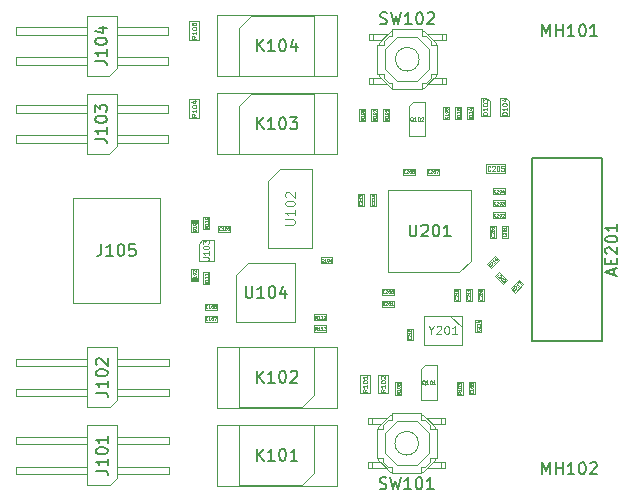
<source format=gbr>
%TF.GenerationSoftware,KiCad,Pcbnew,7.0.7*%
%TF.CreationDate,2024-01-20T15:39:31+01:00*%
%TF.ProjectId,esp-atx-power,6573702d-6174-4782-9d70-6f7765722e6b,1.0.0*%
%TF.SameCoordinates,PX6695f68PY7b6af88*%
%TF.FileFunction,AssemblyDrawing,Top*%
%FSLAX46Y46*%
G04 Gerber Fmt 4.6, Leading zero omitted, Abs format (unit mm)*
G04 Created by KiCad (PCBNEW 7.0.7) date 2024-01-20 15:39:31*
%MOMM*%
%LPD*%
G01*
G04 APERTURE LIST*
%ADD10C,0.060000*%
%ADD11C,0.040000*%
%ADD12C,0.150000*%
%ADD13C,0.120000*%
%ADD14C,0.050000*%
%ADD15C,0.105000*%
%ADD16C,0.075000*%
%ADD17C,0.100000*%
G04 APERTURE END LIST*
D10*
X10468927Y32826382D02*
X10278451Y32693049D01*
X10468927Y32597811D02*
X10068927Y32597811D01*
X10068927Y32597811D02*
X10068927Y32750192D01*
X10068927Y32750192D02*
X10087975Y32788287D01*
X10087975Y32788287D02*
X10107022Y32807334D01*
X10107022Y32807334D02*
X10145118Y32826382D01*
X10145118Y32826382D02*
X10202260Y32826382D01*
X10202260Y32826382D02*
X10240356Y32807334D01*
X10240356Y32807334D02*
X10259403Y32788287D01*
X10259403Y32788287D02*
X10278451Y32750192D01*
X10278451Y32750192D02*
X10278451Y32597811D01*
X10468927Y33207334D02*
X10468927Y32978763D01*
X10468927Y33093049D02*
X10068927Y33093049D01*
X10068927Y33093049D02*
X10126070Y33054953D01*
X10126070Y33054953D02*
X10164165Y33016858D01*
X10164165Y33016858D02*
X10183213Y32978763D01*
X10068927Y33454953D02*
X10068927Y33493048D01*
X10068927Y33493048D02*
X10087975Y33531144D01*
X10087975Y33531144D02*
X10107022Y33550191D01*
X10107022Y33550191D02*
X10145118Y33569239D01*
X10145118Y33569239D02*
X10221308Y33588286D01*
X10221308Y33588286D02*
X10316546Y33588286D01*
X10316546Y33588286D02*
X10392737Y33569239D01*
X10392737Y33569239D02*
X10430832Y33550191D01*
X10430832Y33550191D02*
X10449880Y33531144D01*
X10449880Y33531144D02*
X10468927Y33493048D01*
X10468927Y33493048D02*
X10468927Y33454953D01*
X10468927Y33454953D02*
X10449880Y33416858D01*
X10449880Y33416858D02*
X10430832Y33397810D01*
X10430832Y33397810D02*
X10392737Y33378763D01*
X10392737Y33378763D02*
X10316546Y33359715D01*
X10316546Y33359715D02*
X10221308Y33359715D01*
X10221308Y33359715D02*
X10145118Y33378763D01*
X10145118Y33378763D02*
X10107022Y33397810D01*
X10107022Y33397810D02*
X10087975Y33416858D01*
X10087975Y33416858D02*
X10068927Y33454953D01*
X10202260Y33931143D02*
X10468927Y33931143D01*
X10049880Y33835905D02*
X10335594Y33740667D01*
X10335594Y33740667D02*
X10335594Y33988286D01*
D11*
X24629200Y32477549D02*
X24505391Y32390882D01*
X24629200Y32328977D02*
X24369200Y32328977D01*
X24369200Y32328977D02*
X24369200Y32428025D01*
X24369200Y32428025D02*
X24381581Y32452787D01*
X24381581Y32452787D02*
X24393962Y32465168D01*
X24393962Y32465168D02*
X24418724Y32477549D01*
X24418724Y32477549D02*
X24455867Y32477549D01*
X24455867Y32477549D02*
X24480629Y32465168D01*
X24480629Y32465168D02*
X24493010Y32452787D01*
X24493010Y32452787D02*
X24505391Y32428025D01*
X24505391Y32428025D02*
X24505391Y32328977D01*
X24629200Y32725168D02*
X24629200Y32576596D01*
X24629200Y32650882D02*
X24369200Y32650882D01*
X24369200Y32650882D02*
X24406343Y32626120D01*
X24406343Y32626120D02*
X24431105Y32601358D01*
X24431105Y32601358D02*
X24443486Y32576596D01*
X24369200Y32886120D02*
X24369200Y32910882D01*
X24369200Y32910882D02*
X24381581Y32935644D01*
X24381581Y32935644D02*
X24393962Y32948025D01*
X24393962Y32948025D02*
X24418724Y32960406D01*
X24418724Y32960406D02*
X24468248Y32972787D01*
X24468248Y32972787D02*
X24530153Y32972787D01*
X24530153Y32972787D02*
X24579677Y32960406D01*
X24579677Y32960406D02*
X24604439Y32948025D01*
X24604439Y32948025D02*
X24616820Y32935644D01*
X24616820Y32935644D02*
X24629200Y32910882D01*
X24629200Y32910882D02*
X24629200Y32886120D01*
X24629200Y32886120D02*
X24616820Y32861358D01*
X24616820Y32861358D02*
X24604439Y32848977D01*
X24604439Y32848977D02*
X24579677Y32836596D01*
X24579677Y32836596D02*
X24530153Y32824215D01*
X24530153Y32824215D02*
X24468248Y32824215D01*
X24468248Y32824215D02*
X24418724Y32836596D01*
X24418724Y32836596D02*
X24393962Y32848977D01*
X24393962Y32848977D02*
X24381581Y32861358D01*
X24381581Y32861358D02*
X24369200Y32886120D01*
X24369200Y33208025D02*
X24369200Y33084215D01*
X24369200Y33084215D02*
X24493010Y33071834D01*
X24493010Y33071834D02*
X24480629Y33084215D01*
X24480629Y33084215D02*
X24468248Y33108977D01*
X24468248Y33108977D02*
X24468248Y33170882D01*
X24468248Y33170882D02*
X24480629Y33195644D01*
X24480629Y33195644D02*
X24493010Y33208025D01*
X24493010Y33208025D02*
X24517772Y33220406D01*
X24517772Y33220406D02*
X24579677Y33220406D01*
X24579677Y33220406D02*
X24604439Y33208025D01*
X24604439Y33208025D02*
X24616820Y33195644D01*
X24616820Y33195644D02*
X24629200Y33170882D01*
X24629200Y33170882D02*
X24629200Y33108977D01*
X24629200Y33108977D02*
X24616820Y33084215D01*
X24616820Y33084215D02*
X24604439Y33071834D01*
D12*
X14628714Y18261681D02*
X14628714Y17452158D01*
X14628714Y17452158D02*
X14676333Y17356920D01*
X14676333Y17356920D02*
X14723952Y17309300D01*
X14723952Y17309300D02*
X14819190Y17261681D01*
X14819190Y17261681D02*
X15009666Y17261681D01*
X15009666Y17261681D02*
X15104904Y17309300D01*
X15104904Y17309300D02*
X15152523Y17356920D01*
X15152523Y17356920D02*
X15200142Y17452158D01*
X15200142Y17452158D02*
X15200142Y18261681D01*
X16200142Y17261681D02*
X15628714Y17261681D01*
X15914428Y17261681D02*
X15914428Y18261681D01*
X15914428Y18261681D02*
X15819190Y18118824D01*
X15819190Y18118824D02*
X15723952Y18023586D01*
X15723952Y18023586D02*
X15628714Y17975967D01*
X16819190Y18261681D02*
X16914428Y18261681D01*
X16914428Y18261681D02*
X17009666Y18214062D01*
X17009666Y18214062D02*
X17057285Y18166443D01*
X17057285Y18166443D02*
X17104904Y18071205D01*
X17104904Y18071205D02*
X17152523Y17880729D01*
X17152523Y17880729D02*
X17152523Y17642634D01*
X17152523Y17642634D02*
X17104904Y17452158D01*
X17104904Y17452158D02*
X17057285Y17356920D01*
X17057285Y17356920D02*
X17009666Y17309300D01*
X17009666Y17309300D02*
X16914428Y17261681D01*
X16914428Y17261681D02*
X16819190Y17261681D01*
X16819190Y17261681D02*
X16723952Y17309300D01*
X16723952Y17309300D02*
X16676333Y17356920D01*
X16676333Y17356920D02*
X16628714Y17452158D01*
X16628714Y17452158D02*
X16581095Y17642634D01*
X16581095Y17642634D02*
X16581095Y17880729D01*
X16581095Y17880729D02*
X16628714Y18071205D01*
X16628714Y18071205D02*
X16676333Y18166443D01*
X16676333Y18166443D02*
X16723952Y18214062D01*
X16723952Y18214062D02*
X16819190Y18261681D01*
X18009666Y17928348D02*
X18009666Y17261681D01*
X17771571Y18309300D02*
X17533476Y17595015D01*
X17533476Y17595015D02*
X18152523Y17595015D01*
D11*
X35436652Y20021706D02*
X35436652Y20004870D01*
X35436652Y20004870D02*
X35419816Y19971198D01*
X35419816Y19971198D02*
X35402980Y19954362D01*
X35402980Y19954362D02*
X35369309Y19937527D01*
X35369309Y19937527D02*
X35335637Y19937527D01*
X35335637Y19937527D02*
X35310383Y19945945D01*
X35310383Y19945945D02*
X35268293Y19971198D01*
X35268293Y19971198D02*
X35243040Y19996452D01*
X35243040Y19996452D02*
X35217786Y20038542D01*
X35217786Y20038542D02*
X35209368Y20063796D01*
X35209368Y20063796D02*
X35209368Y20097467D01*
X35209368Y20097467D02*
X35226204Y20131139D01*
X35226204Y20131139D02*
X35243040Y20147975D01*
X35243040Y20147975D02*
X35276711Y20164811D01*
X35276711Y20164811D02*
X35293547Y20164811D01*
X35360891Y20232154D02*
X35360891Y20248990D01*
X35360891Y20248990D02*
X35369309Y20274244D01*
X35369309Y20274244D02*
X35411398Y20316334D01*
X35411398Y20316334D02*
X35436652Y20324752D01*
X35436652Y20324752D02*
X35453488Y20324752D01*
X35453488Y20324752D02*
X35478742Y20316334D01*
X35478742Y20316334D02*
X35495578Y20299498D01*
X35495578Y20299498D02*
X35512414Y20265826D01*
X35512414Y20265826D02*
X35512414Y20063796D01*
X35512414Y20063796D02*
X35621847Y20173229D01*
X35790205Y20341587D02*
X35689190Y20240572D01*
X35739698Y20291080D02*
X35562921Y20467856D01*
X35562921Y20467856D02*
X35571339Y20425767D01*
X35571339Y20425767D02*
X35571339Y20392095D01*
X35571339Y20392095D02*
X35562921Y20366841D01*
X35764951Y20669887D02*
X35731280Y20636215D01*
X35731280Y20636215D02*
X35722862Y20610961D01*
X35722862Y20610961D02*
X35722862Y20594125D01*
X35722862Y20594125D02*
X35731280Y20552036D01*
X35731280Y20552036D02*
X35756533Y20509946D01*
X35756533Y20509946D02*
X35823877Y20442603D01*
X35823877Y20442603D02*
X35849131Y20434185D01*
X35849131Y20434185D02*
X35865967Y20434185D01*
X35865967Y20434185D02*
X35891220Y20442603D01*
X35891220Y20442603D02*
X35924892Y20476274D01*
X35924892Y20476274D02*
X35933310Y20501528D01*
X35933310Y20501528D02*
X35933310Y20518364D01*
X35933310Y20518364D02*
X35924892Y20543618D01*
X35924892Y20543618D02*
X35882803Y20585707D01*
X35882803Y20585707D02*
X35857549Y20594125D01*
X35857549Y20594125D02*
X35840713Y20594125D01*
X35840713Y20594125D02*
X35815459Y20585707D01*
X35815459Y20585707D02*
X35781787Y20552036D01*
X35781787Y20552036D02*
X35773369Y20526782D01*
X35773369Y20526782D02*
X35773369Y20509946D01*
X35773369Y20509946D02*
X35781787Y20484692D01*
D12*
X28511714Y23465181D02*
X28511714Y22655658D01*
X28511714Y22655658D02*
X28559333Y22560420D01*
X28559333Y22560420D02*
X28606952Y22512800D01*
X28606952Y22512800D02*
X28702190Y22465181D01*
X28702190Y22465181D02*
X28892666Y22465181D01*
X28892666Y22465181D02*
X28987904Y22512800D01*
X28987904Y22512800D02*
X29035523Y22560420D01*
X29035523Y22560420D02*
X29083142Y22655658D01*
X29083142Y22655658D02*
X29083142Y23465181D01*
X29511714Y23369943D02*
X29559333Y23417562D01*
X29559333Y23417562D02*
X29654571Y23465181D01*
X29654571Y23465181D02*
X29892666Y23465181D01*
X29892666Y23465181D02*
X29987904Y23417562D01*
X29987904Y23417562D02*
X30035523Y23369943D01*
X30035523Y23369943D02*
X30083142Y23274705D01*
X30083142Y23274705D02*
X30083142Y23179467D01*
X30083142Y23179467D02*
X30035523Y23036610D01*
X30035523Y23036610D02*
X29464095Y22465181D01*
X29464095Y22465181D02*
X30083142Y22465181D01*
X30702190Y23465181D02*
X30797428Y23465181D01*
X30797428Y23465181D02*
X30892666Y23417562D01*
X30892666Y23417562D02*
X30940285Y23369943D01*
X30940285Y23369943D02*
X30987904Y23274705D01*
X30987904Y23274705D02*
X31035523Y23084229D01*
X31035523Y23084229D02*
X31035523Y22846134D01*
X31035523Y22846134D02*
X30987904Y22655658D01*
X30987904Y22655658D02*
X30940285Y22560420D01*
X30940285Y22560420D02*
X30892666Y22512800D01*
X30892666Y22512800D02*
X30797428Y22465181D01*
X30797428Y22465181D02*
X30702190Y22465181D01*
X30702190Y22465181D02*
X30606952Y22512800D01*
X30606952Y22512800D02*
X30559333Y22560420D01*
X30559333Y22560420D02*
X30511714Y22655658D01*
X30511714Y22655658D02*
X30464095Y22846134D01*
X30464095Y22846134D02*
X30464095Y23084229D01*
X30464095Y23084229D02*
X30511714Y23274705D01*
X30511714Y23274705D02*
X30559333Y23369943D01*
X30559333Y23369943D02*
X30606952Y23417562D01*
X30606952Y23417562D02*
X30702190Y23465181D01*
X31987904Y22465181D02*
X31416476Y22465181D01*
X31702190Y22465181D02*
X31702190Y23465181D01*
X31702190Y23465181D02*
X31606952Y23322324D01*
X31606952Y23322324D02*
X31511714Y23227086D01*
X31511714Y23227086D02*
X31416476Y23179467D01*
D13*
X17978855Y23457072D02*
X18626474Y23457072D01*
X18626474Y23457072D02*
X18702664Y23495167D01*
X18702664Y23495167D02*
X18740760Y23533262D01*
X18740760Y23533262D02*
X18778855Y23609453D01*
X18778855Y23609453D02*
X18778855Y23761834D01*
X18778855Y23761834D02*
X18740760Y23838024D01*
X18740760Y23838024D02*
X18702664Y23876119D01*
X18702664Y23876119D02*
X18626474Y23914215D01*
X18626474Y23914215D02*
X17978855Y23914215D01*
X18778855Y24714214D02*
X18778855Y24257071D01*
X18778855Y24485643D02*
X17978855Y24485643D01*
X17978855Y24485643D02*
X18093140Y24409452D01*
X18093140Y24409452D02*
X18169331Y24333262D01*
X18169331Y24333262D02*
X18207426Y24257071D01*
X17978855Y25209453D02*
X17978855Y25285643D01*
X17978855Y25285643D02*
X18016950Y25361834D01*
X18016950Y25361834D02*
X18055045Y25399929D01*
X18055045Y25399929D02*
X18131236Y25438024D01*
X18131236Y25438024D02*
X18283617Y25476119D01*
X18283617Y25476119D02*
X18474093Y25476119D01*
X18474093Y25476119D02*
X18626474Y25438024D01*
X18626474Y25438024D02*
X18702664Y25399929D01*
X18702664Y25399929D02*
X18740760Y25361834D01*
X18740760Y25361834D02*
X18778855Y25285643D01*
X18778855Y25285643D02*
X18778855Y25209453D01*
X18778855Y25209453D02*
X18740760Y25133262D01*
X18740760Y25133262D02*
X18702664Y25095167D01*
X18702664Y25095167D02*
X18626474Y25057072D01*
X18626474Y25057072D02*
X18474093Y25018976D01*
X18474093Y25018976D02*
X18283617Y25018976D01*
X18283617Y25018976D02*
X18131236Y25057072D01*
X18131236Y25057072D02*
X18055045Y25095167D01*
X18055045Y25095167D02*
X18016950Y25133262D01*
X18016950Y25133262D02*
X17978855Y25209453D01*
X18055045Y25780881D02*
X18016950Y25818977D01*
X18016950Y25818977D02*
X17978855Y25895167D01*
X17978855Y25895167D02*
X17978855Y26085643D01*
X17978855Y26085643D02*
X18016950Y26161834D01*
X18016950Y26161834D02*
X18055045Y26199929D01*
X18055045Y26199929D02*
X18131236Y26238024D01*
X18131236Y26238024D02*
X18207426Y26238024D01*
X18207426Y26238024D02*
X18321712Y26199929D01*
X18321712Y26199929D02*
X18778855Y25742786D01*
X18778855Y25742786D02*
X18778855Y26238024D01*
D12*
X26035286Y40486800D02*
X26178143Y40439181D01*
X26178143Y40439181D02*
X26416238Y40439181D01*
X26416238Y40439181D02*
X26511476Y40486800D01*
X26511476Y40486800D02*
X26559095Y40534420D01*
X26559095Y40534420D02*
X26606714Y40629658D01*
X26606714Y40629658D02*
X26606714Y40724896D01*
X26606714Y40724896D02*
X26559095Y40820134D01*
X26559095Y40820134D02*
X26511476Y40867753D01*
X26511476Y40867753D02*
X26416238Y40915372D01*
X26416238Y40915372D02*
X26225762Y40962991D01*
X26225762Y40962991D02*
X26130524Y41010610D01*
X26130524Y41010610D02*
X26082905Y41058229D01*
X26082905Y41058229D02*
X26035286Y41153467D01*
X26035286Y41153467D02*
X26035286Y41248705D01*
X26035286Y41248705D02*
X26082905Y41343943D01*
X26082905Y41343943D02*
X26130524Y41391562D01*
X26130524Y41391562D02*
X26225762Y41439181D01*
X26225762Y41439181D02*
X26463857Y41439181D01*
X26463857Y41439181D02*
X26606714Y41391562D01*
X26940048Y41439181D02*
X27178143Y40439181D01*
X27178143Y40439181D02*
X27368619Y41153467D01*
X27368619Y41153467D02*
X27559095Y40439181D01*
X27559095Y40439181D02*
X27797191Y41439181D01*
X28701952Y40439181D02*
X28130524Y40439181D01*
X28416238Y40439181D02*
X28416238Y41439181D01*
X28416238Y41439181D02*
X28321000Y41296324D01*
X28321000Y41296324D02*
X28225762Y41201086D01*
X28225762Y41201086D02*
X28130524Y41153467D01*
X29321000Y41439181D02*
X29416238Y41439181D01*
X29416238Y41439181D02*
X29511476Y41391562D01*
X29511476Y41391562D02*
X29559095Y41343943D01*
X29559095Y41343943D02*
X29606714Y41248705D01*
X29606714Y41248705D02*
X29654333Y41058229D01*
X29654333Y41058229D02*
X29654333Y40820134D01*
X29654333Y40820134D02*
X29606714Y40629658D01*
X29606714Y40629658D02*
X29559095Y40534420D01*
X29559095Y40534420D02*
X29511476Y40486800D01*
X29511476Y40486800D02*
X29416238Y40439181D01*
X29416238Y40439181D02*
X29321000Y40439181D01*
X29321000Y40439181D02*
X29225762Y40486800D01*
X29225762Y40486800D02*
X29178143Y40534420D01*
X29178143Y40534420D02*
X29130524Y40629658D01*
X29130524Y40629658D02*
X29082905Y40820134D01*
X29082905Y40820134D02*
X29082905Y41058229D01*
X29082905Y41058229D02*
X29130524Y41248705D01*
X29130524Y41248705D02*
X29178143Y41343943D01*
X29178143Y41343943D02*
X29225762Y41391562D01*
X29225762Y41391562D02*
X29321000Y41439181D01*
X30035286Y41343943D02*
X30082905Y41391562D01*
X30082905Y41391562D02*
X30178143Y41439181D01*
X30178143Y41439181D02*
X30416238Y41439181D01*
X30416238Y41439181D02*
X30511476Y41391562D01*
X30511476Y41391562D02*
X30559095Y41343943D01*
X30559095Y41343943D02*
X30606714Y41248705D01*
X30606714Y41248705D02*
X30606714Y41153467D01*
X30606714Y41153467D02*
X30559095Y41010610D01*
X30559095Y41010610D02*
X29987667Y40439181D01*
X29987667Y40439181D02*
X30606714Y40439181D01*
D11*
X20664048Y14550300D02*
X20577381Y14674109D01*
X20515476Y14550300D02*
X20515476Y14810300D01*
X20515476Y14810300D02*
X20614524Y14810300D01*
X20614524Y14810300D02*
X20639286Y14797919D01*
X20639286Y14797919D02*
X20651667Y14785538D01*
X20651667Y14785538D02*
X20664048Y14760776D01*
X20664048Y14760776D02*
X20664048Y14723633D01*
X20664048Y14723633D02*
X20651667Y14698871D01*
X20651667Y14698871D02*
X20639286Y14686490D01*
X20639286Y14686490D02*
X20614524Y14674109D01*
X20614524Y14674109D02*
X20515476Y14674109D01*
X20911667Y14550300D02*
X20763095Y14550300D01*
X20837381Y14550300D02*
X20837381Y14810300D01*
X20837381Y14810300D02*
X20812619Y14773157D01*
X20812619Y14773157D02*
X20787857Y14748395D01*
X20787857Y14748395D02*
X20763095Y14736014D01*
X21159286Y14550300D02*
X21010714Y14550300D01*
X21085000Y14550300D02*
X21085000Y14810300D01*
X21085000Y14810300D02*
X21060238Y14773157D01*
X21060238Y14773157D02*
X21035476Y14748395D01*
X21035476Y14748395D02*
X21010714Y14736014D01*
X21245952Y14810300D02*
X21406905Y14810300D01*
X21406905Y14810300D02*
X21320238Y14711252D01*
X21320238Y14711252D02*
X21357381Y14711252D01*
X21357381Y14711252D02*
X21382143Y14698871D01*
X21382143Y14698871D02*
X21394524Y14686490D01*
X21394524Y14686490D02*
X21406905Y14661728D01*
X21406905Y14661728D02*
X21406905Y14599823D01*
X21406905Y14599823D02*
X21394524Y14575061D01*
X21394524Y14575061D02*
X21382143Y14562680D01*
X21382143Y14562680D02*
X21357381Y14550300D01*
X21357381Y14550300D02*
X21283095Y14550300D01*
X21283095Y14550300D02*
X21258333Y14562680D01*
X21258333Y14562680D02*
X21245952Y14575061D01*
D12*
X25987286Y1116800D02*
X26130143Y1069181D01*
X26130143Y1069181D02*
X26368238Y1069181D01*
X26368238Y1069181D02*
X26463476Y1116800D01*
X26463476Y1116800D02*
X26511095Y1164420D01*
X26511095Y1164420D02*
X26558714Y1259658D01*
X26558714Y1259658D02*
X26558714Y1354896D01*
X26558714Y1354896D02*
X26511095Y1450134D01*
X26511095Y1450134D02*
X26463476Y1497753D01*
X26463476Y1497753D02*
X26368238Y1545372D01*
X26368238Y1545372D02*
X26177762Y1592991D01*
X26177762Y1592991D02*
X26082524Y1640610D01*
X26082524Y1640610D02*
X26034905Y1688229D01*
X26034905Y1688229D02*
X25987286Y1783467D01*
X25987286Y1783467D02*
X25987286Y1878705D01*
X25987286Y1878705D02*
X26034905Y1973943D01*
X26034905Y1973943D02*
X26082524Y2021562D01*
X26082524Y2021562D02*
X26177762Y2069181D01*
X26177762Y2069181D02*
X26415857Y2069181D01*
X26415857Y2069181D02*
X26558714Y2021562D01*
X26892048Y2069181D02*
X27130143Y1069181D01*
X27130143Y1069181D02*
X27320619Y1783467D01*
X27320619Y1783467D02*
X27511095Y1069181D01*
X27511095Y1069181D02*
X27749191Y2069181D01*
X28653952Y1069181D02*
X28082524Y1069181D01*
X28368238Y1069181D02*
X28368238Y2069181D01*
X28368238Y2069181D02*
X28273000Y1926324D01*
X28273000Y1926324D02*
X28177762Y1831086D01*
X28177762Y1831086D02*
X28082524Y1783467D01*
X29273000Y2069181D02*
X29368238Y2069181D01*
X29368238Y2069181D02*
X29463476Y2021562D01*
X29463476Y2021562D02*
X29511095Y1973943D01*
X29511095Y1973943D02*
X29558714Y1878705D01*
X29558714Y1878705D02*
X29606333Y1688229D01*
X29606333Y1688229D02*
X29606333Y1450134D01*
X29606333Y1450134D02*
X29558714Y1259658D01*
X29558714Y1259658D02*
X29511095Y1164420D01*
X29511095Y1164420D02*
X29463476Y1116800D01*
X29463476Y1116800D02*
X29368238Y1069181D01*
X29368238Y1069181D02*
X29273000Y1069181D01*
X29273000Y1069181D02*
X29177762Y1116800D01*
X29177762Y1116800D02*
X29130143Y1164420D01*
X29130143Y1164420D02*
X29082524Y1259658D01*
X29082524Y1259658D02*
X29034905Y1450134D01*
X29034905Y1450134D02*
X29034905Y1688229D01*
X29034905Y1688229D02*
X29082524Y1878705D01*
X29082524Y1878705D02*
X29130143Y1973943D01*
X29130143Y1973943D02*
X29177762Y2021562D01*
X29177762Y2021562D02*
X29273000Y2069181D01*
X30558714Y1069181D02*
X29987286Y1069181D01*
X30273000Y1069181D02*
X30273000Y2069181D01*
X30273000Y2069181D02*
X30177762Y1926324D01*
X30177762Y1926324D02*
X30082524Y1831086D01*
X30082524Y1831086D02*
X29987286Y1783467D01*
D11*
X11404238Y16420235D02*
X11392334Y16408330D01*
X11392334Y16408330D02*
X11356619Y16396426D01*
X11356619Y16396426D02*
X11332810Y16396426D01*
X11332810Y16396426D02*
X11297096Y16408330D01*
X11297096Y16408330D02*
X11273286Y16432140D01*
X11273286Y16432140D02*
X11261381Y16455950D01*
X11261381Y16455950D02*
X11249477Y16503569D01*
X11249477Y16503569D02*
X11249477Y16539283D01*
X11249477Y16539283D02*
X11261381Y16586902D01*
X11261381Y16586902D02*
X11273286Y16610711D01*
X11273286Y16610711D02*
X11297096Y16634521D01*
X11297096Y16634521D02*
X11332810Y16646426D01*
X11332810Y16646426D02*
X11356619Y16646426D01*
X11356619Y16646426D02*
X11392334Y16634521D01*
X11392334Y16634521D02*
X11404238Y16622616D01*
X11642334Y16396426D02*
X11499477Y16396426D01*
X11570905Y16396426D02*
X11570905Y16646426D01*
X11570905Y16646426D02*
X11547096Y16610711D01*
X11547096Y16610711D02*
X11523286Y16586902D01*
X11523286Y16586902D02*
X11499477Y16574997D01*
X11797095Y16646426D02*
X11820905Y16646426D01*
X11820905Y16646426D02*
X11844714Y16634521D01*
X11844714Y16634521D02*
X11856619Y16622616D01*
X11856619Y16622616D02*
X11868524Y16598807D01*
X11868524Y16598807D02*
X11880429Y16551188D01*
X11880429Y16551188D02*
X11880429Y16491664D01*
X11880429Y16491664D02*
X11868524Y16444045D01*
X11868524Y16444045D02*
X11856619Y16420235D01*
X11856619Y16420235D02*
X11844714Y16408330D01*
X11844714Y16408330D02*
X11820905Y16396426D01*
X11820905Y16396426D02*
X11797095Y16396426D01*
X11797095Y16396426D02*
X11773286Y16408330D01*
X11773286Y16408330D02*
X11761381Y16420235D01*
X11761381Y16420235D02*
X11749476Y16444045D01*
X11749476Y16444045D02*
X11737572Y16491664D01*
X11737572Y16491664D02*
X11737572Y16551188D01*
X11737572Y16551188D02*
X11749476Y16598807D01*
X11749476Y16598807D02*
X11761381Y16622616D01*
X11761381Y16622616D02*
X11773286Y16634521D01*
X11773286Y16634521D02*
X11797095Y16646426D01*
X12023286Y16539283D02*
X11999476Y16551188D01*
X11999476Y16551188D02*
X11987571Y16563092D01*
X11987571Y16563092D02*
X11975667Y16586902D01*
X11975667Y16586902D02*
X11975667Y16598807D01*
X11975667Y16598807D02*
X11987571Y16622616D01*
X11987571Y16622616D02*
X11999476Y16634521D01*
X11999476Y16634521D02*
X12023286Y16646426D01*
X12023286Y16646426D02*
X12070905Y16646426D01*
X12070905Y16646426D02*
X12094714Y16634521D01*
X12094714Y16634521D02*
X12106619Y16622616D01*
X12106619Y16622616D02*
X12118524Y16598807D01*
X12118524Y16598807D02*
X12118524Y16586902D01*
X12118524Y16586902D02*
X12106619Y16563092D01*
X12106619Y16563092D02*
X12094714Y16551188D01*
X12094714Y16551188D02*
X12070905Y16539283D01*
X12070905Y16539283D02*
X12023286Y16539283D01*
X12023286Y16539283D02*
X11999476Y16527378D01*
X11999476Y16527378D02*
X11987571Y16515473D01*
X11987571Y16515473D02*
X11975667Y16491664D01*
X11975667Y16491664D02*
X11975667Y16444045D01*
X11975667Y16444045D02*
X11987571Y16420235D01*
X11987571Y16420235D02*
X11999476Y16408330D01*
X11999476Y16408330D02*
X12023286Y16396426D01*
X12023286Y16396426D02*
X12070905Y16396426D01*
X12070905Y16396426D02*
X12094714Y16408330D01*
X12094714Y16408330D02*
X12106619Y16420235D01*
X12106619Y16420235D02*
X12118524Y16444045D01*
X12118524Y16444045D02*
X12118524Y16491664D01*
X12118524Y16491664D02*
X12106619Y16515473D01*
X12106619Y16515473D02*
X12094714Y16527378D01*
X12094714Y16527378D02*
X12070905Y16539283D01*
X10400574Y22945382D02*
X10150574Y22945382D01*
X10150574Y22945382D02*
X10150574Y23004906D01*
X10150574Y23004906D02*
X10162479Y23040620D01*
X10162479Y23040620D02*
X10186289Y23064430D01*
X10186289Y23064430D02*
X10210098Y23076335D01*
X10210098Y23076335D02*
X10257717Y23088239D01*
X10257717Y23088239D02*
X10293431Y23088239D01*
X10293431Y23088239D02*
X10341050Y23076335D01*
X10341050Y23076335D02*
X10364860Y23064430D01*
X10364860Y23064430D02*
X10388670Y23040620D01*
X10388670Y23040620D02*
X10400574Y23004906D01*
X10400574Y23004906D02*
X10400574Y22945382D01*
X10400574Y23326335D02*
X10400574Y23183478D01*
X10400574Y23254906D02*
X10150574Y23254906D01*
X10150574Y23254906D02*
X10186289Y23231097D01*
X10186289Y23231097D02*
X10210098Y23207287D01*
X10210098Y23207287D02*
X10222003Y23183478D01*
X10150574Y23481096D02*
X10150574Y23504906D01*
X10150574Y23504906D02*
X10162479Y23528715D01*
X10162479Y23528715D02*
X10174384Y23540620D01*
X10174384Y23540620D02*
X10198193Y23552525D01*
X10198193Y23552525D02*
X10245812Y23564430D01*
X10245812Y23564430D02*
X10305336Y23564430D01*
X10305336Y23564430D02*
X10352955Y23552525D01*
X10352955Y23552525D02*
X10376765Y23540620D01*
X10376765Y23540620D02*
X10388670Y23528715D01*
X10388670Y23528715D02*
X10400574Y23504906D01*
X10400574Y23504906D02*
X10400574Y23481096D01*
X10400574Y23481096D02*
X10388670Y23457287D01*
X10388670Y23457287D02*
X10376765Y23445382D01*
X10376765Y23445382D02*
X10352955Y23433477D01*
X10352955Y23433477D02*
X10305336Y23421573D01*
X10305336Y23421573D02*
X10245812Y23421573D01*
X10245812Y23421573D02*
X10198193Y23433477D01*
X10198193Y23433477D02*
X10174384Y23445382D01*
X10174384Y23445382D02*
X10162479Y23457287D01*
X10162479Y23457287D02*
X10150574Y23481096D01*
X10400574Y23802525D02*
X10400574Y23659668D01*
X10400574Y23731096D02*
X10150574Y23731096D01*
X10150574Y23731096D02*
X10186289Y23707287D01*
X10186289Y23707287D02*
X10210098Y23683477D01*
X10210098Y23683477D02*
X10222003Y23659668D01*
X36689574Y22580239D02*
X36689574Y22461191D01*
X36689574Y22461191D02*
X36439574Y22461191D01*
X36463384Y22651668D02*
X36451479Y22663572D01*
X36451479Y22663572D02*
X36439574Y22687382D01*
X36439574Y22687382D02*
X36439574Y22746906D01*
X36439574Y22746906D02*
X36451479Y22770715D01*
X36451479Y22770715D02*
X36463384Y22782620D01*
X36463384Y22782620D02*
X36487193Y22794525D01*
X36487193Y22794525D02*
X36511003Y22794525D01*
X36511003Y22794525D02*
X36546717Y22782620D01*
X36546717Y22782620D02*
X36689574Y22639763D01*
X36689574Y22639763D02*
X36689574Y22794525D01*
X36439574Y22949286D02*
X36439574Y22973096D01*
X36439574Y22973096D02*
X36451479Y22996905D01*
X36451479Y22996905D02*
X36463384Y23008810D01*
X36463384Y23008810D02*
X36487193Y23020715D01*
X36487193Y23020715D02*
X36534812Y23032620D01*
X36534812Y23032620D02*
X36594336Y23032620D01*
X36594336Y23032620D02*
X36641955Y23020715D01*
X36641955Y23020715D02*
X36665765Y23008810D01*
X36665765Y23008810D02*
X36677670Y22996905D01*
X36677670Y22996905D02*
X36689574Y22973096D01*
X36689574Y22973096D02*
X36689574Y22949286D01*
X36689574Y22949286D02*
X36677670Y22925477D01*
X36677670Y22925477D02*
X36665765Y22913572D01*
X36665765Y22913572D02*
X36641955Y22901667D01*
X36641955Y22901667D02*
X36594336Y22889763D01*
X36594336Y22889763D02*
X36534812Y22889763D01*
X36534812Y22889763D02*
X36487193Y22901667D01*
X36487193Y22901667D02*
X36463384Y22913572D01*
X36463384Y22913572D02*
X36451479Y22925477D01*
X36451479Y22925477D02*
X36439574Y22949286D01*
X36689574Y23270715D02*
X36689574Y23127858D01*
X36689574Y23199286D02*
X36439574Y23199286D01*
X36439574Y23199286D02*
X36475289Y23175477D01*
X36475289Y23175477D02*
X36499098Y23151667D01*
X36499098Y23151667D02*
X36511003Y23127858D01*
X26379048Y16645800D02*
X26292381Y16769609D01*
X26230476Y16645800D02*
X26230476Y16905800D01*
X26230476Y16905800D02*
X26329524Y16905800D01*
X26329524Y16905800D02*
X26354286Y16893419D01*
X26354286Y16893419D02*
X26366667Y16881038D01*
X26366667Y16881038D02*
X26379048Y16856276D01*
X26379048Y16856276D02*
X26379048Y16819133D01*
X26379048Y16819133D02*
X26366667Y16794371D01*
X26366667Y16794371D02*
X26354286Y16781990D01*
X26354286Y16781990D02*
X26329524Y16769609D01*
X26329524Y16769609D02*
X26230476Y16769609D01*
X26478095Y16881038D02*
X26490476Y16893419D01*
X26490476Y16893419D02*
X26515238Y16905800D01*
X26515238Y16905800D02*
X26577143Y16905800D01*
X26577143Y16905800D02*
X26601905Y16893419D01*
X26601905Y16893419D02*
X26614286Y16881038D01*
X26614286Y16881038D02*
X26626667Y16856276D01*
X26626667Y16856276D02*
X26626667Y16831514D01*
X26626667Y16831514D02*
X26614286Y16794371D01*
X26614286Y16794371D02*
X26465714Y16645800D01*
X26465714Y16645800D02*
X26626667Y16645800D01*
X26787619Y16905800D02*
X26812381Y16905800D01*
X26812381Y16905800D02*
X26837143Y16893419D01*
X26837143Y16893419D02*
X26849524Y16881038D01*
X26849524Y16881038D02*
X26861905Y16856276D01*
X26861905Y16856276D02*
X26874286Y16806752D01*
X26874286Y16806752D02*
X26874286Y16744847D01*
X26874286Y16744847D02*
X26861905Y16695323D01*
X26861905Y16695323D02*
X26849524Y16670561D01*
X26849524Y16670561D02*
X26837143Y16658180D01*
X26837143Y16658180D02*
X26812381Y16645800D01*
X26812381Y16645800D02*
X26787619Y16645800D01*
X26787619Y16645800D02*
X26762857Y16658180D01*
X26762857Y16658180D02*
X26750476Y16670561D01*
X26750476Y16670561D02*
X26738095Y16695323D01*
X26738095Y16695323D02*
X26725714Y16744847D01*
X26725714Y16744847D02*
X26725714Y16806752D01*
X26725714Y16806752D02*
X26738095Y16856276D01*
X26738095Y16856276D02*
X26750476Y16881038D01*
X26750476Y16881038D02*
X26762857Y16893419D01*
X26762857Y16893419D02*
X26787619Y16905800D01*
X27121905Y16645800D02*
X26973333Y16645800D01*
X27047619Y16645800D02*
X27047619Y16905800D01*
X27047619Y16905800D02*
X27022857Y16868657D01*
X27022857Y16868657D02*
X26998095Y16843895D01*
X26998095Y16843895D02*
X26973333Y16831514D01*
D12*
X15581524Y38153181D02*
X15581524Y39153181D01*
X16152952Y38153181D02*
X15724381Y38724610D01*
X16152952Y39153181D02*
X15581524Y38581753D01*
X17105333Y38153181D02*
X16533905Y38153181D01*
X16819619Y38153181D02*
X16819619Y39153181D01*
X16819619Y39153181D02*
X16724381Y39010324D01*
X16724381Y39010324D02*
X16629143Y38915086D01*
X16629143Y38915086D02*
X16533905Y38867467D01*
X17724381Y39153181D02*
X17819619Y39153181D01*
X17819619Y39153181D02*
X17914857Y39105562D01*
X17914857Y39105562D02*
X17962476Y39057943D01*
X17962476Y39057943D02*
X18010095Y38962705D01*
X18010095Y38962705D02*
X18057714Y38772229D01*
X18057714Y38772229D02*
X18057714Y38534134D01*
X18057714Y38534134D02*
X18010095Y38343658D01*
X18010095Y38343658D02*
X17962476Y38248420D01*
X17962476Y38248420D02*
X17914857Y38200800D01*
X17914857Y38200800D02*
X17819619Y38153181D01*
X17819619Y38153181D02*
X17724381Y38153181D01*
X17724381Y38153181D02*
X17629143Y38200800D01*
X17629143Y38200800D02*
X17581524Y38248420D01*
X17581524Y38248420D02*
X17533905Y38343658D01*
X17533905Y38343658D02*
X17486286Y38534134D01*
X17486286Y38534134D02*
X17486286Y38772229D01*
X17486286Y38772229D02*
X17533905Y38962705D01*
X17533905Y38962705D02*
X17581524Y39057943D01*
X17581524Y39057943D02*
X17629143Y39105562D01*
X17629143Y39105562D02*
X17724381Y39153181D01*
X18914857Y38819848D02*
X18914857Y38153181D01*
X18676762Y39200800D02*
X18438667Y38486515D01*
X18438667Y38486515D02*
X19057714Y38486515D01*
D10*
X10468927Y39430382D02*
X10278451Y39297049D01*
X10468927Y39201811D02*
X10068927Y39201811D01*
X10068927Y39201811D02*
X10068927Y39354192D01*
X10068927Y39354192D02*
X10087975Y39392287D01*
X10087975Y39392287D02*
X10107022Y39411334D01*
X10107022Y39411334D02*
X10145118Y39430382D01*
X10145118Y39430382D02*
X10202260Y39430382D01*
X10202260Y39430382D02*
X10240356Y39411334D01*
X10240356Y39411334D02*
X10259403Y39392287D01*
X10259403Y39392287D02*
X10278451Y39354192D01*
X10278451Y39354192D02*
X10278451Y39201811D01*
X10468927Y39811334D02*
X10468927Y39582763D01*
X10468927Y39697049D02*
X10068927Y39697049D01*
X10068927Y39697049D02*
X10126070Y39658953D01*
X10126070Y39658953D02*
X10164165Y39620858D01*
X10164165Y39620858D02*
X10183213Y39582763D01*
X10068927Y40058953D02*
X10068927Y40097048D01*
X10068927Y40097048D02*
X10087975Y40135144D01*
X10087975Y40135144D02*
X10107022Y40154191D01*
X10107022Y40154191D02*
X10145118Y40173239D01*
X10145118Y40173239D02*
X10221308Y40192286D01*
X10221308Y40192286D02*
X10316546Y40192286D01*
X10316546Y40192286D02*
X10392737Y40173239D01*
X10392737Y40173239D02*
X10430832Y40154191D01*
X10430832Y40154191D02*
X10449880Y40135144D01*
X10449880Y40135144D02*
X10468927Y40097048D01*
X10468927Y40097048D02*
X10468927Y40058953D01*
X10468927Y40058953D02*
X10449880Y40020858D01*
X10449880Y40020858D02*
X10430832Y40001810D01*
X10430832Y40001810D02*
X10392737Y39982763D01*
X10392737Y39982763D02*
X10316546Y39963715D01*
X10316546Y39963715D02*
X10221308Y39963715D01*
X10221308Y39963715D02*
X10145118Y39982763D01*
X10145118Y39982763D02*
X10107022Y40001810D01*
X10107022Y40001810D02*
X10087975Y40020858D01*
X10087975Y40020858D02*
X10068927Y40058953D01*
X10068927Y40535143D02*
X10068927Y40458953D01*
X10068927Y40458953D02*
X10087975Y40420857D01*
X10087975Y40420857D02*
X10107022Y40401810D01*
X10107022Y40401810D02*
X10164165Y40363715D01*
X10164165Y40363715D02*
X10240356Y40344667D01*
X10240356Y40344667D02*
X10392737Y40344667D01*
X10392737Y40344667D02*
X10430832Y40363715D01*
X10430832Y40363715D02*
X10449880Y40382762D01*
X10449880Y40382762D02*
X10468927Y40420857D01*
X10468927Y40420857D02*
X10468927Y40497048D01*
X10468927Y40497048D02*
X10449880Y40535143D01*
X10449880Y40535143D02*
X10430832Y40554191D01*
X10430832Y40554191D02*
X10392737Y40573238D01*
X10392737Y40573238D02*
X10297499Y40573238D01*
X10297499Y40573238D02*
X10259403Y40554191D01*
X10259403Y40554191D02*
X10240356Y40535143D01*
X10240356Y40535143D02*
X10221308Y40497048D01*
X10221308Y40497048D02*
X10221308Y40420857D01*
X10221308Y40420857D02*
X10240356Y40382762D01*
X10240356Y40382762D02*
X10259403Y40363715D01*
X10259403Y40363715D02*
X10297499Y40344667D01*
X24946927Y9520382D02*
X24756451Y9387049D01*
X24946927Y9291811D02*
X24546927Y9291811D01*
X24546927Y9291811D02*
X24546927Y9444192D01*
X24546927Y9444192D02*
X24565975Y9482287D01*
X24565975Y9482287D02*
X24585022Y9501334D01*
X24585022Y9501334D02*
X24623118Y9520382D01*
X24623118Y9520382D02*
X24680260Y9520382D01*
X24680260Y9520382D02*
X24718356Y9501334D01*
X24718356Y9501334D02*
X24737403Y9482287D01*
X24737403Y9482287D02*
X24756451Y9444192D01*
X24756451Y9444192D02*
X24756451Y9291811D01*
X24946927Y9901334D02*
X24946927Y9672763D01*
X24946927Y9787049D02*
X24546927Y9787049D01*
X24546927Y9787049D02*
X24604070Y9748953D01*
X24604070Y9748953D02*
X24642165Y9710858D01*
X24642165Y9710858D02*
X24661213Y9672763D01*
X24546927Y10148953D02*
X24546927Y10187048D01*
X24546927Y10187048D02*
X24565975Y10225144D01*
X24565975Y10225144D02*
X24585022Y10244191D01*
X24585022Y10244191D02*
X24623118Y10263239D01*
X24623118Y10263239D02*
X24699308Y10282286D01*
X24699308Y10282286D02*
X24794546Y10282286D01*
X24794546Y10282286D02*
X24870737Y10263239D01*
X24870737Y10263239D02*
X24908832Y10244191D01*
X24908832Y10244191D02*
X24927880Y10225144D01*
X24927880Y10225144D02*
X24946927Y10187048D01*
X24946927Y10187048D02*
X24946927Y10148953D01*
X24946927Y10148953D02*
X24927880Y10110858D01*
X24927880Y10110858D02*
X24908832Y10091810D01*
X24908832Y10091810D02*
X24870737Y10072763D01*
X24870737Y10072763D02*
X24794546Y10053715D01*
X24794546Y10053715D02*
X24699308Y10053715D01*
X24699308Y10053715D02*
X24623118Y10072763D01*
X24623118Y10072763D02*
X24585022Y10091810D01*
X24585022Y10091810D02*
X24565975Y10110858D01*
X24565975Y10110858D02*
X24546927Y10148953D01*
X24946927Y10663238D02*
X24946927Y10434667D01*
X24946927Y10548953D02*
X24546927Y10548953D01*
X24546927Y10548953D02*
X24604070Y10510857D01*
X24604070Y10510857D02*
X24642165Y10472762D01*
X24642165Y10472762D02*
X24661213Y10434667D01*
D11*
X35788238Y26199235D02*
X35776334Y26187330D01*
X35776334Y26187330D02*
X35740619Y26175426D01*
X35740619Y26175426D02*
X35716810Y26175426D01*
X35716810Y26175426D02*
X35681096Y26187330D01*
X35681096Y26187330D02*
X35657286Y26211140D01*
X35657286Y26211140D02*
X35645381Y26234950D01*
X35645381Y26234950D02*
X35633477Y26282569D01*
X35633477Y26282569D02*
X35633477Y26318283D01*
X35633477Y26318283D02*
X35645381Y26365902D01*
X35645381Y26365902D02*
X35657286Y26389711D01*
X35657286Y26389711D02*
X35681096Y26413521D01*
X35681096Y26413521D02*
X35716810Y26425426D01*
X35716810Y26425426D02*
X35740619Y26425426D01*
X35740619Y26425426D02*
X35776334Y26413521D01*
X35776334Y26413521D02*
X35788238Y26401616D01*
X35883477Y26401616D02*
X35895381Y26413521D01*
X35895381Y26413521D02*
X35919191Y26425426D01*
X35919191Y26425426D02*
X35978715Y26425426D01*
X35978715Y26425426D02*
X36002524Y26413521D01*
X36002524Y26413521D02*
X36014429Y26401616D01*
X36014429Y26401616D02*
X36026334Y26377807D01*
X36026334Y26377807D02*
X36026334Y26353997D01*
X36026334Y26353997D02*
X36014429Y26318283D01*
X36014429Y26318283D02*
X35871572Y26175426D01*
X35871572Y26175426D02*
X36026334Y26175426D01*
X36181095Y26425426D02*
X36204905Y26425426D01*
X36204905Y26425426D02*
X36228714Y26413521D01*
X36228714Y26413521D02*
X36240619Y26401616D01*
X36240619Y26401616D02*
X36252524Y26377807D01*
X36252524Y26377807D02*
X36264429Y26330188D01*
X36264429Y26330188D02*
X36264429Y26270664D01*
X36264429Y26270664D02*
X36252524Y26223045D01*
X36252524Y26223045D02*
X36240619Y26199235D01*
X36240619Y26199235D02*
X36228714Y26187330D01*
X36228714Y26187330D02*
X36204905Y26175426D01*
X36204905Y26175426D02*
X36181095Y26175426D01*
X36181095Y26175426D02*
X36157286Y26187330D01*
X36157286Y26187330D02*
X36145381Y26199235D01*
X36145381Y26199235D02*
X36133476Y26223045D01*
X36133476Y26223045D02*
X36121572Y26270664D01*
X36121572Y26270664D02*
X36121572Y26330188D01*
X36121572Y26330188D02*
X36133476Y26377807D01*
X36133476Y26377807D02*
X36145381Y26401616D01*
X36145381Y26401616D02*
X36157286Y26413521D01*
X36157286Y26413521D02*
X36181095Y26425426D01*
X36478714Y26342092D02*
X36478714Y26175426D01*
X36419190Y26437330D02*
X36359667Y26258759D01*
X36359667Y26258759D02*
X36514428Y26258759D01*
D12*
X39751286Y2339181D02*
X39751286Y3339181D01*
X39751286Y3339181D02*
X40084619Y2624896D01*
X40084619Y2624896D02*
X40417952Y3339181D01*
X40417952Y3339181D02*
X40417952Y2339181D01*
X40894143Y2339181D02*
X40894143Y3339181D01*
X40894143Y2862991D02*
X41465571Y2862991D01*
X41465571Y2339181D02*
X41465571Y3339181D01*
X42465571Y2339181D02*
X41894143Y2339181D01*
X42179857Y2339181D02*
X42179857Y3339181D01*
X42179857Y3339181D02*
X42084619Y3196324D01*
X42084619Y3196324D02*
X41989381Y3101086D01*
X41989381Y3101086D02*
X41894143Y3053467D01*
X43084619Y3339181D02*
X43179857Y3339181D01*
X43179857Y3339181D02*
X43275095Y3291562D01*
X43275095Y3291562D02*
X43322714Y3243943D01*
X43322714Y3243943D02*
X43370333Y3148705D01*
X43370333Y3148705D02*
X43417952Y2958229D01*
X43417952Y2958229D02*
X43417952Y2720134D01*
X43417952Y2720134D02*
X43370333Y2529658D01*
X43370333Y2529658D02*
X43322714Y2434420D01*
X43322714Y2434420D02*
X43275095Y2386800D01*
X43275095Y2386800D02*
X43179857Y2339181D01*
X43179857Y2339181D02*
X43084619Y2339181D01*
X43084619Y2339181D02*
X42989381Y2386800D01*
X42989381Y2386800D02*
X42941762Y2434420D01*
X42941762Y2434420D02*
X42894143Y2529658D01*
X42894143Y2529658D02*
X42846524Y2720134D01*
X42846524Y2720134D02*
X42846524Y2958229D01*
X42846524Y2958229D02*
X42894143Y3148705D01*
X42894143Y3148705D02*
X42941762Y3243943D01*
X42941762Y3243943D02*
X42989381Y3291562D01*
X42989381Y3291562D02*
X43084619Y3339181D01*
X43798905Y3243943D02*
X43846524Y3291562D01*
X43846524Y3291562D02*
X43941762Y3339181D01*
X43941762Y3339181D02*
X44179857Y3339181D01*
X44179857Y3339181D02*
X44275095Y3291562D01*
X44275095Y3291562D02*
X44322714Y3243943D01*
X44322714Y3243943D02*
X44370333Y3148705D01*
X44370333Y3148705D02*
X44370333Y3053467D01*
X44370333Y3053467D02*
X44322714Y2910610D01*
X44322714Y2910610D02*
X43751286Y2339181D01*
X43751286Y2339181D02*
X44370333Y2339181D01*
D11*
X35992869Y19055512D02*
X35908689Y19139692D01*
X35908689Y19139692D02*
X36085466Y19316468D01*
X36203317Y19164945D02*
X36220153Y19164945D01*
X36220153Y19164945D02*
X36245407Y19156528D01*
X36245407Y19156528D02*
X36287497Y19114438D01*
X36287497Y19114438D02*
X36295915Y19089184D01*
X36295915Y19089184D02*
X36295915Y19072348D01*
X36295915Y19072348D02*
X36287497Y19047094D01*
X36287497Y19047094D02*
X36270661Y19030258D01*
X36270661Y19030258D02*
X36236989Y19013423D01*
X36236989Y19013423D02*
X36034958Y19013423D01*
X36034958Y19013423D02*
X36144392Y18903989D01*
X36430601Y18971333D02*
X36447437Y18954497D01*
X36447437Y18954497D02*
X36455855Y18929243D01*
X36455855Y18929243D02*
X36455855Y18912408D01*
X36455855Y18912408D02*
X36447437Y18887154D01*
X36447437Y18887154D02*
X36422183Y18845064D01*
X36422183Y18845064D02*
X36380094Y18802974D01*
X36380094Y18802974D02*
X36338004Y18777721D01*
X36338004Y18777721D02*
X36312750Y18769303D01*
X36312750Y18769303D02*
X36295914Y18769303D01*
X36295914Y18769303D02*
X36270661Y18777721D01*
X36270661Y18777721D02*
X36253825Y18794556D01*
X36253825Y18794556D02*
X36245407Y18819810D01*
X36245407Y18819810D02*
X36245407Y18836646D01*
X36245407Y18836646D02*
X36253825Y18861900D01*
X36253825Y18861900D02*
X36279078Y18903990D01*
X36279078Y18903990D02*
X36321168Y18946079D01*
X36321168Y18946079D02*
X36363258Y18971333D01*
X36363258Y18971333D02*
X36388512Y18979751D01*
X36388512Y18979751D02*
X36405348Y18979751D01*
X36405348Y18979751D02*
X36430601Y18971333D01*
X36540034Y18828228D02*
X36556870Y18828228D01*
X36556870Y18828228D02*
X36582124Y18819810D01*
X36582124Y18819810D02*
X36624214Y18777721D01*
X36624214Y18777721D02*
X36632632Y18752467D01*
X36632632Y18752467D02*
X36632632Y18735631D01*
X36632632Y18735631D02*
X36624214Y18710377D01*
X36624214Y18710377D02*
X36607378Y18693541D01*
X36607378Y18693541D02*
X36573706Y18676705D01*
X36573706Y18676705D02*
X36371676Y18676705D01*
X36371676Y18676705D02*
X36481109Y18567272D01*
X26661200Y32475049D02*
X26537391Y32388382D01*
X26661200Y32326477D02*
X26401200Y32326477D01*
X26401200Y32326477D02*
X26401200Y32425525D01*
X26401200Y32425525D02*
X26413581Y32450287D01*
X26413581Y32450287D02*
X26425962Y32462668D01*
X26425962Y32462668D02*
X26450724Y32475049D01*
X26450724Y32475049D02*
X26487867Y32475049D01*
X26487867Y32475049D02*
X26512629Y32462668D01*
X26512629Y32462668D02*
X26525010Y32450287D01*
X26525010Y32450287D02*
X26537391Y32425525D01*
X26537391Y32425525D02*
X26537391Y32326477D01*
X26661200Y32722668D02*
X26661200Y32574096D01*
X26661200Y32648382D02*
X26401200Y32648382D01*
X26401200Y32648382D02*
X26438343Y32623620D01*
X26438343Y32623620D02*
X26463105Y32598858D01*
X26463105Y32598858D02*
X26475486Y32574096D01*
X26401200Y32883620D02*
X26401200Y32908382D01*
X26401200Y32908382D02*
X26413581Y32933144D01*
X26413581Y32933144D02*
X26425962Y32945525D01*
X26425962Y32945525D02*
X26450724Y32957906D01*
X26450724Y32957906D02*
X26500248Y32970287D01*
X26500248Y32970287D02*
X26562153Y32970287D01*
X26562153Y32970287D02*
X26611677Y32957906D01*
X26611677Y32957906D02*
X26636439Y32945525D01*
X26636439Y32945525D02*
X26648820Y32933144D01*
X26648820Y32933144D02*
X26661200Y32908382D01*
X26661200Y32908382D02*
X26661200Y32883620D01*
X26661200Y32883620D02*
X26648820Y32858858D01*
X26648820Y32858858D02*
X26636439Y32846477D01*
X26636439Y32846477D02*
X26611677Y32834096D01*
X26611677Y32834096D02*
X26562153Y32821715D01*
X26562153Y32821715D02*
X26500248Y32821715D01*
X26500248Y32821715D02*
X26450724Y32834096D01*
X26450724Y32834096D02*
X26425962Y32846477D01*
X26425962Y32846477D02*
X26413581Y32858858D01*
X26413581Y32858858D02*
X26401200Y32883620D01*
X26661200Y33094096D02*
X26661200Y33143620D01*
X26661200Y33143620D02*
X26648820Y33168382D01*
X26648820Y33168382D02*
X26636439Y33180763D01*
X26636439Y33180763D02*
X26599296Y33205525D01*
X26599296Y33205525D02*
X26549772Y33217906D01*
X26549772Y33217906D02*
X26450724Y33217906D01*
X26450724Y33217906D02*
X26425962Y33205525D01*
X26425962Y33205525D02*
X26413581Y33193144D01*
X26413581Y33193144D02*
X26401200Y33168382D01*
X26401200Y33168382D02*
X26401200Y33118858D01*
X26401200Y33118858D02*
X26413581Y33094096D01*
X26413581Y33094096D02*
X26425962Y33081715D01*
X26425962Y33081715D02*
X26450724Y33069334D01*
X26450724Y33069334D02*
X26512629Y33069334D01*
X26512629Y33069334D02*
X26537391Y33081715D01*
X26537391Y33081715D02*
X26549772Y33094096D01*
X26549772Y33094096D02*
X26562153Y33118858D01*
X26562153Y33118858D02*
X26562153Y33168382D01*
X26562153Y33168382D02*
X26549772Y33193144D01*
X26549772Y33193144D02*
X26537391Y33205525D01*
X26537391Y33205525D02*
X26512629Y33217906D01*
D10*
X35106927Y32750311D02*
X34706927Y32750311D01*
X34706927Y32750311D02*
X34706927Y32845549D01*
X34706927Y32845549D02*
X34725975Y32902692D01*
X34725975Y32902692D02*
X34764070Y32940787D01*
X34764070Y32940787D02*
X34802165Y32959834D01*
X34802165Y32959834D02*
X34878356Y32978882D01*
X34878356Y32978882D02*
X34935499Y32978882D01*
X34935499Y32978882D02*
X35011689Y32959834D01*
X35011689Y32959834D02*
X35049784Y32940787D01*
X35049784Y32940787D02*
X35087880Y32902692D01*
X35087880Y32902692D02*
X35106927Y32845549D01*
X35106927Y32845549D02*
X35106927Y32750311D01*
X35106927Y33359834D02*
X35106927Y33131263D01*
X35106927Y33245549D02*
X34706927Y33245549D01*
X34706927Y33245549D02*
X34764070Y33207453D01*
X34764070Y33207453D02*
X34802165Y33169358D01*
X34802165Y33169358D02*
X34821213Y33131263D01*
X34706927Y33607453D02*
X34706927Y33645548D01*
X34706927Y33645548D02*
X34725975Y33683644D01*
X34725975Y33683644D02*
X34745022Y33702691D01*
X34745022Y33702691D02*
X34783118Y33721739D01*
X34783118Y33721739D02*
X34859308Y33740786D01*
X34859308Y33740786D02*
X34954546Y33740786D01*
X34954546Y33740786D02*
X35030737Y33721739D01*
X35030737Y33721739D02*
X35068832Y33702691D01*
X35068832Y33702691D02*
X35087880Y33683644D01*
X35087880Y33683644D02*
X35106927Y33645548D01*
X35106927Y33645548D02*
X35106927Y33607453D01*
X35106927Y33607453D02*
X35087880Y33569358D01*
X35087880Y33569358D02*
X35068832Y33550310D01*
X35068832Y33550310D02*
X35030737Y33531263D01*
X35030737Y33531263D02*
X34954546Y33512215D01*
X34954546Y33512215D02*
X34859308Y33512215D01*
X34859308Y33512215D02*
X34783118Y33531263D01*
X34783118Y33531263D02*
X34745022Y33550310D01*
X34745022Y33550310D02*
X34725975Y33569358D01*
X34725975Y33569358D02*
X34706927Y33607453D01*
X34706927Y33874119D02*
X34706927Y34121738D01*
X34706927Y34121738D02*
X34859308Y33988405D01*
X34859308Y33988405D02*
X34859308Y34045548D01*
X34859308Y34045548D02*
X34878356Y34083643D01*
X34878356Y34083643D02*
X34897403Y34102691D01*
X34897403Y34102691D02*
X34935499Y34121738D01*
X34935499Y34121738D02*
X35030737Y34121738D01*
X35030737Y34121738D02*
X35068832Y34102691D01*
X35068832Y34102691D02*
X35087880Y34083643D01*
X35087880Y34083643D02*
X35106927Y34045548D01*
X35106927Y34045548D02*
X35106927Y33931262D01*
X35106927Y33931262D02*
X35087880Y33893167D01*
X35087880Y33893167D02*
X35068832Y33874119D01*
D12*
X39765286Y39423181D02*
X39765286Y40423181D01*
X39765286Y40423181D02*
X40098619Y39708896D01*
X40098619Y39708896D02*
X40431952Y40423181D01*
X40431952Y40423181D02*
X40431952Y39423181D01*
X40908143Y39423181D02*
X40908143Y40423181D01*
X40908143Y39946991D02*
X41479571Y39946991D01*
X41479571Y39423181D02*
X41479571Y40423181D01*
X42479571Y39423181D02*
X41908143Y39423181D01*
X42193857Y39423181D02*
X42193857Y40423181D01*
X42193857Y40423181D02*
X42098619Y40280324D01*
X42098619Y40280324D02*
X42003381Y40185086D01*
X42003381Y40185086D02*
X41908143Y40137467D01*
X43098619Y40423181D02*
X43193857Y40423181D01*
X43193857Y40423181D02*
X43289095Y40375562D01*
X43289095Y40375562D02*
X43336714Y40327943D01*
X43336714Y40327943D02*
X43384333Y40232705D01*
X43384333Y40232705D02*
X43431952Y40042229D01*
X43431952Y40042229D02*
X43431952Y39804134D01*
X43431952Y39804134D02*
X43384333Y39613658D01*
X43384333Y39613658D02*
X43336714Y39518420D01*
X43336714Y39518420D02*
X43289095Y39470800D01*
X43289095Y39470800D02*
X43193857Y39423181D01*
X43193857Y39423181D02*
X43098619Y39423181D01*
X43098619Y39423181D02*
X43003381Y39470800D01*
X43003381Y39470800D02*
X42955762Y39518420D01*
X42955762Y39518420D02*
X42908143Y39613658D01*
X42908143Y39613658D02*
X42860524Y39804134D01*
X42860524Y39804134D02*
X42860524Y40042229D01*
X42860524Y40042229D02*
X42908143Y40232705D01*
X42908143Y40232705D02*
X42955762Y40327943D01*
X42955762Y40327943D02*
X43003381Y40375562D01*
X43003381Y40375562D02*
X43098619Y40423181D01*
X44384333Y39423181D02*
X43812905Y39423181D01*
X44098619Y39423181D02*
X44098619Y40423181D01*
X44098619Y40423181D02*
X44003381Y40280324D01*
X44003381Y40280324D02*
X43908143Y40185086D01*
X43908143Y40185086D02*
X43812905Y40137467D01*
X1891819Y37322286D02*
X2606104Y37322286D01*
X2606104Y37322286D02*
X2748961Y37274667D01*
X2748961Y37274667D02*
X2844200Y37179429D01*
X2844200Y37179429D02*
X2891819Y37036572D01*
X2891819Y37036572D02*
X2891819Y36941334D01*
X2891819Y38322286D02*
X2891819Y37750858D01*
X2891819Y38036572D02*
X1891819Y38036572D01*
X1891819Y38036572D02*
X2034676Y37941334D01*
X2034676Y37941334D02*
X2129914Y37846096D01*
X2129914Y37846096D02*
X2177533Y37750858D01*
X1891819Y38941334D02*
X1891819Y39036572D01*
X1891819Y39036572D02*
X1939438Y39131810D01*
X1939438Y39131810D02*
X1987057Y39179429D01*
X1987057Y39179429D02*
X2082295Y39227048D01*
X2082295Y39227048D02*
X2272771Y39274667D01*
X2272771Y39274667D02*
X2510866Y39274667D01*
X2510866Y39274667D02*
X2701342Y39227048D01*
X2701342Y39227048D02*
X2796580Y39179429D01*
X2796580Y39179429D02*
X2844200Y39131810D01*
X2844200Y39131810D02*
X2891819Y39036572D01*
X2891819Y39036572D02*
X2891819Y38941334D01*
X2891819Y38941334D02*
X2844200Y38846096D01*
X2844200Y38846096D02*
X2796580Y38798477D01*
X2796580Y38798477D02*
X2701342Y38750858D01*
X2701342Y38750858D02*
X2510866Y38703239D01*
X2510866Y38703239D02*
X2272771Y38703239D01*
X2272771Y38703239D02*
X2082295Y38750858D01*
X2082295Y38750858D02*
X1987057Y38798477D01*
X1987057Y38798477D02*
X1939438Y38846096D01*
X1939438Y38846096D02*
X1891819Y38941334D01*
X2225152Y40131810D02*
X2891819Y40131810D01*
X1844200Y39893715D02*
X2558485Y39655620D01*
X2558485Y39655620D02*
X2558485Y40274667D01*
D11*
X28620765Y13883239D02*
X28632670Y13871335D01*
X28632670Y13871335D02*
X28644574Y13835620D01*
X28644574Y13835620D02*
X28644574Y13811811D01*
X28644574Y13811811D02*
X28632670Y13776097D01*
X28632670Y13776097D02*
X28608860Y13752287D01*
X28608860Y13752287D02*
X28585050Y13740382D01*
X28585050Y13740382D02*
X28537431Y13728478D01*
X28537431Y13728478D02*
X28501717Y13728478D01*
X28501717Y13728478D02*
X28454098Y13740382D01*
X28454098Y13740382D02*
X28430289Y13752287D01*
X28430289Y13752287D02*
X28406479Y13776097D01*
X28406479Y13776097D02*
X28394574Y13811811D01*
X28394574Y13811811D02*
X28394574Y13835620D01*
X28394574Y13835620D02*
X28406479Y13871335D01*
X28406479Y13871335D02*
X28418384Y13883239D01*
X28418384Y13978478D02*
X28406479Y13990382D01*
X28406479Y13990382D02*
X28394574Y14014192D01*
X28394574Y14014192D02*
X28394574Y14073716D01*
X28394574Y14073716D02*
X28406479Y14097525D01*
X28406479Y14097525D02*
X28418384Y14109430D01*
X28418384Y14109430D02*
X28442193Y14121335D01*
X28442193Y14121335D02*
X28466003Y14121335D01*
X28466003Y14121335D02*
X28501717Y14109430D01*
X28501717Y14109430D02*
X28644574Y13966573D01*
X28644574Y13966573D02*
X28644574Y14121335D01*
X28644574Y14359430D02*
X28644574Y14216573D01*
X28644574Y14288001D02*
X28394574Y14288001D01*
X28394574Y14288001D02*
X28430289Y14264192D01*
X28430289Y14264192D02*
X28454098Y14240382D01*
X28454098Y14240382D02*
X28466003Y14216573D01*
X28394574Y14585620D02*
X28394574Y14466572D01*
X28394574Y14466572D02*
X28513622Y14454668D01*
X28513622Y14454668D02*
X28501717Y14466572D01*
X28501717Y14466572D02*
X28489812Y14490382D01*
X28489812Y14490382D02*
X28489812Y14549906D01*
X28489812Y14549906D02*
X28501717Y14573715D01*
X28501717Y14573715D02*
X28513622Y14585620D01*
X28513622Y14585620D02*
X28537431Y14597525D01*
X28537431Y14597525D02*
X28596955Y14597525D01*
X28596955Y14597525D02*
X28620765Y14585620D01*
X28620765Y14585620D02*
X28632670Y14573715D01*
X28632670Y14573715D02*
X28644574Y14549906D01*
X28644574Y14549906D02*
X28644574Y14490382D01*
X28644574Y14490382D02*
X28632670Y14466572D01*
X28632670Y14466572D02*
X28620765Y14454668D01*
D12*
X15581524Y3482181D02*
X15581524Y4482181D01*
X16152952Y3482181D02*
X15724381Y4053610D01*
X16152952Y4482181D02*
X15581524Y3910753D01*
X17105333Y3482181D02*
X16533905Y3482181D01*
X16819619Y3482181D02*
X16819619Y4482181D01*
X16819619Y4482181D02*
X16724381Y4339324D01*
X16724381Y4339324D02*
X16629143Y4244086D01*
X16629143Y4244086D02*
X16533905Y4196467D01*
X17724381Y4482181D02*
X17819619Y4482181D01*
X17819619Y4482181D02*
X17914857Y4434562D01*
X17914857Y4434562D02*
X17962476Y4386943D01*
X17962476Y4386943D02*
X18010095Y4291705D01*
X18010095Y4291705D02*
X18057714Y4101229D01*
X18057714Y4101229D02*
X18057714Y3863134D01*
X18057714Y3863134D02*
X18010095Y3672658D01*
X18010095Y3672658D02*
X17962476Y3577420D01*
X17962476Y3577420D02*
X17914857Y3529800D01*
X17914857Y3529800D02*
X17819619Y3482181D01*
X17819619Y3482181D02*
X17724381Y3482181D01*
X17724381Y3482181D02*
X17629143Y3529800D01*
X17629143Y3529800D02*
X17581524Y3577420D01*
X17581524Y3577420D02*
X17533905Y3672658D01*
X17533905Y3672658D02*
X17486286Y3863134D01*
X17486286Y3863134D02*
X17486286Y4101229D01*
X17486286Y4101229D02*
X17533905Y4291705D01*
X17533905Y4291705D02*
X17581524Y4386943D01*
X17581524Y4386943D02*
X17629143Y4434562D01*
X17629143Y4434562D02*
X17724381Y4482181D01*
X19010095Y3482181D02*
X18438667Y3482181D01*
X18724381Y3482181D02*
X18724381Y4482181D01*
X18724381Y4482181D02*
X18629143Y4339324D01*
X18629143Y4339324D02*
X18533905Y4244086D01*
X18533905Y4244086D02*
X18438667Y4196467D01*
D11*
X11421200Y18632049D02*
X11297391Y18545382D01*
X11421200Y18483477D02*
X11161200Y18483477D01*
X11161200Y18483477D02*
X11161200Y18582525D01*
X11161200Y18582525D02*
X11173581Y18607287D01*
X11173581Y18607287D02*
X11185962Y18619668D01*
X11185962Y18619668D02*
X11210724Y18632049D01*
X11210724Y18632049D02*
X11247867Y18632049D01*
X11247867Y18632049D02*
X11272629Y18619668D01*
X11272629Y18619668D02*
X11285010Y18607287D01*
X11285010Y18607287D02*
X11297391Y18582525D01*
X11297391Y18582525D02*
X11297391Y18483477D01*
X11421200Y18879668D02*
X11421200Y18731096D01*
X11421200Y18805382D02*
X11161200Y18805382D01*
X11161200Y18805382D02*
X11198343Y18780620D01*
X11198343Y18780620D02*
X11223105Y18755858D01*
X11223105Y18755858D02*
X11235486Y18731096D01*
X11421200Y19127287D02*
X11421200Y18978715D01*
X11421200Y19053001D02*
X11161200Y19053001D01*
X11161200Y19053001D02*
X11198343Y19028239D01*
X11198343Y19028239D02*
X11223105Y19003477D01*
X11223105Y19003477D02*
X11235486Y18978715D01*
X11421200Y19374906D02*
X11421200Y19226334D01*
X11421200Y19300620D02*
X11161200Y19300620D01*
X11161200Y19300620D02*
X11198343Y19275858D01*
X11198343Y19275858D02*
X11223105Y19251096D01*
X11223105Y19251096D02*
X11235486Y19226334D01*
D12*
X1891819Y30718286D02*
X2606104Y30718286D01*
X2606104Y30718286D02*
X2748961Y30670667D01*
X2748961Y30670667D02*
X2844200Y30575429D01*
X2844200Y30575429D02*
X2891819Y30432572D01*
X2891819Y30432572D02*
X2891819Y30337334D01*
X2891819Y31718286D02*
X2891819Y31146858D01*
X2891819Y31432572D02*
X1891819Y31432572D01*
X1891819Y31432572D02*
X2034676Y31337334D01*
X2034676Y31337334D02*
X2129914Y31242096D01*
X2129914Y31242096D02*
X2177533Y31146858D01*
X1891819Y32337334D02*
X1891819Y32432572D01*
X1891819Y32432572D02*
X1939438Y32527810D01*
X1939438Y32527810D02*
X1987057Y32575429D01*
X1987057Y32575429D02*
X2082295Y32623048D01*
X2082295Y32623048D02*
X2272771Y32670667D01*
X2272771Y32670667D02*
X2510866Y32670667D01*
X2510866Y32670667D02*
X2701342Y32623048D01*
X2701342Y32623048D02*
X2796580Y32575429D01*
X2796580Y32575429D02*
X2844200Y32527810D01*
X2844200Y32527810D02*
X2891819Y32432572D01*
X2891819Y32432572D02*
X2891819Y32337334D01*
X2891819Y32337334D02*
X2844200Y32242096D01*
X2844200Y32242096D02*
X2796580Y32194477D01*
X2796580Y32194477D02*
X2701342Y32146858D01*
X2701342Y32146858D02*
X2510866Y32099239D01*
X2510866Y32099239D02*
X2272771Y32099239D01*
X2272771Y32099239D02*
X2082295Y32146858D01*
X2082295Y32146858D02*
X1987057Y32194477D01*
X1987057Y32194477D02*
X1939438Y32242096D01*
X1939438Y32242096D02*
X1891819Y32337334D01*
X1891819Y33004001D02*
X1891819Y33623048D01*
X1891819Y33623048D02*
X2272771Y33289715D01*
X2272771Y33289715D02*
X2272771Y33432572D01*
X2272771Y33432572D02*
X2320390Y33527810D01*
X2320390Y33527810D02*
X2368009Y33575429D01*
X2368009Y33575429D02*
X2463247Y33623048D01*
X2463247Y33623048D02*
X2701342Y33623048D01*
X2701342Y33623048D02*
X2796580Y33575429D01*
X2796580Y33575429D02*
X2844200Y33527810D01*
X2844200Y33527810D02*
X2891819Y33432572D01*
X2891819Y33432572D02*
X2891819Y33146858D01*
X2891819Y33146858D02*
X2844200Y33051620D01*
X2844200Y33051620D02*
X2796580Y33004001D01*
X2411285Y21817681D02*
X2411285Y21103396D01*
X2411285Y21103396D02*
X2363666Y20960539D01*
X2363666Y20960539D02*
X2268428Y20865300D01*
X2268428Y20865300D02*
X2125571Y20817681D01*
X2125571Y20817681D02*
X2030333Y20817681D01*
X3411285Y20817681D02*
X2839857Y20817681D01*
X3125571Y20817681D02*
X3125571Y21817681D01*
X3125571Y21817681D02*
X3030333Y21674824D01*
X3030333Y21674824D02*
X2935095Y21579586D01*
X2935095Y21579586D02*
X2839857Y21531967D01*
X4030333Y21817681D02*
X4125571Y21817681D01*
X4125571Y21817681D02*
X4220809Y21770062D01*
X4220809Y21770062D02*
X4268428Y21722443D01*
X4268428Y21722443D02*
X4316047Y21627205D01*
X4316047Y21627205D02*
X4363666Y21436729D01*
X4363666Y21436729D02*
X4363666Y21198634D01*
X4363666Y21198634D02*
X4316047Y21008158D01*
X4316047Y21008158D02*
X4268428Y20912920D01*
X4268428Y20912920D02*
X4220809Y20865300D01*
X4220809Y20865300D02*
X4125571Y20817681D01*
X4125571Y20817681D02*
X4030333Y20817681D01*
X4030333Y20817681D02*
X3935095Y20865300D01*
X3935095Y20865300D02*
X3887476Y20912920D01*
X3887476Y20912920D02*
X3839857Y21008158D01*
X3839857Y21008158D02*
X3792238Y21198634D01*
X3792238Y21198634D02*
X3792238Y21436729D01*
X3792238Y21436729D02*
X3839857Y21627205D01*
X3839857Y21627205D02*
X3887476Y21722443D01*
X3887476Y21722443D02*
X3935095Y21770062D01*
X3935095Y21770062D02*
X4030333Y21817681D01*
X5268428Y21817681D02*
X4792238Y21817681D01*
X4792238Y21817681D02*
X4744619Y21341491D01*
X4744619Y21341491D02*
X4792238Y21389110D01*
X4792238Y21389110D02*
X4887476Y21436729D01*
X4887476Y21436729D02*
X5125571Y21436729D01*
X5125571Y21436729D02*
X5220809Y21389110D01*
X5220809Y21389110D02*
X5268428Y21341491D01*
X5268428Y21341491D02*
X5316047Y21246253D01*
X5316047Y21246253D02*
X5316047Y21008158D01*
X5316047Y21008158D02*
X5268428Y20912920D01*
X5268428Y20912920D02*
X5220809Y20865300D01*
X5220809Y20865300D02*
X5125571Y20817681D01*
X5125571Y20817681D02*
X4887476Y20817681D01*
X4887476Y20817681D02*
X4792238Y20865300D01*
X4792238Y20865300D02*
X4744619Y20912920D01*
D11*
X21197238Y20357235D02*
X21185334Y20345330D01*
X21185334Y20345330D02*
X21149619Y20333426D01*
X21149619Y20333426D02*
X21125810Y20333426D01*
X21125810Y20333426D02*
X21090096Y20345330D01*
X21090096Y20345330D02*
X21066286Y20369140D01*
X21066286Y20369140D02*
X21054381Y20392950D01*
X21054381Y20392950D02*
X21042477Y20440569D01*
X21042477Y20440569D02*
X21042477Y20476283D01*
X21042477Y20476283D02*
X21054381Y20523902D01*
X21054381Y20523902D02*
X21066286Y20547711D01*
X21066286Y20547711D02*
X21090096Y20571521D01*
X21090096Y20571521D02*
X21125810Y20583426D01*
X21125810Y20583426D02*
X21149619Y20583426D01*
X21149619Y20583426D02*
X21185334Y20571521D01*
X21185334Y20571521D02*
X21197238Y20559616D01*
X21435334Y20333426D02*
X21292477Y20333426D01*
X21363905Y20333426D02*
X21363905Y20583426D01*
X21363905Y20583426D02*
X21340096Y20547711D01*
X21340096Y20547711D02*
X21316286Y20523902D01*
X21316286Y20523902D02*
X21292477Y20511997D01*
X21590095Y20583426D02*
X21613905Y20583426D01*
X21613905Y20583426D02*
X21637714Y20571521D01*
X21637714Y20571521D02*
X21649619Y20559616D01*
X21649619Y20559616D02*
X21661524Y20535807D01*
X21661524Y20535807D02*
X21673429Y20488188D01*
X21673429Y20488188D02*
X21673429Y20428664D01*
X21673429Y20428664D02*
X21661524Y20381045D01*
X21661524Y20381045D02*
X21649619Y20357235D01*
X21649619Y20357235D02*
X21637714Y20345330D01*
X21637714Y20345330D02*
X21613905Y20333426D01*
X21613905Y20333426D02*
X21590095Y20333426D01*
X21590095Y20333426D02*
X21566286Y20345330D01*
X21566286Y20345330D02*
X21554381Y20357235D01*
X21554381Y20357235D02*
X21542476Y20381045D01*
X21542476Y20381045D02*
X21530572Y20428664D01*
X21530572Y20428664D02*
X21530572Y20488188D01*
X21530572Y20488188D02*
X21542476Y20535807D01*
X21542476Y20535807D02*
X21554381Y20559616D01*
X21554381Y20559616D02*
X21566286Y20571521D01*
X21566286Y20571521D02*
X21590095Y20583426D01*
X21887714Y20500092D02*
X21887714Y20333426D01*
X21828190Y20595330D02*
X21768667Y20416759D01*
X21768667Y20416759D02*
X21923428Y20416759D01*
X34420765Y14607239D02*
X34432670Y14595335D01*
X34432670Y14595335D02*
X34444574Y14559620D01*
X34444574Y14559620D02*
X34444574Y14535811D01*
X34444574Y14535811D02*
X34432670Y14500097D01*
X34432670Y14500097D02*
X34408860Y14476287D01*
X34408860Y14476287D02*
X34385050Y14464382D01*
X34385050Y14464382D02*
X34337431Y14452478D01*
X34337431Y14452478D02*
X34301717Y14452478D01*
X34301717Y14452478D02*
X34254098Y14464382D01*
X34254098Y14464382D02*
X34230289Y14476287D01*
X34230289Y14476287D02*
X34206479Y14500097D01*
X34206479Y14500097D02*
X34194574Y14535811D01*
X34194574Y14535811D02*
X34194574Y14559620D01*
X34194574Y14559620D02*
X34206479Y14595335D01*
X34206479Y14595335D02*
X34218384Y14607239D01*
X34218384Y14702478D02*
X34206479Y14714382D01*
X34206479Y14714382D02*
X34194574Y14738192D01*
X34194574Y14738192D02*
X34194574Y14797716D01*
X34194574Y14797716D02*
X34206479Y14821525D01*
X34206479Y14821525D02*
X34218384Y14833430D01*
X34218384Y14833430D02*
X34242193Y14845335D01*
X34242193Y14845335D02*
X34266003Y14845335D01*
X34266003Y14845335D02*
X34301717Y14833430D01*
X34301717Y14833430D02*
X34444574Y14690573D01*
X34444574Y14690573D02*
X34444574Y14845335D01*
X34444574Y15083430D02*
X34444574Y14940573D01*
X34444574Y15012001D02*
X34194574Y15012001D01*
X34194574Y15012001D02*
X34230289Y14988192D01*
X34230289Y14988192D02*
X34254098Y14964382D01*
X34254098Y14964382D02*
X34266003Y14940573D01*
X34277908Y15297715D02*
X34444574Y15297715D01*
X34182670Y15238191D02*
X34361241Y15178668D01*
X34361241Y15178668D02*
X34361241Y15333429D01*
D12*
X15581524Y10086181D02*
X15581524Y11086181D01*
X16152952Y10086181D02*
X15724381Y10657610D01*
X16152952Y11086181D02*
X15581524Y10514753D01*
X17105333Y10086181D02*
X16533905Y10086181D01*
X16819619Y10086181D02*
X16819619Y11086181D01*
X16819619Y11086181D02*
X16724381Y10943324D01*
X16724381Y10943324D02*
X16629143Y10848086D01*
X16629143Y10848086D02*
X16533905Y10800467D01*
X17724381Y11086181D02*
X17819619Y11086181D01*
X17819619Y11086181D02*
X17914857Y11038562D01*
X17914857Y11038562D02*
X17962476Y10990943D01*
X17962476Y10990943D02*
X18010095Y10895705D01*
X18010095Y10895705D02*
X18057714Y10705229D01*
X18057714Y10705229D02*
X18057714Y10467134D01*
X18057714Y10467134D02*
X18010095Y10276658D01*
X18010095Y10276658D02*
X17962476Y10181420D01*
X17962476Y10181420D02*
X17914857Y10133800D01*
X17914857Y10133800D02*
X17819619Y10086181D01*
X17819619Y10086181D02*
X17724381Y10086181D01*
X17724381Y10086181D02*
X17629143Y10133800D01*
X17629143Y10133800D02*
X17581524Y10181420D01*
X17581524Y10181420D02*
X17533905Y10276658D01*
X17533905Y10276658D02*
X17486286Y10467134D01*
X17486286Y10467134D02*
X17486286Y10705229D01*
X17486286Y10705229D02*
X17533905Y10895705D01*
X17533905Y10895705D02*
X17581524Y10990943D01*
X17581524Y10990943D02*
X17629143Y11038562D01*
X17629143Y11038562D02*
X17724381Y11086181D01*
X18438667Y10990943D02*
X18486286Y11038562D01*
X18486286Y11038562D02*
X18581524Y11086181D01*
X18581524Y11086181D02*
X18819619Y11086181D01*
X18819619Y11086181D02*
X18914857Y11038562D01*
X18914857Y11038562D02*
X18962476Y10990943D01*
X18962476Y10990943D02*
X19010095Y10895705D01*
X19010095Y10895705D02*
X19010095Y10800467D01*
X19010095Y10800467D02*
X18962476Y10657610D01*
X18962476Y10657610D02*
X18391048Y10086181D01*
X18391048Y10086181D02*
X19010095Y10086181D01*
D10*
X36757927Y32750311D02*
X36357927Y32750311D01*
X36357927Y32750311D02*
X36357927Y32845549D01*
X36357927Y32845549D02*
X36376975Y32902692D01*
X36376975Y32902692D02*
X36415070Y32940787D01*
X36415070Y32940787D02*
X36453165Y32959834D01*
X36453165Y32959834D02*
X36529356Y32978882D01*
X36529356Y32978882D02*
X36586499Y32978882D01*
X36586499Y32978882D02*
X36662689Y32959834D01*
X36662689Y32959834D02*
X36700784Y32940787D01*
X36700784Y32940787D02*
X36738880Y32902692D01*
X36738880Y32902692D02*
X36757927Y32845549D01*
X36757927Y32845549D02*
X36757927Y32750311D01*
X36757927Y33359834D02*
X36757927Y33131263D01*
X36757927Y33245549D02*
X36357927Y33245549D01*
X36357927Y33245549D02*
X36415070Y33207453D01*
X36415070Y33207453D02*
X36453165Y33169358D01*
X36453165Y33169358D02*
X36472213Y33131263D01*
X36357927Y33607453D02*
X36357927Y33645548D01*
X36357927Y33645548D02*
X36376975Y33683644D01*
X36376975Y33683644D02*
X36396022Y33702691D01*
X36396022Y33702691D02*
X36434118Y33721739D01*
X36434118Y33721739D02*
X36510308Y33740786D01*
X36510308Y33740786D02*
X36605546Y33740786D01*
X36605546Y33740786D02*
X36681737Y33721739D01*
X36681737Y33721739D02*
X36719832Y33702691D01*
X36719832Y33702691D02*
X36738880Y33683644D01*
X36738880Y33683644D02*
X36757927Y33645548D01*
X36757927Y33645548D02*
X36757927Y33607453D01*
X36757927Y33607453D02*
X36738880Y33569358D01*
X36738880Y33569358D02*
X36719832Y33550310D01*
X36719832Y33550310D02*
X36681737Y33531263D01*
X36681737Y33531263D02*
X36605546Y33512215D01*
X36605546Y33512215D02*
X36510308Y33512215D01*
X36510308Y33512215D02*
X36434118Y33531263D01*
X36434118Y33531263D02*
X36396022Y33550310D01*
X36396022Y33550310D02*
X36376975Y33569358D01*
X36376975Y33569358D02*
X36357927Y33607453D01*
X36491260Y34083643D02*
X36757927Y34083643D01*
X36338880Y33988405D02*
X36624594Y33893167D01*
X36624594Y33893167D02*
X36624594Y34140786D01*
D11*
X10400574Y18754382D02*
X10150574Y18754382D01*
X10150574Y18754382D02*
X10150574Y18813906D01*
X10150574Y18813906D02*
X10162479Y18849620D01*
X10162479Y18849620D02*
X10186289Y18873430D01*
X10186289Y18873430D02*
X10210098Y18885335D01*
X10210098Y18885335D02*
X10257717Y18897239D01*
X10257717Y18897239D02*
X10293431Y18897239D01*
X10293431Y18897239D02*
X10341050Y18885335D01*
X10341050Y18885335D02*
X10364860Y18873430D01*
X10364860Y18873430D02*
X10388670Y18849620D01*
X10388670Y18849620D02*
X10400574Y18813906D01*
X10400574Y18813906D02*
X10400574Y18754382D01*
X10400574Y19135335D02*
X10400574Y18992478D01*
X10400574Y19063906D02*
X10150574Y19063906D01*
X10150574Y19063906D02*
X10186289Y19040097D01*
X10186289Y19040097D02*
X10210098Y19016287D01*
X10210098Y19016287D02*
X10222003Y18992478D01*
X10150574Y19290096D02*
X10150574Y19313906D01*
X10150574Y19313906D02*
X10162479Y19337715D01*
X10162479Y19337715D02*
X10174384Y19349620D01*
X10174384Y19349620D02*
X10198193Y19361525D01*
X10198193Y19361525D02*
X10245812Y19373430D01*
X10245812Y19373430D02*
X10305336Y19373430D01*
X10305336Y19373430D02*
X10352955Y19361525D01*
X10352955Y19361525D02*
X10376765Y19349620D01*
X10376765Y19349620D02*
X10388670Y19337715D01*
X10388670Y19337715D02*
X10400574Y19313906D01*
X10400574Y19313906D02*
X10400574Y19290096D01*
X10400574Y19290096D02*
X10388670Y19266287D01*
X10388670Y19266287D02*
X10376765Y19254382D01*
X10376765Y19254382D02*
X10352955Y19242477D01*
X10352955Y19242477D02*
X10305336Y19230573D01*
X10305336Y19230573D02*
X10245812Y19230573D01*
X10245812Y19230573D02*
X10198193Y19242477D01*
X10198193Y19242477D02*
X10174384Y19254382D01*
X10174384Y19254382D02*
X10162479Y19266287D01*
X10162479Y19266287D02*
X10150574Y19290096D01*
X10174384Y19468668D02*
X10162479Y19480572D01*
X10162479Y19480572D02*
X10150574Y19504382D01*
X10150574Y19504382D02*
X10150574Y19563906D01*
X10150574Y19563906D02*
X10162479Y19587715D01*
X10162479Y19587715D02*
X10174384Y19599620D01*
X10174384Y19599620D02*
X10198193Y19611525D01*
X10198193Y19611525D02*
X10222003Y19611525D01*
X10222003Y19611525D02*
X10257717Y19599620D01*
X10257717Y19599620D02*
X10400574Y19456763D01*
X10400574Y19456763D02*
X10400574Y19611525D01*
X33871765Y9337239D02*
X33883670Y9325335D01*
X33883670Y9325335D02*
X33895574Y9289620D01*
X33895574Y9289620D02*
X33895574Y9265811D01*
X33895574Y9265811D02*
X33883670Y9230097D01*
X33883670Y9230097D02*
X33859860Y9206287D01*
X33859860Y9206287D02*
X33836050Y9194382D01*
X33836050Y9194382D02*
X33788431Y9182478D01*
X33788431Y9182478D02*
X33752717Y9182478D01*
X33752717Y9182478D02*
X33705098Y9194382D01*
X33705098Y9194382D02*
X33681289Y9206287D01*
X33681289Y9206287D02*
X33657479Y9230097D01*
X33657479Y9230097D02*
X33645574Y9265811D01*
X33645574Y9265811D02*
X33645574Y9289620D01*
X33645574Y9289620D02*
X33657479Y9325335D01*
X33657479Y9325335D02*
X33669384Y9337239D01*
X33895574Y9575335D02*
X33895574Y9432478D01*
X33895574Y9503906D02*
X33645574Y9503906D01*
X33645574Y9503906D02*
X33681289Y9480097D01*
X33681289Y9480097D02*
X33705098Y9456287D01*
X33705098Y9456287D02*
X33717003Y9432478D01*
X33645574Y9730096D02*
X33645574Y9753906D01*
X33645574Y9753906D02*
X33657479Y9777715D01*
X33657479Y9777715D02*
X33669384Y9789620D01*
X33669384Y9789620D02*
X33693193Y9801525D01*
X33693193Y9801525D02*
X33740812Y9813430D01*
X33740812Y9813430D02*
X33800336Y9813430D01*
X33800336Y9813430D02*
X33847955Y9801525D01*
X33847955Y9801525D02*
X33871765Y9789620D01*
X33871765Y9789620D02*
X33883670Y9777715D01*
X33883670Y9777715D02*
X33895574Y9753906D01*
X33895574Y9753906D02*
X33895574Y9730096D01*
X33895574Y9730096D02*
X33883670Y9706287D01*
X33883670Y9706287D02*
X33871765Y9694382D01*
X33871765Y9694382D02*
X33847955Y9682477D01*
X33847955Y9682477D02*
X33800336Y9670573D01*
X33800336Y9670573D02*
X33740812Y9670573D01*
X33740812Y9670573D02*
X33693193Y9682477D01*
X33693193Y9682477D02*
X33669384Y9694382D01*
X33669384Y9694382D02*
X33657479Y9706287D01*
X33657479Y9706287D02*
X33645574Y9730096D01*
X33645574Y10039620D02*
X33645574Y9920572D01*
X33645574Y9920572D02*
X33764622Y9908668D01*
X33764622Y9908668D02*
X33752717Y9920572D01*
X33752717Y9920572D02*
X33740812Y9944382D01*
X33740812Y9944382D02*
X33740812Y10003906D01*
X33740812Y10003906D02*
X33752717Y10027715D01*
X33752717Y10027715D02*
X33764622Y10039620D01*
X33764622Y10039620D02*
X33788431Y10051525D01*
X33788431Y10051525D02*
X33847955Y10051525D01*
X33847955Y10051525D02*
X33871765Y10039620D01*
X33871765Y10039620D02*
X33883670Y10027715D01*
X33883670Y10027715D02*
X33895574Y10003906D01*
X33895574Y10003906D02*
X33895574Y9944382D01*
X33895574Y9944382D02*
X33883670Y9920572D01*
X33883670Y9920572D02*
X33871765Y9908668D01*
X26390238Y17690235D02*
X26378334Y17678330D01*
X26378334Y17678330D02*
X26342619Y17666426D01*
X26342619Y17666426D02*
X26318810Y17666426D01*
X26318810Y17666426D02*
X26283096Y17678330D01*
X26283096Y17678330D02*
X26259286Y17702140D01*
X26259286Y17702140D02*
X26247381Y17725950D01*
X26247381Y17725950D02*
X26235477Y17773569D01*
X26235477Y17773569D02*
X26235477Y17809283D01*
X26235477Y17809283D02*
X26247381Y17856902D01*
X26247381Y17856902D02*
X26259286Y17880711D01*
X26259286Y17880711D02*
X26283096Y17904521D01*
X26283096Y17904521D02*
X26318810Y17916426D01*
X26318810Y17916426D02*
X26342619Y17916426D01*
X26342619Y17916426D02*
X26378334Y17904521D01*
X26378334Y17904521D02*
X26390238Y17892616D01*
X26485477Y17892616D02*
X26497381Y17904521D01*
X26497381Y17904521D02*
X26521191Y17916426D01*
X26521191Y17916426D02*
X26580715Y17916426D01*
X26580715Y17916426D02*
X26604524Y17904521D01*
X26604524Y17904521D02*
X26616429Y17892616D01*
X26616429Y17892616D02*
X26628334Y17868807D01*
X26628334Y17868807D02*
X26628334Y17844997D01*
X26628334Y17844997D02*
X26616429Y17809283D01*
X26616429Y17809283D02*
X26473572Y17666426D01*
X26473572Y17666426D02*
X26628334Y17666426D01*
X26783095Y17916426D02*
X26806905Y17916426D01*
X26806905Y17916426D02*
X26830714Y17904521D01*
X26830714Y17904521D02*
X26842619Y17892616D01*
X26842619Y17892616D02*
X26854524Y17868807D01*
X26854524Y17868807D02*
X26866429Y17821188D01*
X26866429Y17821188D02*
X26866429Y17761664D01*
X26866429Y17761664D02*
X26854524Y17714045D01*
X26854524Y17714045D02*
X26842619Y17690235D01*
X26842619Y17690235D02*
X26830714Y17678330D01*
X26830714Y17678330D02*
X26806905Y17666426D01*
X26806905Y17666426D02*
X26783095Y17666426D01*
X26783095Y17666426D02*
X26759286Y17678330D01*
X26759286Y17678330D02*
X26747381Y17690235D01*
X26747381Y17690235D02*
X26735476Y17714045D01*
X26735476Y17714045D02*
X26723572Y17761664D01*
X26723572Y17761664D02*
X26723572Y17821188D01*
X26723572Y17821188D02*
X26735476Y17868807D01*
X26735476Y17868807D02*
X26747381Y17892616D01*
X26747381Y17892616D02*
X26759286Y17904521D01*
X26759286Y17904521D02*
X26783095Y17916426D01*
X27080714Y17916426D02*
X27033095Y17916426D01*
X27033095Y17916426D02*
X27009286Y17904521D01*
X27009286Y17904521D02*
X26997381Y17892616D01*
X26997381Y17892616D02*
X26973571Y17856902D01*
X26973571Y17856902D02*
X26961667Y17809283D01*
X26961667Y17809283D02*
X26961667Y17714045D01*
X26961667Y17714045D02*
X26973571Y17690235D01*
X26973571Y17690235D02*
X26985476Y17678330D01*
X26985476Y17678330D02*
X27009286Y17666426D01*
X27009286Y17666426D02*
X27056905Y17666426D01*
X27056905Y17666426D02*
X27080714Y17678330D01*
X27080714Y17678330D02*
X27092619Y17690235D01*
X27092619Y17690235D02*
X27104524Y17714045D01*
X27104524Y17714045D02*
X27104524Y17773569D01*
X27104524Y17773569D02*
X27092619Y17797378D01*
X27092619Y17797378D02*
X27080714Y17809283D01*
X27080714Y17809283D02*
X27056905Y17821188D01*
X27056905Y17821188D02*
X27009286Y17821188D01*
X27009286Y17821188D02*
X26985476Y17809283D01*
X26985476Y17809283D02*
X26973571Y17797378D01*
X26973571Y17797378D02*
X26961667Y17773569D01*
X32601765Y17246239D02*
X32613670Y17234335D01*
X32613670Y17234335D02*
X32625574Y17198620D01*
X32625574Y17198620D02*
X32625574Y17174811D01*
X32625574Y17174811D02*
X32613670Y17139097D01*
X32613670Y17139097D02*
X32589860Y17115287D01*
X32589860Y17115287D02*
X32566050Y17103382D01*
X32566050Y17103382D02*
X32518431Y17091478D01*
X32518431Y17091478D02*
X32482717Y17091478D01*
X32482717Y17091478D02*
X32435098Y17103382D01*
X32435098Y17103382D02*
X32411289Y17115287D01*
X32411289Y17115287D02*
X32387479Y17139097D01*
X32387479Y17139097D02*
X32375574Y17174811D01*
X32375574Y17174811D02*
X32375574Y17198620D01*
X32375574Y17198620D02*
X32387479Y17234335D01*
X32387479Y17234335D02*
X32399384Y17246239D01*
X32399384Y17341478D02*
X32387479Y17353382D01*
X32387479Y17353382D02*
X32375574Y17377192D01*
X32375574Y17377192D02*
X32375574Y17436716D01*
X32375574Y17436716D02*
X32387479Y17460525D01*
X32387479Y17460525D02*
X32399384Y17472430D01*
X32399384Y17472430D02*
X32423193Y17484335D01*
X32423193Y17484335D02*
X32447003Y17484335D01*
X32447003Y17484335D02*
X32482717Y17472430D01*
X32482717Y17472430D02*
X32625574Y17329573D01*
X32625574Y17329573D02*
X32625574Y17484335D01*
X32625574Y17722430D02*
X32625574Y17579573D01*
X32625574Y17651001D02*
X32375574Y17651001D01*
X32375574Y17651001D02*
X32411289Y17627192D01*
X32411289Y17627192D02*
X32435098Y17603382D01*
X32435098Y17603382D02*
X32447003Y17579573D01*
X32375574Y17877191D02*
X32375574Y17901001D01*
X32375574Y17901001D02*
X32387479Y17924810D01*
X32387479Y17924810D02*
X32399384Y17936715D01*
X32399384Y17936715D02*
X32423193Y17948620D01*
X32423193Y17948620D02*
X32470812Y17960525D01*
X32470812Y17960525D02*
X32530336Y17960525D01*
X32530336Y17960525D02*
X32577955Y17948620D01*
X32577955Y17948620D02*
X32601765Y17936715D01*
X32601765Y17936715D02*
X32613670Y17924810D01*
X32613670Y17924810D02*
X32625574Y17901001D01*
X32625574Y17901001D02*
X32625574Y17877191D01*
X32625574Y17877191D02*
X32613670Y17853382D01*
X32613670Y17853382D02*
X32601765Y17841477D01*
X32601765Y17841477D02*
X32577955Y17829572D01*
X32577955Y17829572D02*
X32530336Y17817668D01*
X32530336Y17817668D02*
X32470812Y17817668D01*
X32470812Y17817668D02*
X32423193Y17829572D01*
X32423193Y17829572D02*
X32399384Y17841477D01*
X32399384Y17841477D02*
X32387479Y17853382D01*
X32387479Y17853382D02*
X32375574Y17877191D01*
D14*
X29812261Y9919086D02*
X29781785Y9934324D01*
X29781785Y9934324D02*
X29751309Y9964800D01*
X29751309Y9964800D02*
X29705595Y10010515D01*
X29705595Y10010515D02*
X29675118Y10025753D01*
X29675118Y10025753D02*
X29644642Y10025753D01*
X29659880Y9949562D02*
X29629404Y9964800D01*
X29629404Y9964800D02*
X29598928Y9995277D01*
X29598928Y9995277D02*
X29583690Y10056229D01*
X29583690Y10056229D02*
X29583690Y10162896D01*
X29583690Y10162896D02*
X29598928Y10223848D01*
X29598928Y10223848D02*
X29629404Y10254324D01*
X29629404Y10254324D02*
X29659880Y10269562D01*
X29659880Y10269562D02*
X29720833Y10269562D01*
X29720833Y10269562D02*
X29751309Y10254324D01*
X29751309Y10254324D02*
X29781785Y10223848D01*
X29781785Y10223848D02*
X29797023Y10162896D01*
X29797023Y10162896D02*
X29797023Y10056229D01*
X29797023Y10056229D02*
X29781785Y9995277D01*
X29781785Y9995277D02*
X29751309Y9964800D01*
X29751309Y9964800D02*
X29720833Y9949562D01*
X29720833Y9949562D02*
X29659880Y9949562D01*
X30101785Y9949562D02*
X29918928Y9949562D01*
X30010356Y9949562D02*
X30010356Y10269562D01*
X30010356Y10269562D02*
X29979880Y10223848D01*
X29979880Y10223848D02*
X29949404Y10193372D01*
X29949404Y10193372D02*
X29918928Y10178134D01*
X30299880Y10269562D02*
X30330357Y10269562D01*
X30330357Y10269562D02*
X30360833Y10254324D01*
X30360833Y10254324D02*
X30376071Y10239086D01*
X30376071Y10239086D02*
X30391309Y10208610D01*
X30391309Y10208610D02*
X30406547Y10147658D01*
X30406547Y10147658D02*
X30406547Y10071467D01*
X30406547Y10071467D02*
X30391309Y10010515D01*
X30391309Y10010515D02*
X30376071Y9980039D01*
X30376071Y9980039D02*
X30360833Y9964800D01*
X30360833Y9964800D02*
X30330357Y9949562D01*
X30330357Y9949562D02*
X30299880Y9949562D01*
X30299880Y9949562D02*
X30269404Y9964800D01*
X30269404Y9964800D02*
X30254166Y9980039D01*
X30254166Y9980039D02*
X30238928Y10010515D01*
X30238928Y10010515D02*
X30223690Y10071467D01*
X30223690Y10071467D02*
X30223690Y10147658D01*
X30223690Y10147658D02*
X30238928Y10208610D01*
X30238928Y10208610D02*
X30254166Y10239086D01*
X30254166Y10239086D02*
X30269404Y10254324D01*
X30269404Y10254324D02*
X30299880Y10269562D01*
X30711309Y9949562D02*
X30528452Y9949562D01*
X30619880Y9949562D02*
X30619880Y10269562D01*
X30619880Y10269562D02*
X30589404Y10223848D01*
X30589404Y10223848D02*
X30558928Y10193372D01*
X30558928Y10193372D02*
X30528452Y10178134D01*
D11*
X35649765Y22580239D02*
X35661670Y22568335D01*
X35661670Y22568335D02*
X35673574Y22532620D01*
X35673574Y22532620D02*
X35673574Y22508811D01*
X35673574Y22508811D02*
X35661670Y22473097D01*
X35661670Y22473097D02*
X35637860Y22449287D01*
X35637860Y22449287D02*
X35614050Y22437382D01*
X35614050Y22437382D02*
X35566431Y22425478D01*
X35566431Y22425478D02*
X35530717Y22425478D01*
X35530717Y22425478D02*
X35483098Y22437382D01*
X35483098Y22437382D02*
X35459289Y22449287D01*
X35459289Y22449287D02*
X35435479Y22473097D01*
X35435479Y22473097D02*
X35423574Y22508811D01*
X35423574Y22508811D02*
X35423574Y22532620D01*
X35423574Y22532620D02*
X35435479Y22568335D01*
X35435479Y22568335D02*
X35447384Y22580239D01*
X35447384Y22675478D02*
X35435479Y22687382D01*
X35435479Y22687382D02*
X35423574Y22711192D01*
X35423574Y22711192D02*
X35423574Y22770716D01*
X35423574Y22770716D02*
X35435479Y22794525D01*
X35435479Y22794525D02*
X35447384Y22806430D01*
X35447384Y22806430D02*
X35471193Y22818335D01*
X35471193Y22818335D02*
X35495003Y22818335D01*
X35495003Y22818335D02*
X35530717Y22806430D01*
X35530717Y22806430D02*
X35673574Y22663573D01*
X35673574Y22663573D02*
X35673574Y22818335D01*
X35423574Y22973096D02*
X35423574Y22996906D01*
X35423574Y22996906D02*
X35435479Y23020715D01*
X35435479Y23020715D02*
X35447384Y23032620D01*
X35447384Y23032620D02*
X35471193Y23044525D01*
X35471193Y23044525D02*
X35518812Y23056430D01*
X35518812Y23056430D02*
X35578336Y23056430D01*
X35578336Y23056430D02*
X35625955Y23044525D01*
X35625955Y23044525D02*
X35649765Y23032620D01*
X35649765Y23032620D02*
X35661670Y23020715D01*
X35661670Y23020715D02*
X35673574Y22996906D01*
X35673574Y22996906D02*
X35673574Y22973096D01*
X35673574Y22973096D02*
X35661670Y22949287D01*
X35661670Y22949287D02*
X35649765Y22937382D01*
X35649765Y22937382D02*
X35625955Y22925477D01*
X35625955Y22925477D02*
X35578336Y22913573D01*
X35578336Y22913573D02*
X35518812Y22913573D01*
X35518812Y22913573D02*
X35471193Y22925477D01*
X35471193Y22925477D02*
X35447384Y22937382D01*
X35447384Y22937382D02*
X35435479Y22949287D01*
X35435479Y22949287D02*
X35423574Y22973096D01*
X35673574Y23294525D02*
X35673574Y23151668D01*
X35673574Y23223096D02*
X35423574Y23223096D01*
X35423574Y23223096D02*
X35459289Y23199287D01*
X35459289Y23199287D02*
X35483098Y23175477D01*
X35483098Y23175477D02*
X35495003Y23151668D01*
X33773200Y32602049D02*
X33649391Y32515382D01*
X33773200Y32453477D02*
X33513200Y32453477D01*
X33513200Y32453477D02*
X33513200Y32552525D01*
X33513200Y32552525D02*
X33525581Y32577287D01*
X33525581Y32577287D02*
X33537962Y32589668D01*
X33537962Y32589668D02*
X33562724Y32602049D01*
X33562724Y32602049D02*
X33599867Y32602049D01*
X33599867Y32602049D02*
X33624629Y32589668D01*
X33624629Y32589668D02*
X33637010Y32577287D01*
X33637010Y32577287D02*
X33649391Y32552525D01*
X33649391Y32552525D02*
X33649391Y32453477D01*
X33773200Y32849668D02*
X33773200Y32701096D01*
X33773200Y32775382D02*
X33513200Y32775382D01*
X33513200Y32775382D02*
X33550343Y32750620D01*
X33550343Y32750620D02*
X33575105Y32725858D01*
X33575105Y32725858D02*
X33587486Y32701096D01*
X33773200Y33097287D02*
X33773200Y32948715D01*
X33773200Y33023001D02*
X33513200Y33023001D01*
X33513200Y33023001D02*
X33550343Y32998239D01*
X33550343Y32998239D02*
X33575105Y32973477D01*
X33575105Y32973477D02*
X33587486Y32948715D01*
X33599867Y33320144D02*
X33773200Y33320144D01*
X33500820Y33258239D02*
X33686534Y33196334D01*
X33686534Y33196334D02*
X33686534Y33357287D01*
X11421200Y23331049D02*
X11297391Y23244382D01*
X11421200Y23182477D02*
X11161200Y23182477D01*
X11161200Y23182477D02*
X11161200Y23281525D01*
X11161200Y23281525D02*
X11173581Y23306287D01*
X11173581Y23306287D02*
X11185962Y23318668D01*
X11185962Y23318668D02*
X11210724Y23331049D01*
X11210724Y23331049D02*
X11247867Y23331049D01*
X11247867Y23331049D02*
X11272629Y23318668D01*
X11272629Y23318668D02*
X11285010Y23306287D01*
X11285010Y23306287D02*
X11297391Y23281525D01*
X11297391Y23281525D02*
X11297391Y23182477D01*
X11421200Y23578668D02*
X11421200Y23430096D01*
X11421200Y23504382D02*
X11161200Y23504382D01*
X11161200Y23504382D02*
X11198343Y23479620D01*
X11198343Y23479620D02*
X11223105Y23454858D01*
X11223105Y23454858D02*
X11235486Y23430096D01*
X11421200Y23826287D02*
X11421200Y23677715D01*
X11421200Y23752001D02*
X11161200Y23752001D01*
X11161200Y23752001D02*
X11198343Y23727239D01*
X11198343Y23727239D02*
X11223105Y23702477D01*
X11223105Y23702477D02*
X11235486Y23677715D01*
X11161200Y23987239D02*
X11161200Y24012001D01*
X11161200Y24012001D02*
X11173581Y24036763D01*
X11173581Y24036763D02*
X11185962Y24049144D01*
X11185962Y24049144D02*
X11210724Y24061525D01*
X11210724Y24061525D02*
X11260248Y24073906D01*
X11260248Y24073906D02*
X11322153Y24073906D01*
X11322153Y24073906D02*
X11371677Y24061525D01*
X11371677Y24061525D02*
X11396439Y24049144D01*
X11396439Y24049144D02*
X11408820Y24036763D01*
X11408820Y24036763D02*
X11421200Y24012001D01*
X11421200Y24012001D02*
X11421200Y23987239D01*
X11421200Y23987239D02*
X11408820Y23962477D01*
X11408820Y23962477D02*
X11396439Y23950096D01*
X11396439Y23950096D02*
X11371677Y23937715D01*
X11371677Y23937715D02*
X11322153Y23925334D01*
X11322153Y23925334D02*
X11260248Y23925334D01*
X11260248Y23925334D02*
X11210724Y23937715D01*
X11210724Y23937715D02*
X11185962Y23950096D01*
X11185962Y23950096D02*
X11173581Y23962477D01*
X11173581Y23962477D02*
X11161200Y23987239D01*
X35788238Y24167235D02*
X35776334Y24155330D01*
X35776334Y24155330D02*
X35740619Y24143426D01*
X35740619Y24143426D02*
X35716810Y24143426D01*
X35716810Y24143426D02*
X35681096Y24155330D01*
X35681096Y24155330D02*
X35657286Y24179140D01*
X35657286Y24179140D02*
X35645381Y24202950D01*
X35645381Y24202950D02*
X35633477Y24250569D01*
X35633477Y24250569D02*
X35633477Y24286283D01*
X35633477Y24286283D02*
X35645381Y24333902D01*
X35645381Y24333902D02*
X35657286Y24357711D01*
X35657286Y24357711D02*
X35681096Y24381521D01*
X35681096Y24381521D02*
X35716810Y24393426D01*
X35716810Y24393426D02*
X35740619Y24393426D01*
X35740619Y24393426D02*
X35776334Y24381521D01*
X35776334Y24381521D02*
X35788238Y24369616D01*
X35883477Y24369616D02*
X35895381Y24381521D01*
X35895381Y24381521D02*
X35919191Y24393426D01*
X35919191Y24393426D02*
X35978715Y24393426D01*
X35978715Y24393426D02*
X36002524Y24381521D01*
X36002524Y24381521D02*
X36014429Y24369616D01*
X36014429Y24369616D02*
X36026334Y24345807D01*
X36026334Y24345807D02*
X36026334Y24321997D01*
X36026334Y24321997D02*
X36014429Y24286283D01*
X36014429Y24286283D02*
X35871572Y24143426D01*
X35871572Y24143426D02*
X36026334Y24143426D01*
X36181095Y24393426D02*
X36204905Y24393426D01*
X36204905Y24393426D02*
X36228714Y24381521D01*
X36228714Y24381521D02*
X36240619Y24369616D01*
X36240619Y24369616D02*
X36252524Y24345807D01*
X36252524Y24345807D02*
X36264429Y24298188D01*
X36264429Y24298188D02*
X36264429Y24238664D01*
X36264429Y24238664D02*
X36252524Y24191045D01*
X36252524Y24191045D02*
X36240619Y24167235D01*
X36240619Y24167235D02*
X36228714Y24155330D01*
X36228714Y24155330D02*
X36204905Y24143426D01*
X36204905Y24143426D02*
X36181095Y24143426D01*
X36181095Y24143426D02*
X36157286Y24155330D01*
X36157286Y24155330D02*
X36145381Y24167235D01*
X36145381Y24167235D02*
X36133476Y24191045D01*
X36133476Y24191045D02*
X36121572Y24238664D01*
X36121572Y24238664D02*
X36121572Y24298188D01*
X36121572Y24298188D02*
X36133476Y24345807D01*
X36133476Y24345807D02*
X36145381Y24369616D01*
X36145381Y24369616D02*
X36157286Y24381521D01*
X36157286Y24381521D02*
X36181095Y24393426D01*
X36359667Y24369616D02*
X36371571Y24381521D01*
X36371571Y24381521D02*
X36395381Y24393426D01*
X36395381Y24393426D02*
X36454905Y24393426D01*
X36454905Y24393426D02*
X36478714Y24381521D01*
X36478714Y24381521D02*
X36490619Y24369616D01*
X36490619Y24369616D02*
X36502524Y24345807D01*
X36502524Y24345807D02*
X36502524Y24321997D01*
X36502524Y24321997D02*
X36490619Y24286283D01*
X36490619Y24286283D02*
X36347762Y24143426D01*
X36347762Y24143426D02*
X36502524Y24143426D01*
D10*
X35366381Y28050168D02*
X35347333Y28031120D01*
X35347333Y28031120D02*
X35290191Y28012073D01*
X35290191Y28012073D02*
X35252095Y28012073D01*
X35252095Y28012073D02*
X35194952Y28031120D01*
X35194952Y28031120D02*
X35156857Y28069216D01*
X35156857Y28069216D02*
X35137810Y28107311D01*
X35137810Y28107311D02*
X35118762Y28183501D01*
X35118762Y28183501D02*
X35118762Y28240644D01*
X35118762Y28240644D02*
X35137810Y28316835D01*
X35137810Y28316835D02*
X35156857Y28354930D01*
X35156857Y28354930D02*
X35194952Y28393025D01*
X35194952Y28393025D02*
X35252095Y28412073D01*
X35252095Y28412073D02*
X35290191Y28412073D01*
X35290191Y28412073D02*
X35347333Y28393025D01*
X35347333Y28393025D02*
X35366381Y28373978D01*
X35518762Y28373978D02*
X35537810Y28393025D01*
X35537810Y28393025D02*
X35575905Y28412073D01*
X35575905Y28412073D02*
X35671143Y28412073D01*
X35671143Y28412073D02*
X35709238Y28393025D01*
X35709238Y28393025D02*
X35728286Y28373978D01*
X35728286Y28373978D02*
X35747333Y28335882D01*
X35747333Y28335882D02*
X35747333Y28297787D01*
X35747333Y28297787D02*
X35728286Y28240644D01*
X35728286Y28240644D02*
X35499714Y28012073D01*
X35499714Y28012073D02*
X35747333Y28012073D01*
X35994952Y28412073D02*
X36033047Y28412073D01*
X36033047Y28412073D02*
X36071143Y28393025D01*
X36071143Y28393025D02*
X36090190Y28373978D01*
X36090190Y28373978D02*
X36109238Y28335882D01*
X36109238Y28335882D02*
X36128285Y28259692D01*
X36128285Y28259692D02*
X36128285Y28164454D01*
X36128285Y28164454D02*
X36109238Y28088263D01*
X36109238Y28088263D02*
X36090190Y28050168D01*
X36090190Y28050168D02*
X36071143Y28031120D01*
X36071143Y28031120D02*
X36033047Y28012073D01*
X36033047Y28012073D02*
X35994952Y28012073D01*
X35994952Y28012073D02*
X35956857Y28031120D01*
X35956857Y28031120D02*
X35937809Y28050168D01*
X35937809Y28050168D02*
X35918762Y28088263D01*
X35918762Y28088263D02*
X35899714Y28164454D01*
X35899714Y28164454D02*
X35899714Y28259692D01*
X35899714Y28259692D02*
X35918762Y28335882D01*
X35918762Y28335882D02*
X35937809Y28373978D01*
X35937809Y28373978D02*
X35956857Y28393025D01*
X35956857Y28393025D02*
X35994952Y28412073D01*
X36490190Y28412073D02*
X36299714Y28412073D01*
X36299714Y28412073D02*
X36280666Y28221597D01*
X36280666Y28221597D02*
X36299714Y28240644D01*
X36299714Y28240644D02*
X36337809Y28259692D01*
X36337809Y28259692D02*
X36433047Y28259692D01*
X36433047Y28259692D02*
X36471142Y28240644D01*
X36471142Y28240644D02*
X36490190Y28221597D01*
X36490190Y28221597D02*
X36509237Y28183501D01*
X36509237Y28183501D02*
X36509237Y28088263D01*
X36509237Y28088263D02*
X36490190Y28050168D01*
X36490190Y28050168D02*
X36471142Y28031120D01*
X36471142Y28031120D02*
X36433047Y28012073D01*
X36433047Y28012073D02*
X36337809Y28012073D01*
X36337809Y28012073D02*
X36299714Y28031120D01*
X36299714Y28031120D02*
X36280666Y28050168D01*
D11*
X27677200Y9296049D02*
X27553391Y9209382D01*
X27677200Y9147477D02*
X27417200Y9147477D01*
X27417200Y9147477D02*
X27417200Y9246525D01*
X27417200Y9246525D02*
X27429581Y9271287D01*
X27429581Y9271287D02*
X27441962Y9283668D01*
X27441962Y9283668D02*
X27466724Y9296049D01*
X27466724Y9296049D02*
X27503867Y9296049D01*
X27503867Y9296049D02*
X27528629Y9283668D01*
X27528629Y9283668D02*
X27541010Y9271287D01*
X27541010Y9271287D02*
X27553391Y9246525D01*
X27553391Y9246525D02*
X27553391Y9147477D01*
X27677200Y9543668D02*
X27677200Y9395096D01*
X27677200Y9469382D02*
X27417200Y9469382D01*
X27417200Y9469382D02*
X27454343Y9444620D01*
X27454343Y9444620D02*
X27479105Y9419858D01*
X27479105Y9419858D02*
X27491486Y9395096D01*
X27417200Y9704620D02*
X27417200Y9729382D01*
X27417200Y9729382D02*
X27429581Y9754144D01*
X27429581Y9754144D02*
X27441962Y9766525D01*
X27441962Y9766525D02*
X27466724Y9778906D01*
X27466724Y9778906D02*
X27516248Y9791287D01*
X27516248Y9791287D02*
X27578153Y9791287D01*
X27578153Y9791287D02*
X27627677Y9778906D01*
X27627677Y9778906D02*
X27652439Y9766525D01*
X27652439Y9766525D02*
X27664820Y9754144D01*
X27664820Y9754144D02*
X27677200Y9729382D01*
X27677200Y9729382D02*
X27677200Y9704620D01*
X27677200Y9704620D02*
X27664820Y9679858D01*
X27664820Y9679858D02*
X27652439Y9667477D01*
X27652439Y9667477D02*
X27627677Y9655096D01*
X27627677Y9655096D02*
X27578153Y9642715D01*
X27578153Y9642715D02*
X27516248Y9642715D01*
X27516248Y9642715D02*
X27466724Y9655096D01*
X27466724Y9655096D02*
X27441962Y9667477D01*
X27441962Y9667477D02*
X27429581Y9679858D01*
X27429581Y9679858D02*
X27417200Y9704620D01*
X27528629Y9939858D02*
X27516248Y9915096D01*
X27516248Y9915096D02*
X27503867Y9902715D01*
X27503867Y9902715D02*
X27479105Y9890334D01*
X27479105Y9890334D02*
X27466724Y9890334D01*
X27466724Y9890334D02*
X27441962Y9902715D01*
X27441962Y9902715D02*
X27429581Y9915096D01*
X27429581Y9915096D02*
X27417200Y9939858D01*
X27417200Y9939858D02*
X27417200Y9989382D01*
X27417200Y9989382D02*
X27429581Y10014144D01*
X27429581Y10014144D02*
X27441962Y10026525D01*
X27441962Y10026525D02*
X27466724Y10038906D01*
X27466724Y10038906D02*
X27479105Y10038906D01*
X27479105Y10038906D02*
X27503867Y10026525D01*
X27503867Y10026525D02*
X27516248Y10014144D01*
X27516248Y10014144D02*
X27528629Y9989382D01*
X27528629Y9989382D02*
X27528629Y9939858D01*
X27528629Y9939858D02*
X27541010Y9915096D01*
X27541010Y9915096D02*
X27553391Y9902715D01*
X27553391Y9902715D02*
X27578153Y9890334D01*
X27578153Y9890334D02*
X27627677Y9890334D01*
X27627677Y9890334D02*
X27652439Y9902715D01*
X27652439Y9902715D02*
X27664820Y9915096D01*
X27664820Y9915096D02*
X27677200Y9939858D01*
X27677200Y9939858D02*
X27677200Y9989382D01*
X27677200Y9989382D02*
X27664820Y10014144D01*
X27664820Y10014144D02*
X27652439Y10026525D01*
X27652439Y10026525D02*
X27627677Y10038906D01*
X27627677Y10038906D02*
X27578153Y10038906D01*
X27578153Y10038906D02*
X27553391Y10026525D01*
X27553391Y10026525D02*
X27541010Y10014144D01*
X27541010Y10014144D02*
X27528629Y9989382D01*
D12*
X1953819Y2646286D02*
X2668104Y2646286D01*
X2668104Y2646286D02*
X2810961Y2598667D01*
X2810961Y2598667D02*
X2906200Y2503429D01*
X2906200Y2503429D02*
X2953819Y2360572D01*
X2953819Y2360572D02*
X2953819Y2265334D01*
X2953819Y3646286D02*
X2953819Y3074858D01*
X2953819Y3360572D02*
X1953819Y3360572D01*
X1953819Y3360572D02*
X2096676Y3265334D01*
X2096676Y3265334D02*
X2191914Y3170096D01*
X2191914Y3170096D02*
X2239533Y3074858D01*
X1953819Y4265334D02*
X1953819Y4360572D01*
X1953819Y4360572D02*
X2001438Y4455810D01*
X2001438Y4455810D02*
X2049057Y4503429D01*
X2049057Y4503429D02*
X2144295Y4551048D01*
X2144295Y4551048D02*
X2334771Y4598667D01*
X2334771Y4598667D02*
X2572866Y4598667D01*
X2572866Y4598667D02*
X2763342Y4551048D01*
X2763342Y4551048D02*
X2858580Y4503429D01*
X2858580Y4503429D02*
X2906200Y4455810D01*
X2906200Y4455810D02*
X2953819Y4360572D01*
X2953819Y4360572D02*
X2953819Y4265334D01*
X2953819Y4265334D02*
X2906200Y4170096D01*
X2906200Y4170096D02*
X2858580Y4122477D01*
X2858580Y4122477D02*
X2763342Y4074858D01*
X2763342Y4074858D02*
X2572866Y4027239D01*
X2572866Y4027239D02*
X2334771Y4027239D01*
X2334771Y4027239D02*
X2144295Y4074858D01*
X2144295Y4074858D02*
X2049057Y4122477D01*
X2049057Y4122477D02*
X2001438Y4170096D01*
X2001438Y4170096D02*
X1953819Y4265334D01*
X2953819Y5551048D02*
X2953819Y4979620D01*
X2953819Y5265334D02*
X1953819Y5265334D01*
X1953819Y5265334D02*
X2096676Y5170096D01*
X2096676Y5170096D02*
X2191914Y5074858D01*
X2191914Y5074858D02*
X2239533Y4979620D01*
D11*
X35788238Y25183235D02*
X35776334Y25171330D01*
X35776334Y25171330D02*
X35740619Y25159426D01*
X35740619Y25159426D02*
X35716810Y25159426D01*
X35716810Y25159426D02*
X35681096Y25171330D01*
X35681096Y25171330D02*
X35657286Y25195140D01*
X35657286Y25195140D02*
X35645381Y25218950D01*
X35645381Y25218950D02*
X35633477Y25266569D01*
X35633477Y25266569D02*
X35633477Y25302283D01*
X35633477Y25302283D02*
X35645381Y25349902D01*
X35645381Y25349902D02*
X35657286Y25373711D01*
X35657286Y25373711D02*
X35681096Y25397521D01*
X35681096Y25397521D02*
X35716810Y25409426D01*
X35716810Y25409426D02*
X35740619Y25409426D01*
X35740619Y25409426D02*
X35776334Y25397521D01*
X35776334Y25397521D02*
X35788238Y25385616D01*
X35883477Y25385616D02*
X35895381Y25397521D01*
X35895381Y25397521D02*
X35919191Y25409426D01*
X35919191Y25409426D02*
X35978715Y25409426D01*
X35978715Y25409426D02*
X36002524Y25397521D01*
X36002524Y25397521D02*
X36014429Y25385616D01*
X36014429Y25385616D02*
X36026334Y25361807D01*
X36026334Y25361807D02*
X36026334Y25337997D01*
X36026334Y25337997D02*
X36014429Y25302283D01*
X36014429Y25302283D02*
X35871572Y25159426D01*
X35871572Y25159426D02*
X36026334Y25159426D01*
X36181095Y25409426D02*
X36204905Y25409426D01*
X36204905Y25409426D02*
X36228714Y25397521D01*
X36228714Y25397521D02*
X36240619Y25385616D01*
X36240619Y25385616D02*
X36252524Y25361807D01*
X36252524Y25361807D02*
X36264429Y25314188D01*
X36264429Y25314188D02*
X36264429Y25254664D01*
X36264429Y25254664D02*
X36252524Y25207045D01*
X36252524Y25207045D02*
X36240619Y25183235D01*
X36240619Y25183235D02*
X36228714Y25171330D01*
X36228714Y25171330D02*
X36204905Y25159426D01*
X36204905Y25159426D02*
X36181095Y25159426D01*
X36181095Y25159426D02*
X36157286Y25171330D01*
X36157286Y25171330D02*
X36145381Y25183235D01*
X36145381Y25183235D02*
X36133476Y25207045D01*
X36133476Y25207045D02*
X36121572Y25254664D01*
X36121572Y25254664D02*
X36121572Y25314188D01*
X36121572Y25314188D02*
X36133476Y25361807D01*
X36133476Y25361807D02*
X36145381Y25385616D01*
X36145381Y25385616D02*
X36157286Y25397521D01*
X36157286Y25397521D02*
X36181095Y25409426D01*
X36347762Y25409426D02*
X36502524Y25409426D01*
X36502524Y25409426D02*
X36419190Y25314188D01*
X36419190Y25314188D02*
X36454905Y25314188D01*
X36454905Y25314188D02*
X36478714Y25302283D01*
X36478714Y25302283D02*
X36490619Y25290378D01*
X36490619Y25290378D02*
X36502524Y25266569D01*
X36502524Y25266569D02*
X36502524Y25207045D01*
X36502524Y25207045D02*
X36490619Y25183235D01*
X36490619Y25183235D02*
X36478714Y25171330D01*
X36478714Y25171330D02*
X36454905Y25159426D01*
X36454905Y25159426D02*
X36383476Y25159426D01*
X36383476Y25159426D02*
X36359667Y25171330D01*
X36359667Y25171330D02*
X36347762Y25183235D01*
D12*
X45812104Y19238953D02*
X45812104Y19715143D01*
X46097819Y19143715D02*
X45097819Y19477048D01*
X45097819Y19477048D02*
X46097819Y19810381D01*
X45574009Y20143715D02*
X45574009Y20477048D01*
X46097819Y20619905D02*
X46097819Y20143715D01*
X46097819Y20143715D02*
X45097819Y20143715D01*
X45097819Y20143715D02*
X45097819Y20619905D01*
X45193057Y21000858D02*
X45145438Y21048477D01*
X45145438Y21048477D02*
X45097819Y21143715D01*
X45097819Y21143715D02*
X45097819Y21381810D01*
X45097819Y21381810D02*
X45145438Y21477048D01*
X45145438Y21477048D02*
X45193057Y21524667D01*
X45193057Y21524667D02*
X45288295Y21572286D01*
X45288295Y21572286D02*
X45383533Y21572286D01*
X45383533Y21572286D02*
X45526390Y21524667D01*
X45526390Y21524667D02*
X46097819Y20953239D01*
X46097819Y20953239D02*
X46097819Y21572286D01*
X45097819Y22191334D02*
X45097819Y22286572D01*
X45097819Y22286572D02*
X45145438Y22381810D01*
X45145438Y22381810D02*
X45193057Y22429429D01*
X45193057Y22429429D02*
X45288295Y22477048D01*
X45288295Y22477048D02*
X45478771Y22524667D01*
X45478771Y22524667D02*
X45716866Y22524667D01*
X45716866Y22524667D02*
X45907342Y22477048D01*
X45907342Y22477048D02*
X46002580Y22429429D01*
X46002580Y22429429D02*
X46050200Y22381810D01*
X46050200Y22381810D02*
X46097819Y22286572D01*
X46097819Y22286572D02*
X46097819Y22191334D01*
X46097819Y22191334D02*
X46050200Y22096096D01*
X46050200Y22096096D02*
X46002580Y22048477D01*
X46002580Y22048477D02*
X45907342Y22000858D01*
X45907342Y22000858D02*
X45716866Y21953239D01*
X45716866Y21953239D02*
X45478771Y21953239D01*
X45478771Y21953239D02*
X45288295Y22000858D01*
X45288295Y22000858D02*
X45193057Y22048477D01*
X45193057Y22048477D02*
X45145438Y22096096D01*
X45145438Y22096096D02*
X45097819Y22191334D01*
X46097819Y23477048D02*
X46097819Y22905620D01*
X46097819Y23191334D02*
X45097819Y23191334D01*
X45097819Y23191334D02*
X45240676Y23096096D01*
X45240676Y23096096D02*
X45335914Y23000858D01*
X45335914Y23000858D02*
X45383533Y22905620D01*
D11*
X12547238Y23024235D02*
X12535334Y23012330D01*
X12535334Y23012330D02*
X12499619Y23000426D01*
X12499619Y23000426D02*
X12475810Y23000426D01*
X12475810Y23000426D02*
X12440096Y23012330D01*
X12440096Y23012330D02*
X12416286Y23036140D01*
X12416286Y23036140D02*
X12404381Y23059950D01*
X12404381Y23059950D02*
X12392477Y23107569D01*
X12392477Y23107569D02*
X12392477Y23143283D01*
X12392477Y23143283D02*
X12404381Y23190902D01*
X12404381Y23190902D02*
X12416286Y23214711D01*
X12416286Y23214711D02*
X12440096Y23238521D01*
X12440096Y23238521D02*
X12475810Y23250426D01*
X12475810Y23250426D02*
X12499619Y23250426D01*
X12499619Y23250426D02*
X12535334Y23238521D01*
X12535334Y23238521D02*
X12547238Y23226616D01*
X12785334Y23000426D02*
X12642477Y23000426D01*
X12713905Y23000426D02*
X12713905Y23250426D01*
X12713905Y23250426D02*
X12690096Y23214711D01*
X12690096Y23214711D02*
X12666286Y23190902D01*
X12666286Y23190902D02*
X12642477Y23178997D01*
X12940095Y23250426D02*
X12963905Y23250426D01*
X12963905Y23250426D02*
X12987714Y23238521D01*
X12987714Y23238521D02*
X12999619Y23226616D01*
X12999619Y23226616D02*
X13011524Y23202807D01*
X13011524Y23202807D02*
X13023429Y23155188D01*
X13023429Y23155188D02*
X13023429Y23095664D01*
X13023429Y23095664D02*
X13011524Y23048045D01*
X13011524Y23048045D02*
X12999619Y23024235D01*
X12999619Y23024235D02*
X12987714Y23012330D01*
X12987714Y23012330D02*
X12963905Y23000426D01*
X12963905Y23000426D02*
X12940095Y23000426D01*
X12940095Y23000426D02*
X12916286Y23012330D01*
X12916286Y23012330D02*
X12904381Y23024235D01*
X12904381Y23024235D02*
X12892476Y23048045D01*
X12892476Y23048045D02*
X12880572Y23095664D01*
X12880572Y23095664D02*
X12880572Y23155188D01*
X12880572Y23155188D02*
X12892476Y23202807D01*
X12892476Y23202807D02*
X12904381Y23226616D01*
X12904381Y23226616D02*
X12916286Y23238521D01*
X12916286Y23238521D02*
X12940095Y23250426D01*
X13106762Y23250426D02*
X13261524Y23250426D01*
X13261524Y23250426D02*
X13178190Y23155188D01*
X13178190Y23155188D02*
X13213905Y23155188D01*
X13213905Y23155188D02*
X13237714Y23143283D01*
X13237714Y23143283D02*
X13249619Y23131378D01*
X13249619Y23131378D02*
X13261524Y23107569D01*
X13261524Y23107569D02*
X13261524Y23048045D01*
X13261524Y23048045D02*
X13249619Y23024235D01*
X13249619Y23024235D02*
X13237714Y23012330D01*
X13237714Y23012330D02*
X13213905Y23000426D01*
X13213905Y23000426D02*
X13142476Y23000426D01*
X13142476Y23000426D02*
X13118667Y23012330D01*
X13118667Y23012330D02*
X13106762Y23024235D01*
X37466652Y17981706D02*
X37466652Y17964870D01*
X37466652Y17964870D02*
X37449816Y17931198D01*
X37449816Y17931198D02*
X37432980Y17914362D01*
X37432980Y17914362D02*
X37399309Y17897527D01*
X37399309Y17897527D02*
X37365637Y17897527D01*
X37365637Y17897527D02*
X37340383Y17905945D01*
X37340383Y17905945D02*
X37298293Y17931198D01*
X37298293Y17931198D02*
X37273040Y17956452D01*
X37273040Y17956452D02*
X37247786Y17998542D01*
X37247786Y17998542D02*
X37239368Y18023796D01*
X37239368Y18023796D02*
X37239368Y18057467D01*
X37239368Y18057467D02*
X37256204Y18091139D01*
X37256204Y18091139D02*
X37273040Y18107975D01*
X37273040Y18107975D02*
X37306711Y18124811D01*
X37306711Y18124811D02*
X37323547Y18124811D01*
X37390891Y18192154D02*
X37390891Y18208990D01*
X37390891Y18208990D02*
X37399309Y18234244D01*
X37399309Y18234244D02*
X37441398Y18276334D01*
X37441398Y18276334D02*
X37466652Y18284752D01*
X37466652Y18284752D02*
X37483488Y18284752D01*
X37483488Y18284752D02*
X37508742Y18276334D01*
X37508742Y18276334D02*
X37525578Y18259498D01*
X37525578Y18259498D02*
X37542414Y18225826D01*
X37542414Y18225826D02*
X37542414Y18023796D01*
X37542414Y18023796D02*
X37651847Y18133229D01*
X37820205Y18301587D02*
X37719190Y18200572D01*
X37769698Y18251080D02*
X37592921Y18427856D01*
X37592921Y18427856D02*
X37601339Y18385767D01*
X37601339Y18385767D02*
X37601339Y18352095D01*
X37601339Y18352095D02*
X37592921Y18326841D01*
X37702354Y18537290D02*
X37820205Y18655141D01*
X37820205Y18655141D02*
X37921220Y18402603D01*
X25520765Y25275239D02*
X25532670Y25263335D01*
X25532670Y25263335D02*
X25544574Y25227620D01*
X25544574Y25227620D02*
X25544574Y25203811D01*
X25544574Y25203811D02*
X25532670Y25168097D01*
X25532670Y25168097D02*
X25508860Y25144287D01*
X25508860Y25144287D02*
X25485050Y25132382D01*
X25485050Y25132382D02*
X25437431Y25120478D01*
X25437431Y25120478D02*
X25401717Y25120478D01*
X25401717Y25120478D02*
X25354098Y25132382D01*
X25354098Y25132382D02*
X25330289Y25144287D01*
X25330289Y25144287D02*
X25306479Y25168097D01*
X25306479Y25168097D02*
X25294574Y25203811D01*
X25294574Y25203811D02*
X25294574Y25227620D01*
X25294574Y25227620D02*
X25306479Y25263335D01*
X25306479Y25263335D02*
X25318384Y25275239D01*
X25318384Y25370478D02*
X25306479Y25382382D01*
X25306479Y25382382D02*
X25294574Y25406192D01*
X25294574Y25406192D02*
X25294574Y25465716D01*
X25294574Y25465716D02*
X25306479Y25489525D01*
X25306479Y25489525D02*
X25318384Y25501430D01*
X25318384Y25501430D02*
X25342193Y25513335D01*
X25342193Y25513335D02*
X25366003Y25513335D01*
X25366003Y25513335D02*
X25401717Y25501430D01*
X25401717Y25501430D02*
X25544574Y25358573D01*
X25544574Y25358573D02*
X25544574Y25513335D01*
X25544574Y25751430D02*
X25544574Y25608573D01*
X25544574Y25680001D02*
X25294574Y25680001D01*
X25294574Y25680001D02*
X25330289Y25656192D01*
X25330289Y25656192D02*
X25354098Y25632382D01*
X25354098Y25632382D02*
X25366003Y25608573D01*
X25318384Y25846668D02*
X25306479Y25858572D01*
X25306479Y25858572D02*
X25294574Y25882382D01*
X25294574Y25882382D02*
X25294574Y25941906D01*
X25294574Y25941906D02*
X25306479Y25965715D01*
X25306479Y25965715D02*
X25318384Y25977620D01*
X25318384Y25977620D02*
X25342193Y25989525D01*
X25342193Y25989525D02*
X25366003Y25989525D01*
X25366003Y25989525D02*
X25401717Y25977620D01*
X25401717Y25977620D02*
X25544574Y25834763D01*
X25544574Y25834763D02*
X25544574Y25989525D01*
X32884200Y9296049D02*
X32760391Y9209382D01*
X32884200Y9147477D02*
X32624200Y9147477D01*
X32624200Y9147477D02*
X32624200Y9246525D01*
X32624200Y9246525D02*
X32636581Y9271287D01*
X32636581Y9271287D02*
X32648962Y9283668D01*
X32648962Y9283668D02*
X32673724Y9296049D01*
X32673724Y9296049D02*
X32710867Y9296049D01*
X32710867Y9296049D02*
X32735629Y9283668D01*
X32735629Y9283668D02*
X32748010Y9271287D01*
X32748010Y9271287D02*
X32760391Y9246525D01*
X32760391Y9246525D02*
X32760391Y9147477D01*
X32884200Y9543668D02*
X32884200Y9395096D01*
X32884200Y9469382D02*
X32624200Y9469382D01*
X32624200Y9469382D02*
X32661343Y9444620D01*
X32661343Y9444620D02*
X32686105Y9419858D01*
X32686105Y9419858D02*
X32698486Y9395096D01*
X32624200Y9704620D02*
X32624200Y9729382D01*
X32624200Y9729382D02*
X32636581Y9754144D01*
X32636581Y9754144D02*
X32648962Y9766525D01*
X32648962Y9766525D02*
X32673724Y9778906D01*
X32673724Y9778906D02*
X32723248Y9791287D01*
X32723248Y9791287D02*
X32785153Y9791287D01*
X32785153Y9791287D02*
X32834677Y9778906D01*
X32834677Y9778906D02*
X32859439Y9766525D01*
X32859439Y9766525D02*
X32871820Y9754144D01*
X32871820Y9754144D02*
X32884200Y9729382D01*
X32884200Y9729382D02*
X32884200Y9704620D01*
X32884200Y9704620D02*
X32871820Y9679858D01*
X32871820Y9679858D02*
X32859439Y9667477D01*
X32859439Y9667477D02*
X32834677Y9655096D01*
X32834677Y9655096D02*
X32785153Y9642715D01*
X32785153Y9642715D02*
X32723248Y9642715D01*
X32723248Y9642715D02*
X32673724Y9655096D01*
X32673724Y9655096D02*
X32648962Y9667477D01*
X32648962Y9667477D02*
X32636581Y9679858D01*
X32636581Y9679858D02*
X32624200Y9704620D01*
X32624200Y9877953D02*
X32624200Y10038906D01*
X32624200Y10038906D02*
X32723248Y9952239D01*
X32723248Y9952239D02*
X32723248Y9989382D01*
X32723248Y9989382D02*
X32735629Y10014144D01*
X32735629Y10014144D02*
X32748010Y10026525D01*
X32748010Y10026525D02*
X32772772Y10038906D01*
X32772772Y10038906D02*
X32834677Y10038906D01*
X32834677Y10038906D02*
X32859439Y10026525D01*
X32859439Y10026525D02*
X32871820Y10014144D01*
X32871820Y10014144D02*
X32884200Y9989382D01*
X32884200Y9989382D02*
X32884200Y9915096D01*
X32884200Y9915096D02*
X32871820Y9890334D01*
X32871820Y9890334D02*
X32859439Y9877953D01*
D15*
X30369000Y14527960D02*
X30369000Y14194627D01*
X30135666Y14894627D02*
X30369000Y14527960D01*
X30369000Y14527960D02*
X30602333Y14894627D01*
X30802333Y14827960D02*
X30835666Y14861294D01*
X30835666Y14861294D02*
X30902333Y14894627D01*
X30902333Y14894627D02*
X31069000Y14894627D01*
X31069000Y14894627D02*
X31135666Y14861294D01*
X31135666Y14861294D02*
X31169000Y14827960D01*
X31169000Y14827960D02*
X31202333Y14761294D01*
X31202333Y14761294D02*
X31202333Y14694627D01*
X31202333Y14694627D02*
X31169000Y14594627D01*
X31169000Y14594627D02*
X30769000Y14194627D01*
X30769000Y14194627D02*
X31202333Y14194627D01*
X31635667Y14894627D02*
X31702333Y14894627D01*
X31702333Y14894627D02*
X31769000Y14861294D01*
X31769000Y14861294D02*
X31802333Y14827960D01*
X31802333Y14827960D02*
X31835667Y14761294D01*
X31835667Y14761294D02*
X31869000Y14627960D01*
X31869000Y14627960D02*
X31869000Y14461294D01*
X31869000Y14461294D02*
X31835667Y14327960D01*
X31835667Y14327960D02*
X31802333Y14261294D01*
X31802333Y14261294D02*
X31769000Y14227960D01*
X31769000Y14227960D02*
X31702333Y14194627D01*
X31702333Y14194627D02*
X31635667Y14194627D01*
X31635667Y14194627D02*
X31569000Y14227960D01*
X31569000Y14227960D02*
X31535667Y14261294D01*
X31535667Y14261294D02*
X31502333Y14327960D01*
X31502333Y14327960D02*
X31469000Y14461294D01*
X31469000Y14461294D02*
X31469000Y14627960D01*
X31469000Y14627960D02*
X31502333Y14761294D01*
X31502333Y14761294D02*
X31535667Y14827960D01*
X31535667Y14827960D02*
X31569000Y14861294D01*
X31569000Y14861294D02*
X31635667Y14894627D01*
X32535667Y14194627D02*
X32135667Y14194627D01*
X32335667Y14194627D02*
X32335667Y14894627D01*
X32335667Y14894627D02*
X32269000Y14794627D01*
X32269000Y14794627D02*
X32202334Y14727960D01*
X32202334Y14727960D02*
X32135667Y14694627D01*
D11*
X11404238Y15404235D02*
X11392334Y15392330D01*
X11392334Y15392330D02*
X11356619Y15380426D01*
X11356619Y15380426D02*
X11332810Y15380426D01*
X11332810Y15380426D02*
X11297096Y15392330D01*
X11297096Y15392330D02*
X11273286Y15416140D01*
X11273286Y15416140D02*
X11261381Y15439950D01*
X11261381Y15439950D02*
X11249477Y15487569D01*
X11249477Y15487569D02*
X11249477Y15523283D01*
X11249477Y15523283D02*
X11261381Y15570902D01*
X11261381Y15570902D02*
X11273286Y15594711D01*
X11273286Y15594711D02*
X11297096Y15618521D01*
X11297096Y15618521D02*
X11332810Y15630426D01*
X11332810Y15630426D02*
X11356619Y15630426D01*
X11356619Y15630426D02*
X11392334Y15618521D01*
X11392334Y15618521D02*
X11404238Y15606616D01*
X11642334Y15380426D02*
X11499477Y15380426D01*
X11570905Y15380426D02*
X11570905Y15630426D01*
X11570905Y15630426D02*
X11547096Y15594711D01*
X11547096Y15594711D02*
X11523286Y15570902D01*
X11523286Y15570902D02*
X11499477Y15558997D01*
X11797095Y15630426D02*
X11820905Y15630426D01*
X11820905Y15630426D02*
X11844714Y15618521D01*
X11844714Y15618521D02*
X11856619Y15606616D01*
X11856619Y15606616D02*
X11868524Y15582807D01*
X11868524Y15582807D02*
X11880429Y15535188D01*
X11880429Y15535188D02*
X11880429Y15475664D01*
X11880429Y15475664D02*
X11868524Y15428045D01*
X11868524Y15428045D02*
X11856619Y15404235D01*
X11856619Y15404235D02*
X11844714Y15392330D01*
X11844714Y15392330D02*
X11820905Y15380426D01*
X11820905Y15380426D02*
X11797095Y15380426D01*
X11797095Y15380426D02*
X11773286Y15392330D01*
X11773286Y15392330D02*
X11761381Y15404235D01*
X11761381Y15404235D02*
X11749476Y15428045D01*
X11749476Y15428045D02*
X11737572Y15475664D01*
X11737572Y15475664D02*
X11737572Y15535188D01*
X11737572Y15535188D02*
X11749476Y15582807D01*
X11749476Y15582807D02*
X11761381Y15606616D01*
X11761381Y15606616D02*
X11773286Y15618521D01*
X11773286Y15618521D02*
X11797095Y15630426D01*
X11963762Y15630426D02*
X12130428Y15630426D01*
X12130428Y15630426D02*
X12023286Y15380426D01*
D16*
X11030409Y20415358D02*
X11435171Y20415358D01*
X11435171Y20415358D02*
X11482790Y20439168D01*
X11482790Y20439168D02*
X11506600Y20462977D01*
X11506600Y20462977D02*
X11530409Y20510596D01*
X11530409Y20510596D02*
X11530409Y20605834D01*
X11530409Y20605834D02*
X11506600Y20653453D01*
X11506600Y20653453D02*
X11482790Y20677263D01*
X11482790Y20677263D02*
X11435171Y20701072D01*
X11435171Y20701072D02*
X11030409Y20701072D01*
X11530409Y21201073D02*
X11530409Y20915359D01*
X11530409Y21058216D02*
X11030409Y21058216D01*
X11030409Y21058216D02*
X11101838Y21010597D01*
X11101838Y21010597D02*
X11149457Y20962978D01*
X11149457Y20962978D02*
X11173266Y20915359D01*
X11030409Y21510596D02*
X11030409Y21558215D01*
X11030409Y21558215D02*
X11054219Y21605834D01*
X11054219Y21605834D02*
X11078028Y21629644D01*
X11078028Y21629644D02*
X11125647Y21653453D01*
X11125647Y21653453D02*
X11220885Y21677263D01*
X11220885Y21677263D02*
X11339933Y21677263D01*
X11339933Y21677263D02*
X11435171Y21653453D01*
X11435171Y21653453D02*
X11482790Y21629644D01*
X11482790Y21629644D02*
X11506600Y21605834D01*
X11506600Y21605834D02*
X11530409Y21558215D01*
X11530409Y21558215D02*
X11530409Y21510596D01*
X11530409Y21510596D02*
X11506600Y21462977D01*
X11506600Y21462977D02*
X11482790Y21439168D01*
X11482790Y21439168D02*
X11435171Y21415358D01*
X11435171Y21415358D02*
X11339933Y21391549D01*
X11339933Y21391549D02*
X11220885Y21391549D01*
X11220885Y21391549D02*
X11125647Y21415358D01*
X11125647Y21415358D02*
X11078028Y21439168D01*
X11078028Y21439168D02*
X11054219Y21462977D01*
X11054219Y21462977D02*
X11030409Y21510596D01*
X11030409Y21843929D02*
X11030409Y22153453D01*
X11030409Y22153453D02*
X11220885Y21986786D01*
X11220885Y21986786D02*
X11220885Y22058215D01*
X11220885Y22058215D02*
X11244695Y22105834D01*
X11244695Y22105834D02*
X11268504Y22129643D01*
X11268504Y22129643D02*
X11316123Y22153453D01*
X11316123Y22153453D02*
X11435171Y22153453D01*
X11435171Y22153453D02*
X11482790Y22129643D01*
X11482790Y22129643D02*
X11506600Y22105834D01*
X11506600Y22105834D02*
X11530409Y22058215D01*
X11530409Y22058215D02*
X11530409Y21915358D01*
X11530409Y21915358D02*
X11506600Y21867739D01*
X11506600Y21867739D02*
X11482790Y21843929D01*
D11*
X30200238Y27850235D02*
X30188334Y27838330D01*
X30188334Y27838330D02*
X30152619Y27826426D01*
X30152619Y27826426D02*
X30128810Y27826426D01*
X30128810Y27826426D02*
X30093096Y27838330D01*
X30093096Y27838330D02*
X30069286Y27862140D01*
X30069286Y27862140D02*
X30057381Y27885950D01*
X30057381Y27885950D02*
X30045477Y27933569D01*
X30045477Y27933569D02*
X30045477Y27969283D01*
X30045477Y27969283D02*
X30057381Y28016902D01*
X30057381Y28016902D02*
X30069286Y28040711D01*
X30069286Y28040711D02*
X30093096Y28064521D01*
X30093096Y28064521D02*
X30128810Y28076426D01*
X30128810Y28076426D02*
X30152619Y28076426D01*
X30152619Y28076426D02*
X30188334Y28064521D01*
X30188334Y28064521D02*
X30200238Y28052616D01*
X30295477Y28052616D02*
X30307381Y28064521D01*
X30307381Y28064521D02*
X30331191Y28076426D01*
X30331191Y28076426D02*
X30390715Y28076426D01*
X30390715Y28076426D02*
X30414524Y28064521D01*
X30414524Y28064521D02*
X30426429Y28052616D01*
X30426429Y28052616D02*
X30438334Y28028807D01*
X30438334Y28028807D02*
X30438334Y28004997D01*
X30438334Y28004997D02*
X30426429Y27969283D01*
X30426429Y27969283D02*
X30283572Y27826426D01*
X30283572Y27826426D02*
X30438334Y27826426D01*
X30593095Y28076426D02*
X30616905Y28076426D01*
X30616905Y28076426D02*
X30640714Y28064521D01*
X30640714Y28064521D02*
X30652619Y28052616D01*
X30652619Y28052616D02*
X30664524Y28028807D01*
X30664524Y28028807D02*
X30676429Y27981188D01*
X30676429Y27981188D02*
X30676429Y27921664D01*
X30676429Y27921664D02*
X30664524Y27874045D01*
X30664524Y27874045D02*
X30652619Y27850235D01*
X30652619Y27850235D02*
X30640714Y27838330D01*
X30640714Y27838330D02*
X30616905Y27826426D01*
X30616905Y27826426D02*
X30593095Y27826426D01*
X30593095Y27826426D02*
X30569286Y27838330D01*
X30569286Y27838330D02*
X30557381Y27850235D01*
X30557381Y27850235D02*
X30545476Y27874045D01*
X30545476Y27874045D02*
X30533572Y27921664D01*
X30533572Y27921664D02*
X30533572Y27981188D01*
X30533572Y27981188D02*
X30545476Y28028807D01*
X30545476Y28028807D02*
X30557381Y28052616D01*
X30557381Y28052616D02*
X30569286Y28064521D01*
X30569286Y28064521D02*
X30593095Y28076426D01*
X30759762Y28076426D02*
X30926428Y28076426D01*
X30926428Y28076426D02*
X30819286Y27826426D01*
X32757200Y32602049D02*
X32633391Y32515382D01*
X32757200Y32453477D02*
X32497200Y32453477D01*
X32497200Y32453477D02*
X32497200Y32552525D01*
X32497200Y32552525D02*
X32509581Y32577287D01*
X32509581Y32577287D02*
X32521962Y32589668D01*
X32521962Y32589668D02*
X32546724Y32602049D01*
X32546724Y32602049D02*
X32583867Y32602049D01*
X32583867Y32602049D02*
X32608629Y32589668D01*
X32608629Y32589668D02*
X32621010Y32577287D01*
X32621010Y32577287D02*
X32633391Y32552525D01*
X32633391Y32552525D02*
X32633391Y32453477D01*
X32757200Y32849668D02*
X32757200Y32701096D01*
X32757200Y32775382D02*
X32497200Y32775382D01*
X32497200Y32775382D02*
X32534343Y32750620D01*
X32534343Y32750620D02*
X32559105Y32725858D01*
X32559105Y32725858D02*
X32571486Y32701096D01*
X32757200Y33097287D02*
X32757200Y32948715D01*
X32757200Y33023001D02*
X32497200Y33023001D01*
X32497200Y33023001D02*
X32534343Y32998239D01*
X32534343Y32998239D02*
X32559105Y32973477D01*
X32559105Y32973477D02*
X32571486Y32948715D01*
X32497200Y33332525D02*
X32497200Y33208715D01*
X32497200Y33208715D02*
X32621010Y33196334D01*
X32621010Y33196334D02*
X32608629Y33208715D01*
X32608629Y33208715D02*
X32596248Y33233477D01*
X32596248Y33233477D02*
X32596248Y33295382D01*
X32596248Y33295382D02*
X32608629Y33320144D01*
X32608629Y33320144D02*
X32621010Y33332525D01*
X32621010Y33332525D02*
X32645772Y33344906D01*
X32645772Y33344906D02*
X32707677Y33344906D01*
X32707677Y33344906D02*
X32732439Y33332525D01*
X32732439Y33332525D02*
X32744820Y33320144D01*
X32744820Y33320144D02*
X32757200Y33295382D01*
X32757200Y33295382D02*
X32757200Y33233477D01*
X32757200Y33233477D02*
X32744820Y33208715D01*
X32744820Y33208715D02*
X32732439Y33196334D01*
X25645200Y32475049D02*
X25521391Y32388382D01*
X25645200Y32326477D02*
X25385200Y32326477D01*
X25385200Y32326477D02*
X25385200Y32425525D01*
X25385200Y32425525D02*
X25397581Y32450287D01*
X25397581Y32450287D02*
X25409962Y32462668D01*
X25409962Y32462668D02*
X25434724Y32475049D01*
X25434724Y32475049D02*
X25471867Y32475049D01*
X25471867Y32475049D02*
X25496629Y32462668D01*
X25496629Y32462668D02*
X25509010Y32450287D01*
X25509010Y32450287D02*
X25521391Y32425525D01*
X25521391Y32425525D02*
X25521391Y32326477D01*
X25645200Y32722668D02*
X25645200Y32574096D01*
X25645200Y32648382D02*
X25385200Y32648382D01*
X25385200Y32648382D02*
X25422343Y32623620D01*
X25422343Y32623620D02*
X25447105Y32598858D01*
X25447105Y32598858D02*
X25459486Y32574096D01*
X25385200Y32883620D02*
X25385200Y32908382D01*
X25385200Y32908382D02*
X25397581Y32933144D01*
X25397581Y32933144D02*
X25409962Y32945525D01*
X25409962Y32945525D02*
X25434724Y32957906D01*
X25434724Y32957906D02*
X25484248Y32970287D01*
X25484248Y32970287D02*
X25546153Y32970287D01*
X25546153Y32970287D02*
X25595677Y32957906D01*
X25595677Y32957906D02*
X25620439Y32945525D01*
X25620439Y32945525D02*
X25632820Y32933144D01*
X25632820Y32933144D02*
X25645200Y32908382D01*
X25645200Y32908382D02*
X25645200Y32883620D01*
X25645200Y32883620D02*
X25632820Y32858858D01*
X25632820Y32858858D02*
X25620439Y32846477D01*
X25620439Y32846477D02*
X25595677Y32834096D01*
X25595677Y32834096D02*
X25546153Y32821715D01*
X25546153Y32821715D02*
X25484248Y32821715D01*
X25484248Y32821715D02*
X25434724Y32834096D01*
X25434724Y32834096D02*
X25409962Y32846477D01*
X25409962Y32846477D02*
X25397581Y32858858D01*
X25397581Y32858858D02*
X25385200Y32883620D01*
X25385200Y33056953D02*
X25385200Y33230287D01*
X25385200Y33230287D02*
X25645200Y33118858D01*
D12*
X1953819Y9250286D02*
X2668104Y9250286D01*
X2668104Y9250286D02*
X2810961Y9202667D01*
X2810961Y9202667D02*
X2906200Y9107429D01*
X2906200Y9107429D02*
X2953819Y8964572D01*
X2953819Y8964572D02*
X2953819Y8869334D01*
X2953819Y10250286D02*
X2953819Y9678858D01*
X2953819Y9964572D02*
X1953819Y9964572D01*
X1953819Y9964572D02*
X2096676Y9869334D01*
X2096676Y9869334D02*
X2191914Y9774096D01*
X2191914Y9774096D02*
X2239533Y9678858D01*
X1953819Y10869334D02*
X1953819Y10964572D01*
X1953819Y10964572D02*
X2001438Y11059810D01*
X2001438Y11059810D02*
X2049057Y11107429D01*
X2049057Y11107429D02*
X2144295Y11155048D01*
X2144295Y11155048D02*
X2334771Y11202667D01*
X2334771Y11202667D02*
X2572866Y11202667D01*
X2572866Y11202667D02*
X2763342Y11155048D01*
X2763342Y11155048D02*
X2858580Y11107429D01*
X2858580Y11107429D02*
X2906200Y11059810D01*
X2906200Y11059810D02*
X2953819Y10964572D01*
X2953819Y10964572D02*
X2953819Y10869334D01*
X2953819Y10869334D02*
X2906200Y10774096D01*
X2906200Y10774096D02*
X2858580Y10726477D01*
X2858580Y10726477D02*
X2763342Y10678858D01*
X2763342Y10678858D02*
X2572866Y10631239D01*
X2572866Y10631239D02*
X2334771Y10631239D01*
X2334771Y10631239D02*
X2144295Y10678858D01*
X2144295Y10678858D02*
X2049057Y10726477D01*
X2049057Y10726477D02*
X2001438Y10774096D01*
X2001438Y10774096D02*
X1953819Y10869334D01*
X2049057Y11583620D02*
X2001438Y11631239D01*
X2001438Y11631239D02*
X1953819Y11726477D01*
X1953819Y11726477D02*
X1953819Y11964572D01*
X1953819Y11964572D02*
X2001438Y12059810D01*
X2001438Y12059810D02*
X2049057Y12107429D01*
X2049057Y12107429D02*
X2144295Y12155048D01*
X2144295Y12155048D02*
X2239533Y12155048D01*
X2239533Y12155048D02*
X2382390Y12107429D01*
X2382390Y12107429D02*
X2953819Y11536001D01*
X2953819Y11536001D02*
X2953819Y12155048D01*
D14*
X28796261Y32209086D02*
X28765785Y32224324D01*
X28765785Y32224324D02*
X28735309Y32254800D01*
X28735309Y32254800D02*
X28689595Y32300515D01*
X28689595Y32300515D02*
X28659118Y32315753D01*
X28659118Y32315753D02*
X28628642Y32315753D01*
X28643880Y32239562D02*
X28613404Y32254800D01*
X28613404Y32254800D02*
X28582928Y32285277D01*
X28582928Y32285277D02*
X28567690Y32346229D01*
X28567690Y32346229D02*
X28567690Y32452896D01*
X28567690Y32452896D02*
X28582928Y32513848D01*
X28582928Y32513848D02*
X28613404Y32544324D01*
X28613404Y32544324D02*
X28643880Y32559562D01*
X28643880Y32559562D02*
X28704833Y32559562D01*
X28704833Y32559562D02*
X28735309Y32544324D01*
X28735309Y32544324D02*
X28765785Y32513848D01*
X28765785Y32513848D02*
X28781023Y32452896D01*
X28781023Y32452896D02*
X28781023Y32346229D01*
X28781023Y32346229D02*
X28765785Y32285277D01*
X28765785Y32285277D02*
X28735309Y32254800D01*
X28735309Y32254800D02*
X28704833Y32239562D01*
X28704833Y32239562D02*
X28643880Y32239562D01*
X29085785Y32239562D02*
X28902928Y32239562D01*
X28994356Y32239562D02*
X28994356Y32559562D01*
X28994356Y32559562D02*
X28963880Y32513848D01*
X28963880Y32513848D02*
X28933404Y32483372D01*
X28933404Y32483372D02*
X28902928Y32468134D01*
X29283880Y32559562D02*
X29314357Y32559562D01*
X29314357Y32559562D02*
X29344833Y32544324D01*
X29344833Y32544324D02*
X29360071Y32529086D01*
X29360071Y32529086D02*
X29375309Y32498610D01*
X29375309Y32498610D02*
X29390547Y32437658D01*
X29390547Y32437658D02*
X29390547Y32361467D01*
X29390547Y32361467D02*
X29375309Y32300515D01*
X29375309Y32300515D02*
X29360071Y32270039D01*
X29360071Y32270039D02*
X29344833Y32254800D01*
X29344833Y32254800D02*
X29314357Y32239562D01*
X29314357Y32239562D02*
X29283880Y32239562D01*
X29283880Y32239562D02*
X29253404Y32254800D01*
X29253404Y32254800D02*
X29238166Y32270039D01*
X29238166Y32270039D02*
X29222928Y32300515D01*
X29222928Y32300515D02*
X29207690Y32361467D01*
X29207690Y32361467D02*
X29207690Y32437658D01*
X29207690Y32437658D02*
X29222928Y32498610D01*
X29222928Y32498610D02*
X29238166Y32529086D01*
X29238166Y32529086D02*
X29253404Y32544324D01*
X29253404Y32544324D02*
X29283880Y32559562D01*
X29512452Y32529086D02*
X29527690Y32544324D01*
X29527690Y32544324D02*
X29558166Y32559562D01*
X29558166Y32559562D02*
X29634357Y32559562D01*
X29634357Y32559562D02*
X29664833Y32544324D01*
X29664833Y32544324D02*
X29680071Y32529086D01*
X29680071Y32529086D02*
X29695309Y32498610D01*
X29695309Y32498610D02*
X29695309Y32468134D01*
X29695309Y32468134D02*
X29680071Y32422420D01*
X29680071Y32422420D02*
X29497214Y32239562D01*
X29497214Y32239562D02*
X29695309Y32239562D01*
D11*
X28168238Y27850235D02*
X28156334Y27838330D01*
X28156334Y27838330D02*
X28120619Y27826426D01*
X28120619Y27826426D02*
X28096810Y27826426D01*
X28096810Y27826426D02*
X28061096Y27838330D01*
X28061096Y27838330D02*
X28037286Y27862140D01*
X28037286Y27862140D02*
X28025381Y27885950D01*
X28025381Y27885950D02*
X28013477Y27933569D01*
X28013477Y27933569D02*
X28013477Y27969283D01*
X28013477Y27969283D02*
X28025381Y28016902D01*
X28025381Y28016902D02*
X28037286Y28040711D01*
X28037286Y28040711D02*
X28061096Y28064521D01*
X28061096Y28064521D02*
X28096810Y28076426D01*
X28096810Y28076426D02*
X28120619Y28076426D01*
X28120619Y28076426D02*
X28156334Y28064521D01*
X28156334Y28064521D02*
X28168238Y28052616D01*
X28263477Y28052616D02*
X28275381Y28064521D01*
X28275381Y28064521D02*
X28299191Y28076426D01*
X28299191Y28076426D02*
X28358715Y28076426D01*
X28358715Y28076426D02*
X28382524Y28064521D01*
X28382524Y28064521D02*
X28394429Y28052616D01*
X28394429Y28052616D02*
X28406334Y28028807D01*
X28406334Y28028807D02*
X28406334Y28004997D01*
X28406334Y28004997D02*
X28394429Y27969283D01*
X28394429Y27969283D02*
X28251572Y27826426D01*
X28251572Y27826426D02*
X28406334Y27826426D01*
X28561095Y28076426D02*
X28584905Y28076426D01*
X28584905Y28076426D02*
X28608714Y28064521D01*
X28608714Y28064521D02*
X28620619Y28052616D01*
X28620619Y28052616D02*
X28632524Y28028807D01*
X28632524Y28028807D02*
X28644429Y27981188D01*
X28644429Y27981188D02*
X28644429Y27921664D01*
X28644429Y27921664D02*
X28632524Y27874045D01*
X28632524Y27874045D02*
X28620619Y27850235D01*
X28620619Y27850235D02*
X28608714Y27838330D01*
X28608714Y27838330D02*
X28584905Y27826426D01*
X28584905Y27826426D02*
X28561095Y27826426D01*
X28561095Y27826426D02*
X28537286Y27838330D01*
X28537286Y27838330D02*
X28525381Y27850235D01*
X28525381Y27850235D02*
X28513476Y27874045D01*
X28513476Y27874045D02*
X28501572Y27921664D01*
X28501572Y27921664D02*
X28501572Y27981188D01*
X28501572Y27981188D02*
X28513476Y28028807D01*
X28513476Y28028807D02*
X28525381Y28052616D01*
X28525381Y28052616D02*
X28537286Y28064521D01*
X28537286Y28064521D02*
X28561095Y28076426D01*
X28787286Y27969283D02*
X28763476Y27981188D01*
X28763476Y27981188D02*
X28751571Y27993092D01*
X28751571Y27993092D02*
X28739667Y28016902D01*
X28739667Y28016902D02*
X28739667Y28028807D01*
X28739667Y28028807D02*
X28751571Y28052616D01*
X28751571Y28052616D02*
X28763476Y28064521D01*
X28763476Y28064521D02*
X28787286Y28076426D01*
X28787286Y28076426D02*
X28834905Y28076426D01*
X28834905Y28076426D02*
X28858714Y28064521D01*
X28858714Y28064521D02*
X28870619Y28052616D01*
X28870619Y28052616D02*
X28882524Y28028807D01*
X28882524Y28028807D02*
X28882524Y28016902D01*
X28882524Y28016902D02*
X28870619Y27993092D01*
X28870619Y27993092D02*
X28858714Y27981188D01*
X28858714Y27981188D02*
X28834905Y27969283D01*
X28834905Y27969283D02*
X28787286Y27969283D01*
X28787286Y27969283D02*
X28763476Y27957378D01*
X28763476Y27957378D02*
X28751571Y27945473D01*
X28751571Y27945473D02*
X28739667Y27921664D01*
X28739667Y27921664D02*
X28739667Y27874045D01*
X28739667Y27874045D02*
X28751571Y27850235D01*
X28751571Y27850235D02*
X28763476Y27838330D01*
X28763476Y27838330D02*
X28787286Y27826426D01*
X28787286Y27826426D02*
X28834905Y27826426D01*
X28834905Y27826426D02*
X28858714Y27838330D01*
X28858714Y27838330D02*
X28870619Y27850235D01*
X28870619Y27850235D02*
X28882524Y27874045D01*
X28882524Y27874045D02*
X28882524Y27921664D01*
X28882524Y27921664D02*
X28870619Y27945473D01*
X28870619Y27945473D02*
X28858714Y27957378D01*
X28858714Y27957378D02*
X28834905Y27969283D01*
X24473765Y25275239D02*
X24485670Y25263335D01*
X24485670Y25263335D02*
X24497574Y25227620D01*
X24497574Y25227620D02*
X24497574Y25203811D01*
X24497574Y25203811D02*
X24485670Y25168097D01*
X24485670Y25168097D02*
X24461860Y25144287D01*
X24461860Y25144287D02*
X24438050Y25132382D01*
X24438050Y25132382D02*
X24390431Y25120478D01*
X24390431Y25120478D02*
X24354717Y25120478D01*
X24354717Y25120478D02*
X24307098Y25132382D01*
X24307098Y25132382D02*
X24283289Y25144287D01*
X24283289Y25144287D02*
X24259479Y25168097D01*
X24259479Y25168097D02*
X24247574Y25203811D01*
X24247574Y25203811D02*
X24247574Y25227620D01*
X24247574Y25227620D02*
X24259479Y25263335D01*
X24259479Y25263335D02*
X24271384Y25275239D01*
X24271384Y25370478D02*
X24259479Y25382382D01*
X24259479Y25382382D02*
X24247574Y25406192D01*
X24247574Y25406192D02*
X24247574Y25465716D01*
X24247574Y25465716D02*
X24259479Y25489525D01*
X24259479Y25489525D02*
X24271384Y25501430D01*
X24271384Y25501430D02*
X24295193Y25513335D01*
X24295193Y25513335D02*
X24319003Y25513335D01*
X24319003Y25513335D02*
X24354717Y25501430D01*
X24354717Y25501430D02*
X24497574Y25358573D01*
X24497574Y25358573D02*
X24497574Y25513335D01*
X24497574Y25751430D02*
X24497574Y25608573D01*
X24497574Y25680001D02*
X24247574Y25680001D01*
X24247574Y25680001D02*
X24283289Y25656192D01*
X24283289Y25656192D02*
X24307098Y25632382D01*
X24307098Y25632382D02*
X24319003Y25608573D01*
X24247574Y25834763D02*
X24247574Y25989525D01*
X24247574Y25989525D02*
X24342812Y25906191D01*
X24342812Y25906191D02*
X24342812Y25941906D01*
X24342812Y25941906D02*
X24354717Y25965715D01*
X24354717Y25965715D02*
X24366622Y25977620D01*
X24366622Y25977620D02*
X24390431Y25989525D01*
X24390431Y25989525D02*
X24449955Y25989525D01*
X24449955Y25989525D02*
X24473765Y25977620D01*
X24473765Y25977620D02*
X24485670Y25965715D01*
X24485670Y25965715D02*
X24497574Y25941906D01*
X24497574Y25941906D02*
X24497574Y25870477D01*
X24497574Y25870477D02*
X24485670Y25846668D01*
X24485670Y25846668D02*
X24473765Y25834763D01*
X33617765Y17246239D02*
X33629670Y17234335D01*
X33629670Y17234335D02*
X33641574Y17198620D01*
X33641574Y17198620D02*
X33641574Y17174811D01*
X33641574Y17174811D02*
X33629670Y17139097D01*
X33629670Y17139097D02*
X33605860Y17115287D01*
X33605860Y17115287D02*
X33582050Y17103382D01*
X33582050Y17103382D02*
X33534431Y17091478D01*
X33534431Y17091478D02*
X33498717Y17091478D01*
X33498717Y17091478D02*
X33451098Y17103382D01*
X33451098Y17103382D02*
X33427289Y17115287D01*
X33427289Y17115287D02*
X33403479Y17139097D01*
X33403479Y17139097D02*
X33391574Y17174811D01*
X33391574Y17174811D02*
X33391574Y17198620D01*
X33391574Y17198620D02*
X33403479Y17234335D01*
X33403479Y17234335D02*
X33415384Y17246239D01*
X33415384Y17341478D02*
X33403479Y17353382D01*
X33403479Y17353382D02*
X33391574Y17377192D01*
X33391574Y17377192D02*
X33391574Y17436716D01*
X33391574Y17436716D02*
X33403479Y17460525D01*
X33403479Y17460525D02*
X33415384Y17472430D01*
X33415384Y17472430D02*
X33439193Y17484335D01*
X33439193Y17484335D02*
X33463003Y17484335D01*
X33463003Y17484335D02*
X33498717Y17472430D01*
X33498717Y17472430D02*
X33641574Y17329573D01*
X33641574Y17329573D02*
X33641574Y17484335D01*
X33641574Y17722430D02*
X33641574Y17579573D01*
X33641574Y17651001D02*
X33391574Y17651001D01*
X33391574Y17651001D02*
X33427289Y17627192D01*
X33427289Y17627192D02*
X33451098Y17603382D01*
X33451098Y17603382D02*
X33463003Y17579573D01*
X33641574Y17960525D02*
X33641574Y17817668D01*
X33641574Y17889096D02*
X33391574Y17889096D01*
X33391574Y17889096D02*
X33427289Y17865287D01*
X33427289Y17865287D02*
X33451098Y17841477D01*
X33451098Y17841477D02*
X33463003Y17817668D01*
X34633765Y17246239D02*
X34645670Y17234335D01*
X34645670Y17234335D02*
X34657574Y17198620D01*
X34657574Y17198620D02*
X34657574Y17174811D01*
X34657574Y17174811D02*
X34645670Y17139097D01*
X34645670Y17139097D02*
X34621860Y17115287D01*
X34621860Y17115287D02*
X34598050Y17103382D01*
X34598050Y17103382D02*
X34550431Y17091478D01*
X34550431Y17091478D02*
X34514717Y17091478D01*
X34514717Y17091478D02*
X34467098Y17103382D01*
X34467098Y17103382D02*
X34443289Y17115287D01*
X34443289Y17115287D02*
X34419479Y17139097D01*
X34419479Y17139097D02*
X34407574Y17174811D01*
X34407574Y17174811D02*
X34407574Y17198620D01*
X34407574Y17198620D02*
X34419479Y17234335D01*
X34419479Y17234335D02*
X34431384Y17246239D01*
X34431384Y17341478D02*
X34419479Y17353382D01*
X34419479Y17353382D02*
X34407574Y17377192D01*
X34407574Y17377192D02*
X34407574Y17436716D01*
X34407574Y17436716D02*
X34419479Y17460525D01*
X34419479Y17460525D02*
X34431384Y17472430D01*
X34431384Y17472430D02*
X34455193Y17484335D01*
X34455193Y17484335D02*
X34479003Y17484335D01*
X34479003Y17484335D02*
X34514717Y17472430D01*
X34514717Y17472430D02*
X34657574Y17329573D01*
X34657574Y17329573D02*
X34657574Y17484335D01*
X34407574Y17639096D02*
X34407574Y17662906D01*
X34407574Y17662906D02*
X34419479Y17686715D01*
X34419479Y17686715D02*
X34431384Y17698620D01*
X34431384Y17698620D02*
X34455193Y17710525D01*
X34455193Y17710525D02*
X34502812Y17722430D01*
X34502812Y17722430D02*
X34562336Y17722430D01*
X34562336Y17722430D02*
X34609955Y17710525D01*
X34609955Y17710525D02*
X34633765Y17698620D01*
X34633765Y17698620D02*
X34645670Y17686715D01*
X34645670Y17686715D02*
X34657574Y17662906D01*
X34657574Y17662906D02*
X34657574Y17639096D01*
X34657574Y17639096D02*
X34645670Y17615287D01*
X34645670Y17615287D02*
X34633765Y17603382D01*
X34633765Y17603382D02*
X34609955Y17591477D01*
X34609955Y17591477D02*
X34562336Y17579573D01*
X34562336Y17579573D02*
X34502812Y17579573D01*
X34502812Y17579573D02*
X34455193Y17591477D01*
X34455193Y17591477D02*
X34431384Y17603382D01*
X34431384Y17603382D02*
X34419479Y17615287D01*
X34419479Y17615287D02*
X34407574Y17639096D01*
X34657574Y17841477D02*
X34657574Y17889096D01*
X34657574Y17889096D02*
X34645670Y17912906D01*
X34645670Y17912906D02*
X34633765Y17924810D01*
X34633765Y17924810D02*
X34598050Y17948620D01*
X34598050Y17948620D02*
X34550431Y17960525D01*
X34550431Y17960525D02*
X34455193Y17960525D01*
X34455193Y17960525D02*
X34431384Y17948620D01*
X34431384Y17948620D02*
X34419479Y17936715D01*
X34419479Y17936715D02*
X34407574Y17912906D01*
X34407574Y17912906D02*
X34407574Y17865287D01*
X34407574Y17865287D02*
X34419479Y17841477D01*
X34419479Y17841477D02*
X34431384Y17829572D01*
X34431384Y17829572D02*
X34455193Y17817668D01*
X34455193Y17817668D02*
X34514717Y17817668D01*
X34514717Y17817668D02*
X34538527Y17829572D01*
X34538527Y17829572D02*
X34550431Y17841477D01*
X34550431Y17841477D02*
X34562336Y17865287D01*
X34562336Y17865287D02*
X34562336Y17912906D01*
X34562336Y17912906D02*
X34550431Y17936715D01*
X34550431Y17936715D02*
X34538527Y17948620D01*
X34538527Y17948620D02*
X34514717Y17960525D01*
D10*
X26470927Y9520382D02*
X26280451Y9387049D01*
X26470927Y9291811D02*
X26070927Y9291811D01*
X26070927Y9291811D02*
X26070927Y9444192D01*
X26070927Y9444192D02*
X26089975Y9482287D01*
X26089975Y9482287D02*
X26109022Y9501334D01*
X26109022Y9501334D02*
X26147118Y9520382D01*
X26147118Y9520382D02*
X26204260Y9520382D01*
X26204260Y9520382D02*
X26242356Y9501334D01*
X26242356Y9501334D02*
X26261403Y9482287D01*
X26261403Y9482287D02*
X26280451Y9444192D01*
X26280451Y9444192D02*
X26280451Y9291811D01*
X26470927Y9901334D02*
X26470927Y9672763D01*
X26470927Y9787049D02*
X26070927Y9787049D01*
X26070927Y9787049D02*
X26128070Y9748953D01*
X26128070Y9748953D02*
X26166165Y9710858D01*
X26166165Y9710858D02*
X26185213Y9672763D01*
X26070927Y10148953D02*
X26070927Y10187048D01*
X26070927Y10187048D02*
X26089975Y10225144D01*
X26089975Y10225144D02*
X26109022Y10244191D01*
X26109022Y10244191D02*
X26147118Y10263239D01*
X26147118Y10263239D02*
X26223308Y10282286D01*
X26223308Y10282286D02*
X26318546Y10282286D01*
X26318546Y10282286D02*
X26394737Y10263239D01*
X26394737Y10263239D02*
X26432832Y10244191D01*
X26432832Y10244191D02*
X26451880Y10225144D01*
X26451880Y10225144D02*
X26470927Y10187048D01*
X26470927Y10187048D02*
X26470927Y10148953D01*
X26470927Y10148953D02*
X26451880Y10110858D01*
X26451880Y10110858D02*
X26432832Y10091810D01*
X26432832Y10091810D02*
X26394737Y10072763D01*
X26394737Y10072763D02*
X26318546Y10053715D01*
X26318546Y10053715D02*
X26223308Y10053715D01*
X26223308Y10053715D02*
X26147118Y10072763D01*
X26147118Y10072763D02*
X26109022Y10091810D01*
X26109022Y10091810D02*
X26089975Y10110858D01*
X26089975Y10110858D02*
X26070927Y10148953D01*
X26109022Y10434667D02*
X26089975Y10453715D01*
X26089975Y10453715D02*
X26070927Y10491810D01*
X26070927Y10491810D02*
X26070927Y10587048D01*
X26070927Y10587048D02*
X26089975Y10625143D01*
X26089975Y10625143D02*
X26109022Y10644191D01*
X26109022Y10644191D02*
X26147118Y10663238D01*
X26147118Y10663238D02*
X26185213Y10663238D01*
X26185213Y10663238D02*
X26242356Y10644191D01*
X26242356Y10644191D02*
X26470927Y10415619D01*
X26470927Y10415619D02*
X26470927Y10663238D01*
D11*
X20664048Y15502800D02*
X20577381Y15626609D01*
X20515476Y15502800D02*
X20515476Y15762800D01*
X20515476Y15762800D02*
X20614524Y15762800D01*
X20614524Y15762800D02*
X20639286Y15750419D01*
X20639286Y15750419D02*
X20651667Y15738038D01*
X20651667Y15738038D02*
X20664048Y15713276D01*
X20664048Y15713276D02*
X20664048Y15676133D01*
X20664048Y15676133D02*
X20651667Y15651371D01*
X20651667Y15651371D02*
X20639286Y15638990D01*
X20639286Y15638990D02*
X20614524Y15626609D01*
X20614524Y15626609D02*
X20515476Y15626609D01*
X20911667Y15502800D02*
X20763095Y15502800D01*
X20837381Y15502800D02*
X20837381Y15762800D01*
X20837381Y15762800D02*
X20812619Y15725657D01*
X20812619Y15725657D02*
X20787857Y15700895D01*
X20787857Y15700895D02*
X20763095Y15688514D01*
X21159286Y15502800D02*
X21010714Y15502800D01*
X21085000Y15502800D02*
X21085000Y15762800D01*
X21085000Y15762800D02*
X21060238Y15725657D01*
X21060238Y15725657D02*
X21035476Y15700895D01*
X21035476Y15700895D02*
X21010714Y15688514D01*
X21258333Y15738038D02*
X21270714Y15750419D01*
X21270714Y15750419D02*
X21295476Y15762800D01*
X21295476Y15762800D02*
X21357381Y15762800D01*
X21357381Y15762800D02*
X21382143Y15750419D01*
X21382143Y15750419D02*
X21394524Y15738038D01*
X21394524Y15738038D02*
X21406905Y15713276D01*
X21406905Y15713276D02*
X21406905Y15688514D01*
X21406905Y15688514D02*
X21394524Y15651371D01*
X21394524Y15651371D02*
X21245952Y15502800D01*
X21245952Y15502800D02*
X21406905Y15502800D01*
X31712765Y32613239D02*
X31724670Y32601335D01*
X31724670Y32601335D02*
X31736574Y32565620D01*
X31736574Y32565620D02*
X31736574Y32541811D01*
X31736574Y32541811D02*
X31724670Y32506097D01*
X31724670Y32506097D02*
X31700860Y32482287D01*
X31700860Y32482287D02*
X31677050Y32470382D01*
X31677050Y32470382D02*
X31629431Y32458478D01*
X31629431Y32458478D02*
X31593717Y32458478D01*
X31593717Y32458478D02*
X31546098Y32470382D01*
X31546098Y32470382D02*
X31522289Y32482287D01*
X31522289Y32482287D02*
X31498479Y32506097D01*
X31498479Y32506097D02*
X31486574Y32541811D01*
X31486574Y32541811D02*
X31486574Y32565620D01*
X31486574Y32565620D02*
X31498479Y32601335D01*
X31498479Y32601335D02*
X31510384Y32613239D01*
X31736574Y32851335D02*
X31736574Y32708478D01*
X31736574Y32779906D02*
X31486574Y32779906D01*
X31486574Y32779906D02*
X31522289Y32756097D01*
X31522289Y32756097D02*
X31546098Y32732287D01*
X31546098Y32732287D02*
X31558003Y32708478D01*
X31486574Y33006096D02*
X31486574Y33029906D01*
X31486574Y33029906D02*
X31498479Y33053715D01*
X31498479Y33053715D02*
X31510384Y33065620D01*
X31510384Y33065620D02*
X31534193Y33077525D01*
X31534193Y33077525D02*
X31581812Y33089430D01*
X31581812Y33089430D02*
X31641336Y33089430D01*
X31641336Y33089430D02*
X31688955Y33077525D01*
X31688955Y33077525D02*
X31712765Y33065620D01*
X31712765Y33065620D02*
X31724670Y33053715D01*
X31724670Y33053715D02*
X31736574Y33029906D01*
X31736574Y33029906D02*
X31736574Y33006096D01*
X31736574Y33006096D02*
X31724670Y32982287D01*
X31724670Y32982287D02*
X31712765Y32970382D01*
X31712765Y32970382D02*
X31688955Y32958477D01*
X31688955Y32958477D02*
X31641336Y32946573D01*
X31641336Y32946573D02*
X31581812Y32946573D01*
X31581812Y32946573D02*
X31534193Y32958477D01*
X31534193Y32958477D02*
X31510384Y32970382D01*
X31510384Y32970382D02*
X31498479Y32982287D01*
X31498479Y32982287D02*
X31486574Y33006096D01*
X31486574Y33303715D02*
X31486574Y33256096D01*
X31486574Y33256096D02*
X31498479Y33232287D01*
X31498479Y33232287D02*
X31510384Y33220382D01*
X31510384Y33220382D02*
X31546098Y33196572D01*
X31546098Y33196572D02*
X31593717Y33184668D01*
X31593717Y33184668D02*
X31688955Y33184668D01*
X31688955Y33184668D02*
X31712765Y33196572D01*
X31712765Y33196572D02*
X31724670Y33208477D01*
X31724670Y33208477D02*
X31736574Y33232287D01*
X31736574Y33232287D02*
X31736574Y33279906D01*
X31736574Y33279906D02*
X31724670Y33303715D01*
X31724670Y33303715D02*
X31712765Y33315620D01*
X31712765Y33315620D02*
X31688955Y33327525D01*
X31688955Y33327525D02*
X31629431Y33327525D01*
X31629431Y33327525D02*
X31605622Y33315620D01*
X31605622Y33315620D02*
X31593717Y33303715D01*
X31593717Y33303715D02*
X31581812Y33279906D01*
X31581812Y33279906D02*
X31581812Y33232287D01*
X31581812Y33232287D02*
X31593717Y33208477D01*
X31593717Y33208477D02*
X31605622Y33196572D01*
X31605622Y33196572D02*
X31629431Y33184668D01*
D12*
X15581524Y31549181D02*
X15581524Y32549181D01*
X16152952Y31549181D02*
X15724381Y32120610D01*
X16152952Y32549181D02*
X15581524Y31977753D01*
X17105333Y31549181D02*
X16533905Y31549181D01*
X16819619Y31549181D02*
X16819619Y32549181D01*
X16819619Y32549181D02*
X16724381Y32406324D01*
X16724381Y32406324D02*
X16629143Y32311086D01*
X16629143Y32311086D02*
X16533905Y32263467D01*
X17724381Y32549181D02*
X17819619Y32549181D01*
X17819619Y32549181D02*
X17914857Y32501562D01*
X17914857Y32501562D02*
X17962476Y32453943D01*
X17962476Y32453943D02*
X18010095Y32358705D01*
X18010095Y32358705D02*
X18057714Y32168229D01*
X18057714Y32168229D02*
X18057714Y31930134D01*
X18057714Y31930134D02*
X18010095Y31739658D01*
X18010095Y31739658D02*
X17962476Y31644420D01*
X17962476Y31644420D02*
X17914857Y31596800D01*
X17914857Y31596800D02*
X17819619Y31549181D01*
X17819619Y31549181D02*
X17724381Y31549181D01*
X17724381Y31549181D02*
X17629143Y31596800D01*
X17629143Y31596800D02*
X17581524Y31644420D01*
X17581524Y31644420D02*
X17533905Y31739658D01*
X17533905Y31739658D02*
X17486286Y31930134D01*
X17486286Y31930134D02*
X17486286Y32168229D01*
X17486286Y32168229D02*
X17533905Y32358705D01*
X17533905Y32358705D02*
X17581524Y32453943D01*
X17581524Y32453943D02*
X17629143Y32501562D01*
X17629143Y32501562D02*
X17724381Y32549181D01*
X18391048Y32549181D02*
X19010095Y32549181D01*
X19010095Y32549181D02*
X18676762Y32168229D01*
X18676762Y32168229D02*
X18819619Y32168229D01*
X18819619Y32168229D02*
X18914857Y32120610D01*
X18914857Y32120610D02*
X18962476Y32072991D01*
X18962476Y32072991D02*
X19010095Y31977753D01*
X19010095Y31977753D02*
X19010095Y31739658D01*
X19010095Y31739658D02*
X18962476Y31644420D01*
X18962476Y31644420D02*
X18914857Y31596800D01*
X18914857Y31596800D02*
X18819619Y31549181D01*
X18819619Y31549181D02*
X18533905Y31549181D01*
X18533905Y31549181D02*
X18438667Y31596800D01*
X18438667Y31596800D02*
X18391048Y31644420D01*
D17*
%TO.C,R104*%
X10699500Y34074000D02*
X10699500Y32474000D01*
X9874500Y34074000D02*
X10699500Y34074000D01*
X10699500Y32474000D02*
X9874500Y32474000D01*
X9874500Y32474000D02*
X9874500Y34074000D01*
%TO.C,R105*%
X24781000Y33293500D02*
X24781000Y32243500D01*
X24241000Y33293500D02*
X24781000Y33293500D01*
X24781000Y32243500D02*
X24241000Y32243500D01*
X24241000Y32243500D02*
X24241000Y33293500D01*
%TO.C,U104*%
X13843000Y19216500D02*
X14843000Y20216500D01*
X13843000Y15216500D02*
X13843000Y19216500D01*
X14843000Y20216500D02*
X18843000Y20216500D01*
X18843000Y20216500D02*
X18843000Y15216500D01*
X18843000Y15216500D02*
X13843000Y15216500D01*
%TO.C,C216*%
X35040670Y20106223D02*
X35747777Y20813330D01*
X35394223Y19752670D02*
X35040670Y20106223D01*
X35747777Y20813330D02*
X36101330Y20459777D01*
X36101330Y20459777D02*
X35394223Y19752670D01*
%TO.C,U201*%
X33726000Y20420000D02*
X32726000Y19420000D01*
X33726000Y26420000D02*
X33726000Y20420000D01*
X32726000Y19420000D02*
X26726000Y19420000D01*
X26726000Y19420000D02*
X26726000Y26420000D01*
X26726000Y26420000D02*
X33726000Y26420000D01*
%TO.C,U102*%
X16565000Y27178500D02*
X16565000Y21478500D01*
X16565000Y27178500D02*
X17565000Y28178500D01*
X16565000Y21478500D02*
X20265000Y21478500D01*
X17565000Y28178500D02*
X20265000Y28178500D01*
X20265000Y28178500D02*
X20265000Y21478500D01*
%TO.C,SW102*%
X31221000Y35365000D02*
X31221000Y35865000D01*
X31221000Y39565000D02*
X31221000Y39065000D01*
X30721000Y36065000D02*
X29721000Y35065000D01*
X30721000Y36215000D02*
X30721000Y36065000D01*
X30721000Y38865000D02*
X30721000Y38715000D01*
X29721000Y35065000D02*
X29571000Y35065000D01*
X29721000Y39865000D02*
X30721000Y38865000D01*
X29571000Y39865000D02*
X29721000Y39865000D01*
X27071000Y35065000D02*
X26921000Y35065000D01*
X26921000Y35065000D02*
X25921000Y36065000D01*
X26921000Y39865000D02*
X27071000Y39865000D01*
X25921000Y36065000D02*
X25921000Y36215000D01*
X25921000Y38715000D02*
X25921000Y38865000D01*
X25921000Y38865000D02*
X26921000Y39865000D01*
X25421000Y35365000D02*
X25421000Y35865000D01*
X25421000Y39565000D02*
X25421000Y39065000D01*
X29321000Y37465000D02*
G75*
G03*
X29321000Y37465000I-1000000J0D01*
G01*
X31571000Y35365000D02*
X30021000Y35365000D01*
X30521000Y35865000D01*
X31571000Y35865000D01*
X31571000Y35365000D01*
X31571000Y39065000D02*
X30521000Y39065000D01*
X30021000Y39565000D01*
X31571000Y39565000D01*
X31571000Y39065000D01*
X26621000Y35365000D02*
X25071000Y35365000D01*
X25071000Y35865000D01*
X26121000Y35865000D01*
X26621000Y35365000D01*
X26121000Y39065000D02*
X25071000Y39065000D01*
X25071000Y39565000D01*
X26621000Y39565000D01*
X26121000Y39065000D01*
X30171000Y38315000D02*
X30171000Y36615000D01*
X29171000Y35615000D01*
X27471000Y35615000D01*
X26471000Y36615000D01*
X26471000Y38315000D01*
X27471000Y39315000D01*
X29171000Y39315000D01*
X30171000Y38315000D01*
X29571000Y39440000D02*
X29896000Y39440000D01*
X30296000Y39040000D01*
X30296000Y38715000D01*
X30871000Y38715000D01*
X30871000Y36215000D01*
X30296000Y36215000D01*
X30296000Y35890000D01*
X29896000Y35490000D01*
X29571000Y35490000D01*
X29571000Y34915000D01*
X27071000Y34915000D01*
X27071000Y35490000D01*
X26746000Y35490000D01*
X26346000Y35890000D01*
X26346000Y36215000D01*
X25771000Y36215000D01*
X25771000Y38715000D01*
X26346000Y38715000D01*
X26346000Y39040000D01*
X26746000Y39440000D01*
X27071000Y39440000D01*
X27071000Y40015000D01*
X29571000Y40015000D01*
X29571000Y39440000D01*
%TO.C,R113*%
X20430000Y14938500D02*
X21480000Y14938500D01*
X20430000Y14398500D02*
X20430000Y14938500D01*
X21480000Y14938500D02*
X21480000Y14398500D01*
X21480000Y14398500D02*
X20430000Y14398500D01*
%TO.C,SW101*%
X25373000Y7053000D02*
X25373000Y6553000D01*
X25373000Y2853000D02*
X25373000Y3353000D01*
X25873000Y6353000D02*
X26873000Y7353000D01*
X25873000Y6203000D02*
X25873000Y6353000D01*
X25873000Y3553000D02*
X25873000Y3703000D01*
X26873000Y7353000D02*
X27023000Y7353000D01*
X26873000Y2553000D02*
X25873000Y3553000D01*
X27023000Y2553000D02*
X26873000Y2553000D01*
X29523000Y7353000D02*
X29673000Y7353000D01*
X29673000Y7353000D02*
X30673000Y6353000D01*
X29673000Y2553000D02*
X29523000Y2553000D01*
X30673000Y6353000D02*
X30673000Y6203000D01*
X30673000Y3703000D02*
X30673000Y3553000D01*
X30673000Y3553000D02*
X29673000Y2553000D01*
X31173000Y7053000D02*
X31173000Y6553000D01*
X31173000Y2853000D02*
X31173000Y3353000D01*
X29273000Y4953000D02*
G75*
G03*
X29273000Y4953000I-1000000J0D01*
G01*
X26073000Y6553000D02*
X25023000Y6553000D01*
X25023000Y7053000D01*
X26573000Y7053000D01*
X26073000Y6553000D01*
X26573000Y2853000D02*
X25023000Y2853000D01*
X25023000Y3353000D01*
X26073000Y3353000D01*
X26573000Y2853000D01*
X31523000Y6553000D02*
X30473000Y6553000D01*
X29973000Y7053000D01*
X31523000Y7053000D01*
X31523000Y6553000D01*
X31523000Y2853000D02*
X29973000Y2853000D01*
X30473000Y3353000D01*
X31523000Y3353000D01*
X31523000Y2853000D01*
X30123000Y5803000D02*
X30123000Y4103000D01*
X29123000Y3103000D01*
X27423000Y3103000D01*
X26423000Y4103000D01*
X26423000Y5803000D01*
X27423000Y6803000D01*
X29123000Y6803000D01*
X30123000Y5803000D01*
X29523000Y6928000D02*
X29848000Y6928000D01*
X30248000Y6528000D01*
X30248000Y6203000D01*
X30823000Y6203000D01*
X30823000Y3703000D01*
X30248000Y3703000D01*
X30248000Y3378000D01*
X29848000Y2978000D01*
X29523000Y2978000D01*
X29523000Y2403000D01*
X27023000Y2403000D01*
X27023000Y2978000D01*
X26698000Y2978000D01*
X26298000Y3378000D01*
X26298000Y3703000D01*
X25723000Y3703000D01*
X25723000Y6203000D01*
X26298000Y6203000D01*
X26298000Y6528000D01*
X26698000Y6928000D01*
X27023000Y6928000D01*
X27023000Y7503000D01*
X29523000Y7503000D01*
X29523000Y6928000D01*
%TO.C,C108*%
X12184000Y16260000D02*
X11184000Y16260000D01*
X12184000Y16760000D02*
X12184000Y16260000D01*
X11184000Y16260000D02*
X11184000Y16760000D01*
X11184000Y16760000D02*
X12184000Y16760000D01*
%TO.C,D101*%
X9987000Y23768000D02*
X10587000Y23768000D01*
X9987000Y23668000D02*
X10587000Y23668000D01*
X9987000Y23568000D02*
X10587000Y23568000D01*
X10587000Y23868000D02*
X9987000Y23868000D01*
X9987000Y23868000D02*
X9987000Y22868000D01*
X9987000Y22868000D02*
X10587000Y22868000D01*
X10587000Y22868000D02*
X10587000Y23868000D01*
%TO.C,L201*%
X36326000Y22360000D02*
X36326000Y23360000D01*
X36826000Y22360000D02*
X36326000Y22360000D01*
X36326000Y23360000D02*
X36826000Y23360000D01*
X36826000Y23360000D02*
X36826000Y22360000D01*
%TO.C,R201*%
X27195000Y16494000D02*
X26145000Y16494000D01*
X27195000Y17034000D02*
X27195000Y16494000D01*
X26145000Y16494000D02*
X26145000Y17034000D01*
X26145000Y17034000D02*
X27195000Y17034000D01*
%TO.C,K104*%
X12192000Y41208000D02*
X12192000Y36008000D01*
X12192000Y36008000D02*
X22352000Y36008000D01*
X14097000Y40148000D02*
X15097000Y41148000D01*
X14097000Y36068000D02*
X14097000Y40148000D01*
X15097000Y41148000D02*
X20447000Y41148000D01*
X20447000Y41148000D02*
X20447000Y36068000D01*
X20447000Y36068000D02*
X14097000Y36068000D01*
X22352000Y41208000D02*
X12192000Y41208000D01*
X22352000Y36008000D02*
X22352000Y41208000D01*
%TO.C,R106*%
X10699500Y40678000D02*
X10699500Y39078000D01*
X9874500Y40678000D02*
X10699500Y40678000D01*
X10699500Y39078000D02*
X9874500Y39078000D01*
X9874500Y39078000D02*
X9874500Y40678000D01*
%TO.C,R101*%
X25177500Y10768000D02*
X25177500Y9168000D01*
X24352500Y10768000D02*
X25177500Y10768000D01*
X25177500Y9168000D02*
X24352500Y9168000D01*
X24352500Y9168000D02*
X24352500Y10768000D01*
%TO.C,C204*%
X36568000Y26039000D02*
X35568000Y26039000D01*
X36568000Y26539000D02*
X36568000Y26039000D01*
X35568000Y26039000D02*
X35568000Y26539000D01*
X35568000Y26539000D02*
X36568000Y26539000D01*
%TO.C,L202*%
X36094223Y19468330D02*
X36801330Y18761223D01*
X35740670Y19114777D02*
X36094223Y19468330D01*
X36801330Y18761223D02*
X36447777Y18407670D01*
X36447777Y18407670D02*
X35740670Y19114777D01*
%TO.C,R109*%
X26273000Y32241000D02*
X26273000Y33291000D01*
X26813000Y32241000D02*
X26273000Y32241000D01*
X26273000Y33291000D02*
X26813000Y33291000D01*
X26813000Y33291000D02*
X26813000Y32241000D01*
%TO.C,D103*%
X35025000Y34226500D02*
X34525000Y34226500D01*
X34525000Y34226500D02*
X34525000Y32626500D01*
X35325000Y33926500D02*
X35025000Y34226500D01*
X35325000Y32626500D02*
X35325000Y33926500D01*
X34525000Y32626500D02*
X35325000Y32626500D01*
%TO.C,J104*%
X8067000Y37018000D02*
X8067000Y37658000D01*
X8067000Y37018000D02*
X3707000Y37018000D01*
X8067000Y37658000D02*
X3707000Y37658000D01*
X8067000Y39558000D02*
X8067000Y40198000D01*
X8067000Y39558000D02*
X3707000Y39558000D01*
X8067000Y40198000D02*
X3707000Y40198000D01*
X3707000Y36703000D02*
X3072000Y36068000D01*
X3707000Y41148000D02*
X3707000Y36703000D01*
X3072000Y36068000D02*
X1167000Y36068000D01*
X1167000Y36068000D02*
X1167000Y41148000D01*
X1167000Y37018000D02*
X-4833000Y37018000D01*
X1167000Y37658000D02*
X-4833000Y37658000D01*
X1167000Y39558000D02*
X-4833000Y39558000D01*
X1167000Y40198000D02*
X-4833000Y40198000D01*
X1167000Y41148000D02*
X3707000Y41148000D01*
X-4833000Y37018000D02*
X-4833000Y37658000D01*
X-4833000Y39558000D02*
X-4833000Y40198000D01*
%TO.C,C215*%
X28281000Y13663000D02*
X28281000Y14663000D01*
X28781000Y13663000D02*
X28281000Y13663000D01*
X28281000Y14663000D02*
X28781000Y14663000D01*
X28781000Y14663000D02*
X28781000Y13663000D01*
%TO.C,K101*%
X22352000Y1337000D02*
X22352000Y6537000D01*
X22352000Y6537000D02*
X12192000Y6537000D01*
X20447000Y2397000D02*
X19447000Y1397000D01*
X20447000Y6477000D02*
X20447000Y2397000D01*
X19447000Y1397000D02*
X14097000Y1397000D01*
X14097000Y1397000D02*
X14097000Y6477000D01*
X14097000Y6477000D02*
X20447000Y6477000D01*
X12192000Y1337000D02*
X22352000Y1337000D01*
X12192000Y6537000D02*
X12192000Y1337000D01*
%TO.C,R111*%
X11033000Y18398000D02*
X11033000Y19448000D01*
X11573000Y18398000D02*
X11033000Y18398000D01*
X11033000Y19448000D02*
X11573000Y19448000D01*
X11573000Y19448000D02*
X11573000Y18398000D01*
%TO.C,J103*%
X8067000Y30414000D02*
X8067000Y31054000D01*
X8067000Y30414000D02*
X3707000Y30414000D01*
X8067000Y31054000D02*
X3707000Y31054000D01*
X8067000Y32954000D02*
X8067000Y33594000D01*
X8067000Y32954000D02*
X3707000Y32954000D01*
X8067000Y33594000D02*
X3707000Y33594000D01*
X3707000Y30099000D02*
X3072000Y29464000D01*
X3707000Y34544000D02*
X3707000Y30099000D01*
X3072000Y29464000D02*
X1167000Y29464000D01*
X1167000Y29464000D02*
X1167000Y34544000D01*
X1167000Y30414000D02*
X-4833000Y30414000D01*
X1167000Y31054000D02*
X-4833000Y31054000D01*
X1167000Y32954000D02*
X-4833000Y32954000D01*
X1167000Y33594000D02*
X-4833000Y33594000D01*
X1167000Y34544000D02*
X3707000Y34544000D01*
X-4833000Y30414000D02*
X-4833000Y31054000D01*
X-4833000Y32954000D02*
X-4833000Y33594000D01*
%TO.C,J105*%
X7372000Y25742500D02*
X22000Y25742500D01*
X7372000Y25742500D02*
X7372000Y16802500D01*
X22000Y25742500D02*
X22000Y16802500D01*
X22000Y16802500D02*
X7372000Y16802500D01*
%TO.C,C104*%
X21977000Y20197000D02*
X20977000Y20197000D01*
X21977000Y20697000D02*
X21977000Y20197000D01*
X20977000Y20197000D02*
X20977000Y20697000D01*
X20977000Y20697000D02*
X21977000Y20697000D01*
%TO.C,C214*%
X34581000Y15387000D02*
X34581000Y14387000D01*
X34081000Y15387000D02*
X34581000Y15387000D01*
X34581000Y14387000D02*
X34081000Y14387000D01*
X34081000Y14387000D02*
X34081000Y15387000D01*
%TO.C,K102*%
X22352000Y7941000D02*
X22352000Y13141000D01*
X22352000Y13141000D02*
X12192000Y13141000D01*
X20447000Y9001000D02*
X19447000Y8001000D01*
X20447000Y13081000D02*
X20447000Y9001000D01*
X19447000Y8001000D02*
X14097000Y8001000D01*
X14097000Y8001000D02*
X14097000Y13081000D01*
X14097000Y13081000D02*
X20447000Y13081000D01*
X12192000Y7941000D02*
X22352000Y7941000D01*
X12192000Y13141000D02*
X12192000Y7941000D01*
%TO.C,D104*%
X36676000Y34226500D02*
X36176000Y34226500D01*
X36176000Y34226500D02*
X36176000Y32626500D01*
X36976000Y33926500D02*
X36676000Y34226500D01*
X36976000Y32626500D02*
X36976000Y33926500D01*
X36176000Y32626500D02*
X36976000Y32626500D01*
%TO.C,D102*%
X10587000Y18777000D02*
X9987000Y18777000D01*
X10587000Y18877000D02*
X9987000Y18877000D01*
X10587000Y18977000D02*
X9987000Y18977000D01*
X9987000Y18677000D02*
X10587000Y18677000D01*
X10587000Y18677000D02*
X10587000Y19677000D01*
X10587000Y19677000D02*
X9987000Y19677000D01*
X9987000Y19677000D02*
X9987000Y18677000D01*
%TO.C,C105*%
X34032000Y10117000D02*
X34032000Y9117000D01*
X33532000Y10117000D02*
X34032000Y10117000D01*
X34032000Y9117000D02*
X33532000Y9117000D01*
X33532000Y9117000D02*
X33532000Y10117000D01*
%TO.C,C206*%
X26170000Y18030000D02*
X27170000Y18030000D01*
X26170000Y17530000D02*
X26170000Y18030000D01*
X27170000Y18030000D02*
X27170000Y17530000D01*
X27170000Y17530000D02*
X26170000Y17530000D01*
%TO.C,C210*%
X32262000Y17026000D02*
X32262000Y18026000D01*
X32762000Y17026000D02*
X32262000Y17026000D01*
X32262000Y18026000D02*
X32762000Y18026000D01*
X32762000Y18026000D02*
X32762000Y17026000D01*
%TO.C,Q101*%
X29497500Y11220000D02*
X29822500Y11545000D01*
X29497500Y8645000D02*
X29497500Y11220000D01*
X29822500Y11545000D02*
X30797500Y11545000D01*
X30797500Y11545000D02*
X30797500Y8645000D01*
X30797500Y8645000D02*
X29497500Y8645000D01*
%TO.C,C201*%
X35810000Y23360000D02*
X35810000Y22360000D01*
X35310000Y23360000D02*
X35810000Y23360000D01*
X35810000Y22360000D02*
X35310000Y22360000D01*
X35310000Y22360000D02*
X35310000Y23360000D01*
%TO.C,R114*%
X33925000Y33418000D02*
X33925000Y32368000D01*
X33385000Y33418000D02*
X33925000Y33418000D01*
X33925000Y32368000D02*
X33385000Y32368000D01*
X33385000Y32368000D02*
X33385000Y33418000D01*
%TO.C,R110*%
X11573000Y24147000D02*
X11573000Y23097000D01*
X11033000Y24147000D02*
X11573000Y24147000D01*
X11573000Y23097000D02*
X11033000Y23097000D01*
X11033000Y23097000D02*
X11033000Y24147000D01*
%TO.C,C202*%
X35568000Y24507000D02*
X36568000Y24507000D01*
X35568000Y24007000D02*
X35568000Y24507000D01*
X36568000Y24507000D02*
X36568000Y24007000D01*
X36568000Y24007000D02*
X35568000Y24007000D01*
%TO.C,C205*%
X36614000Y27794000D02*
X35014000Y27794000D01*
X36614000Y28594000D02*
X36614000Y27794000D01*
X35014000Y27794000D02*
X35014000Y28594000D01*
X35014000Y28594000D02*
X36614000Y28594000D01*
%TO.C,R108*%
X27289000Y9062000D02*
X27289000Y10112000D01*
X27829000Y9062000D02*
X27289000Y9062000D01*
X27289000Y10112000D02*
X27829000Y10112000D01*
X27829000Y10112000D02*
X27829000Y9062000D01*
%TO.C,J101*%
X8129000Y2342000D02*
X8129000Y2982000D01*
X8129000Y2342000D02*
X3769000Y2342000D01*
X8129000Y2982000D02*
X3769000Y2982000D01*
X8129000Y4882000D02*
X8129000Y5522000D01*
X8129000Y4882000D02*
X3769000Y4882000D01*
X8129000Y5522000D02*
X3769000Y5522000D01*
X3769000Y2027000D02*
X3134000Y1392000D01*
X3769000Y6472000D02*
X3769000Y2027000D01*
X3134000Y1392000D02*
X1229000Y1392000D01*
X1229000Y1392000D02*
X1229000Y6472000D01*
X1229000Y2342000D02*
X-4771000Y2342000D01*
X1229000Y2982000D02*
X-4771000Y2982000D01*
X1229000Y4882000D02*
X-4771000Y4882000D01*
X1229000Y5522000D02*
X-4771000Y5522000D01*
X1229000Y6472000D02*
X3769000Y6472000D01*
X-4771000Y2342000D02*
X-4771000Y2982000D01*
X-4771000Y4882000D02*
X-4771000Y5522000D01*
%TO.C,C203*%
X35568000Y25523000D02*
X36568000Y25523000D01*
X35568000Y25023000D02*
X35568000Y25523000D01*
X36568000Y25523000D02*
X36568000Y25023000D01*
X36568000Y25023000D02*
X35568000Y25023000D01*
D12*
%TO.C,AE201*%
X44843000Y29108000D02*
X38893000Y29108000D01*
X38893000Y29108000D02*
X38893000Y13608000D01*
X44843000Y13608000D02*
X44843000Y29108000D01*
X38893000Y13608000D02*
X44843000Y13608000D01*
D17*
%TO.C,C103*%
X13327000Y22864000D02*
X12327000Y22864000D01*
X13327000Y23364000D02*
X13327000Y22864000D01*
X12327000Y22864000D02*
X12327000Y23364000D01*
X12327000Y23364000D02*
X13327000Y23364000D01*
%TO.C,C217*%
X37070670Y18066223D02*
X37777777Y18773330D01*
X37424223Y17712670D02*
X37070670Y18066223D01*
X37777777Y18773330D02*
X38131330Y18419777D01*
X38131330Y18419777D02*
X37424223Y17712670D01*
%TO.C,C212*%
X25181000Y25055000D02*
X25181000Y26055000D01*
X25681000Y25055000D02*
X25181000Y25055000D01*
X25181000Y26055000D02*
X25681000Y26055000D01*
X25681000Y26055000D02*
X25681000Y25055000D01*
%TO.C,R103*%
X33036000Y10112000D02*
X33036000Y9062000D01*
X32496000Y10112000D02*
X33036000Y10112000D01*
X33036000Y9062000D02*
X32496000Y9062000D01*
X32496000Y9062000D02*
X32496000Y10112000D01*
%TO.C,Y201*%
X32969000Y13263000D02*
X32969000Y15763000D01*
X32969000Y14763000D02*
X31969000Y15763000D01*
X32969000Y15763000D02*
X29769000Y15763000D01*
X29769000Y13263000D02*
X32969000Y13263000D01*
X29769000Y15763000D02*
X29769000Y13263000D01*
%TO.C,C107*%
X12184000Y15244000D02*
X11184000Y15244000D01*
X12184000Y15744000D02*
X12184000Y15244000D01*
X11184000Y15244000D02*
X11184000Y15744000D01*
X11184000Y15744000D02*
X12184000Y15744000D01*
%TO.C,U103*%
X10653000Y21802500D02*
X10653000Y20422500D01*
X10653000Y21802500D02*
X10973000Y22122500D01*
X11953000Y22122500D02*
X10973000Y22122500D01*
X11953000Y22122500D02*
X11953000Y20422500D01*
X11953000Y20422500D02*
X10653000Y20422500D01*
%TO.C,C207*%
X29980000Y28190000D02*
X30980000Y28190000D01*
X29980000Y27690000D02*
X29980000Y28190000D01*
X30980000Y28190000D02*
X30980000Y27690000D01*
X30980000Y27690000D02*
X29980000Y27690000D01*
%TO.C,R115*%
X32909000Y33418000D02*
X32909000Y32368000D01*
X32369000Y33418000D02*
X32909000Y33418000D01*
X32909000Y32368000D02*
X32369000Y32368000D01*
X32369000Y32368000D02*
X32369000Y33418000D01*
%TO.C,R107*%
X25797000Y33291000D02*
X25797000Y32241000D01*
X25257000Y33291000D02*
X25797000Y33291000D01*
X25797000Y32241000D02*
X25257000Y32241000D01*
X25257000Y32241000D02*
X25257000Y33291000D01*
%TO.C,J102*%
X8129000Y8946000D02*
X8129000Y9586000D01*
X8129000Y8946000D02*
X3769000Y8946000D01*
X8129000Y9586000D02*
X3769000Y9586000D01*
X8129000Y11486000D02*
X8129000Y12126000D01*
X8129000Y11486000D02*
X3769000Y11486000D01*
X8129000Y12126000D02*
X3769000Y12126000D01*
X3769000Y8631000D02*
X3134000Y7996000D01*
X3769000Y13076000D02*
X3769000Y8631000D01*
X3134000Y7996000D02*
X1229000Y7996000D01*
X1229000Y7996000D02*
X1229000Y13076000D01*
X1229000Y8946000D02*
X-4771000Y8946000D01*
X1229000Y9586000D02*
X-4771000Y9586000D01*
X1229000Y11486000D02*
X-4771000Y11486000D01*
X1229000Y12126000D02*
X-4771000Y12126000D01*
X1229000Y13076000D02*
X3769000Y13076000D01*
X-4771000Y8946000D02*
X-4771000Y9586000D01*
X-4771000Y11486000D02*
X-4771000Y12126000D01*
%TO.C,Q102*%
X28481500Y33510000D02*
X28806500Y33835000D01*
X28481500Y30935000D02*
X28481500Y33510000D01*
X28806500Y33835000D02*
X29781500Y33835000D01*
X29781500Y33835000D02*
X29781500Y30935000D01*
X29781500Y30935000D02*
X28481500Y30935000D01*
%TO.C,C208*%
X28948000Y27690000D02*
X27948000Y27690000D01*
X28948000Y28190000D02*
X28948000Y27690000D01*
X27948000Y27690000D02*
X27948000Y28190000D01*
X27948000Y28190000D02*
X28948000Y28190000D01*
%TO.C,C213*%
X24634000Y26055000D02*
X24634000Y25055000D01*
X24134000Y26055000D02*
X24634000Y26055000D01*
X24634000Y25055000D02*
X24134000Y25055000D01*
X24134000Y25055000D02*
X24134000Y26055000D01*
%TO.C,C211*%
X33278000Y17026000D02*
X33278000Y18026000D01*
X33778000Y17026000D02*
X33278000Y17026000D01*
X33278000Y18026000D02*
X33778000Y18026000D01*
X33778000Y18026000D02*
X33778000Y17026000D01*
%TO.C,C209*%
X34294000Y17026000D02*
X34294000Y18026000D01*
X34794000Y17026000D02*
X34294000Y17026000D01*
X34294000Y18026000D02*
X34794000Y18026000D01*
X34794000Y18026000D02*
X34794000Y17026000D01*
%TO.C,R102*%
X26701500Y10768000D02*
X26701500Y9168000D01*
X25876500Y10768000D02*
X26701500Y10768000D01*
X26701500Y9168000D02*
X25876500Y9168000D01*
X25876500Y9168000D02*
X25876500Y10768000D01*
%TO.C,R112*%
X20430000Y15891000D02*
X21480000Y15891000D01*
X20430000Y15351000D02*
X20430000Y15891000D01*
X21480000Y15891000D02*
X21480000Y15351000D01*
X21480000Y15351000D02*
X20430000Y15351000D01*
%TO.C,C106*%
X31373000Y32393000D02*
X31373000Y33393000D01*
X31873000Y32393000D02*
X31373000Y32393000D01*
X31373000Y33393000D02*
X31873000Y33393000D01*
X31873000Y33393000D02*
X31873000Y32393000D01*
%TO.C,K103*%
X12192000Y34604000D02*
X12192000Y29404000D01*
X12192000Y29404000D02*
X22352000Y29404000D01*
X14097000Y33544000D02*
X15097000Y34544000D01*
X14097000Y29464000D02*
X14097000Y33544000D01*
X15097000Y34544000D02*
X20447000Y34544000D01*
X20447000Y34544000D02*
X20447000Y29464000D01*
X20447000Y29464000D02*
X14097000Y29464000D01*
X22352000Y34604000D02*
X12192000Y34604000D01*
X22352000Y29404000D02*
X22352000Y34604000D01*
%TD*%
M02*

</source>
